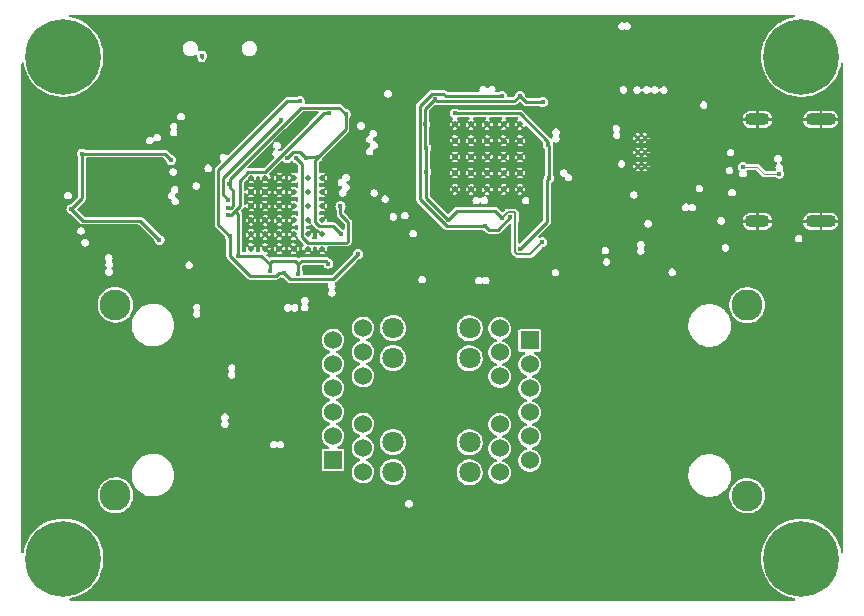
<source format=gbr>
G04 #@! TF.GenerationSoftware,KiCad,Pcbnew,5.99.0-unknown-r23941-4f651901*
G04 #@! TF.CreationDate,2020-11-30T00:39:52+01:00*
G04 #@! TF.ProjectId,whisperbounce,77686973-7065-4726-926f-756e63652e6b,rev?*
G04 #@! TF.SameCoordinates,Original*
G04 #@! TF.FileFunction,Copper,L3,Inr*
G04 #@! TF.FilePolarity,Positive*
%FSLAX46Y46*%
G04 Gerber Fmt 4.6, Leading zero omitted, Abs format (unit mm)*
G04 Created by KiCad (PCBNEW 5.99.0-unknown-r23941-4f651901) date 2020-11-30 00:39:52*
%MOMM*%
%LPD*%
G01*
G04 APERTURE LIST*
G04 #@! TA.AperFunction,ComponentPad*
%ADD10C,0.800000*%
G04 #@! TD*
G04 #@! TA.AperFunction,ComponentPad*
%ADD11C,6.400000*%
G04 #@! TD*
G04 #@! TA.AperFunction,ComponentPad*
%ADD12C,0.400000*%
G04 #@! TD*
G04 #@! TA.AperFunction,ComponentPad*
%ADD13C,0.500000*%
G04 #@! TD*
G04 #@! TA.AperFunction,ComponentPad*
%ADD14O,2.600000X1.100000*%
G04 #@! TD*
G04 #@! TA.AperFunction,ComponentPad*
%ADD15O,2.100000X1.100000*%
G04 #@! TD*
G04 #@! TA.AperFunction,ComponentPad*
%ADD16R,1.524000X1.524000*%
G04 #@! TD*
G04 #@! TA.AperFunction,ComponentPad*
%ADD17C,1.524000*%
G04 #@! TD*
G04 #@! TA.AperFunction,ComponentPad*
%ADD18C,1.800000*%
G04 #@! TD*
G04 #@! TA.AperFunction,ComponentPad*
%ADD19C,2.630000*%
G04 #@! TD*
G04 #@! TA.AperFunction,ComponentPad*
%ADD20C,2.610000*%
G04 #@! TD*
G04 #@! TA.AperFunction,ViaPad*
%ADD21C,0.450000*%
G04 #@! TD*
G04 #@! TA.AperFunction,Conductor*
%ADD22C,0.250000*%
G04 #@! TD*
G04 #@! TA.AperFunction,Conductor*
%ADD23C,0.200000*%
G04 #@! TD*
G04 #@! TA.AperFunction,Conductor*
%ADD24C,0.120000*%
G04 #@! TD*
G04 APERTURE END LIST*
D10*
G04 #@! TO.N,Net-(H4-Pad1)*
G04 #@! TO.C,H4*
X111350000Y-53750000D03*
X113750000Y-51350000D03*
X113750000Y-56150000D03*
X115447056Y-52052944D03*
X112052944Y-52052944D03*
X112052944Y-55447056D03*
X116150000Y-53750000D03*
X115447056Y-55447056D03*
D11*
X113750000Y-53750000D03*
G04 #@! TD*
D12*
G04 #@! TO.N,GND*
G04 #@! TO.C,U2*
X162400000Y-60630000D03*
X163000000Y-63030000D03*
X163000000Y-61830000D03*
X163000000Y-60630000D03*
X162400000Y-61830000D03*
X162400000Y-63030000D03*
G04 #@! TD*
D13*
G04 #@! TO.N,GND*
G04 #@! TO.C,U9*
X133250000Y-68800000D03*
X135650000Y-66400000D03*
X134450000Y-70000000D03*
X134450000Y-65200000D03*
X135650000Y-67600000D03*
X134450000Y-68800000D03*
X133250000Y-70000000D03*
X134450000Y-64000000D03*
X130850000Y-67600000D03*
X132050000Y-66400000D03*
X133250000Y-65200000D03*
X130850000Y-70000000D03*
X134450000Y-66400000D03*
X133250000Y-67600000D03*
X135650000Y-65200000D03*
X133250000Y-66400000D03*
X130850000Y-65200000D03*
X132050000Y-64000000D03*
X129650000Y-70000000D03*
X132050000Y-70000000D03*
X130850000Y-64000000D03*
X132050000Y-65200000D03*
X132050000Y-68800000D03*
X134450000Y-67600000D03*
X135650000Y-64000000D03*
X130850000Y-68800000D03*
X129650000Y-67600000D03*
X130850000Y-66400000D03*
X129650000Y-66400000D03*
X135650000Y-68800000D03*
X132050000Y-67600000D03*
X133250000Y-64000000D03*
X129650000Y-64000000D03*
X135650000Y-70000000D03*
X129650000Y-68800000D03*
X129650000Y-65200000D03*
G04 #@! TD*
G04 #@! TO.N,GND*
G04 #@! TO.C,U6*
X151035000Y-60855000D03*
X146910000Y-62230000D03*
X146910000Y-63605000D03*
X148285000Y-64980000D03*
X152410000Y-59480000D03*
X152410000Y-64980000D03*
X152410000Y-60855000D03*
X146910000Y-59480000D03*
X151035000Y-62230000D03*
X146910000Y-64980000D03*
X149660000Y-64980000D03*
X148285000Y-60855000D03*
X152410000Y-63605000D03*
X148285000Y-59480000D03*
X151035000Y-64980000D03*
X148285000Y-62230000D03*
X149660000Y-63605000D03*
X148285000Y-63605000D03*
X149660000Y-62230000D03*
X149660000Y-59480000D03*
X151035000Y-59480000D03*
X152410000Y-62230000D03*
X151035000Y-63605000D03*
X146910000Y-60855000D03*
X149660000Y-60855000D03*
G04 #@! TD*
D10*
G04 #@! TO.N,Net-(H1-Pad1)*
G04 #@! TO.C,H1*
X173850000Y-53750000D03*
X177947056Y-55447056D03*
X176250000Y-51350000D03*
X174552944Y-55447056D03*
X178650000Y-53750000D03*
X177947056Y-52052944D03*
D11*
X176250000Y-53750000D03*
D10*
X174552944Y-52052944D03*
X176250000Y-56150000D03*
G04 #@! TD*
D14*
G04 #@! TO.N,GND*
G04 #@! TO.C,J1*
X177890000Y-59060000D03*
D15*
X172530000Y-59060000D03*
X172530000Y-67700000D03*
D14*
X177890000Y-67700000D03*
G04 #@! TD*
D10*
G04 #@! TO.N,Net-(H3-Pad1)*
G04 #@! TO.C,H3*
X177947056Y-97947056D03*
X173850000Y-96250000D03*
X174552944Y-94552944D03*
D11*
X176250000Y-96250000D03*
D10*
X176250000Y-93850000D03*
X177947056Y-94552944D03*
X174552944Y-97947056D03*
X176250000Y-98650000D03*
X178650000Y-96250000D03*
G04 #@! TD*
D16*
G04 #@! TO.N,Net-(C79-Pad2)*
G04 #@! TO.C,J3*
X136590000Y-87900000D03*
D17*
G04 #@! TO.N,/ETH Switch/ETH0_C-*
X136590000Y-85868000D03*
G04 #@! TO.N,/ETH Switch/ETH0_C+*
X136590000Y-83836000D03*
G04 #@! TO.N,/ETH Switch/ETH0_B+*
X136590000Y-81804000D03*
G04 #@! TO.N,/ETH Switch/ETH0_B-*
X136590000Y-79772000D03*
G04 #@! TO.N,Net-(C78-Pad2)*
X136590000Y-77740000D03*
G04 #@! TO.N,Net-(C80-Pad2)*
X139130000Y-88916000D03*
G04 #@! TO.N,/ETH Switch/ETH0_D+*
X139130000Y-86884000D03*
G04 #@! TO.N,/ETH Switch/ETH0_D-*
X139130000Y-84852000D03*
G04 #@! TO.N,/ETH Switch/ETH0_A-*
X139130000Y-80788000D03*
G04 #@! TO.N,/ETH Switch/ETH0_A+*
X139130000Y-78756000D03*
G04 #@! TO.N,Net-(C77-Pad2)*
X139130000Y-76724000D03*
D18*
G04 #@! TO.N,/ETH Switch/ETH0_LED1*
X141670000Y-88916000D03*
G04 #@! TO.N,Net-(J3-Pad14)*
X141670000Y-86376000D03*
G04 #@! TO.N,/ETH Switch/ETH0_LED0*
X141670000Y-79264000D03*
G04 #@! TO.N,Net-(J3-Pad16)*
X141670000Y-76724000D03*
D19*
G04 #@! TO.N,Net-(FB9-Pad2)*
X118175000Y-90884500D03*
D20*
X118175000Y-74755500D03*
G04 #@! TD*
D16*
G04 #@! TO.N,Net-(C83-Pad2)*
G04 #@! TO.C,J4*
X153240000Y-77770000D03*
D17*
G04 #@! TO.N,/ETH Switch/ETH1_C-*
X153240000Y-79802000D03*
G04 #@! TO.N,/ETH Switch/ETH1_C+*
X153240000Y-81834000D03*
G04 #@! TO.N,/ETH Switch/ETH1_B+*
X153240000Y-83866000D03*
G04 #@! TO.N,/ETH Switch/ETH1_B-*
X153240000Y-85898000D03*
G04 #@! TO.N,Net-(C82-Pad2)*
X153240000Y-87930000D03*
G04 #@! TO.N,Net-(C84-Pad2)*
X150700000Y-76754000D03*
G04 #@! TO.N,/ETH Switch/ETH1_D+*
X150700000Y-78786000D03*
G04 #@! TO.N,/ETH Switch/ETH1_D-*
X150700000Y-80818000D03*
G04 #@! TO.N,/ETH Switch/ETH1_A-*
X150700000Y-84882000D03*
G04 #@! TO.N,/ETH Switch/ETH1_A+*
X150700000Y-86914000D03*
G04 #@! TO.N,Net-(C81-Pad2)*
X150700000Y-88946000D03*
D18*
G04 #@! TO.N,/ETH Switch/ETH1_LED1*
X148160000Y-76754000D03*
G04 #@! TO.N,Net-(J4-Pad14)*
X148160000Y-79294000D03*
G04 #@! TO.N,/ETH Switch/ETH1_LED0*
X148160000Y-86406000D03*
G04 #@! TO.N,Net-(J4-Pad16)*
X148160000Y-88946000D03*
D20*
G04 #@! TO.N,Net-(FB10-Pad2)*
X171655000Y-90914500D03*
D19*
X171655000Y-74785500D03*
G04 #@! TD*
D10*
G04 #@! TO.N,Net-(H2-Pad1)*
G04 #@! TO.C,H2*
X111350000Y-96250000D03*
X115447056Y-94552944D03*
X112052944Y-97947056D03*
X113750000Y-93850000D03*
X116150000Y-96250000D03*
X113750000Y-98650000D03*
X115447056Y-97947056D03*
D11*
X113750000Y-96250000D03*
D10*
X112052944Y-94552944D03*
G04 #@! TD*
D21*
G04 #@! TO.N,+3V3*
X115350000Y-61950000D03*
X125500000Y-53650000D03*
X121900000Y-69250000D03*
X114450000Y-66650000D03*
X122874802Y-62475198D03*
G04 #@! TO.N,/USB ETH/V_{DDVARIO}*
X145200000Y-57350000D03*
X144400000Y-59450000D03*
X144500000Y-63500000D03*
X146350000Y-67550000D03*
X152400000Y-57050000D03*
X154300000Y-69450000D03*
X144500000Y-61500000D03*
X154350000Y-57600000D03*
X150900000Y-67400000D03*
G04 #@! TO.N,/USB ETH/V_{DD12A}*
X154800000Y-61250000D03*
X152400000Y-70050000D03*
X154900000Y-64050000D03*
X146900000Y-58550000D03*
G04 #@! TO.N,/USB ETH/V_{DD12}*
X151600000Y-67350000D03*
X150900000Y-57050000D03*
X149500000Y-68100000D03*
G04 #@! TO.N,/ETH Switch/AV_{DDH}*
X127880000Y-68950000D03*
X138699950Y-70464196D03*
X133780000Y-57520000D03*
X132450000Y-72080000D03*
G04 #@! TO.N,/ETH Switch/DV_{DDL}*
X127670000Y-66520000D03*
X135280000Y-62250000D03*
X134278352Y-62345397D03*
X137660000Y-58600000D03*
X137300000Y-68800000D03*
X127770000Y-64540000D03*
X132700000Y-62330000D03*
G04 #@! TO.N,/ETH Switch/AV_{DDL}*
X128550000Y-70590000D03*
X131250000Y-71860000D03*
X136200000Y-71270000D03*
X136220000Y-58510000D03*
X127660000Y-67130000D03*
X133660000Y-72140000D03*
G04 #@! TO.N,/ETH Switch/V_{DDIO}*
X132160000Y-59090000D03*
X137225000Y-66400000D03*
X127710000Y-65850000D03*
X133470000Y-62310000D03*
G04 #@! TO.N,/UFP_USB2_D-*
X171307363Y-63105000D03*
X174369721Y-63655000D03*
G04 #@! TD*
D22*
G04 #@! TO.N,+3V3*
X115350000Y-65750000D02*
X115350000Y-61950000D01*
X120400000Y-61950000D02*
X122349604Y-61950000D01*
X122349604Y-61950000D02*
X122874802Y-62475198D01*
X120275000Y-67625000D02*
X115425000Y-67625000D01*
X121900000Y-69250000D02*
X120275000Y-67625000D01*
X115425000Y-67625000D02*
X114450000Y-66650000D01*
X125500000Y-53900000D02*
X125500000Y-53650000D01*
X114450000Y-66650000D02*
X115350000Y-65750000D01*
X115350000Y-61950000D02*
X120400000Y-61950000D01*
G04 #@! TO.N,/USB ETH/V_{DDVARIO}*
X144500000Y-65700000D02*
X146350000Y-67550000D01*
X145350001Y-57500001D02*
X145200000Y-57350000D01*
X144500000Y-63500000D02*
X144500000Y-65700000D01*
X144400000Y-58150000D02*
X145200000Y-57350000D01*
X147100000Y-66800000D02*
X150300000Y-66800000D01*
X144400000Y-61400000D02*
X144500000Y-61500000D01*
X146350000Y-67550000D02*
X147100000Y-66800000D01*
D23*
X151924999Y-66924999D02*
X151375001Y-66924999D01*
D22*
X152950000Y-57600000D02*
X152400000Y-57050000D01*
X150300000Y-66800000D02*
X150900000Y-67400000D01*
D23*
X152025001Y-67025001D02*
X151924999Y-66924999D01*
X152195999Y-70475001D02*
X151974999Y-70254001D01*
X153274999Y-70475001D02*
X152195999Y-70475001D01*
X154300000Y-69450000D02*
X153274999Y-70475001D01*
D22*
X144400000Y-59450000D02*
X144400000Y-58150000D01*
X144400000Y-59450000D02*
X144400000Y-61400000D01*
D23*
X152025001Y-67554001D02*
X152025001Y-67025001D01*
D22*
X154350000Y-57600000D02*
X152950000Y-57600000D01*
D23*
X151375001Y-66924999D02*
X150900000Y-67400000D01*
D22*
X152400000Y-57050000D02*
X151949999Y-57500001D01*
D23*
X151974999Y-70254001D02*
X151974999Y-67604003D01*
D22*
X151949999Y-57500001D02*
X145350001Y-57500001D01*
D23*
X151974999Y-67604003D02*
X152025001Y-67554001D01*
D22*
X144500000Y-61500000D02*
X144500000Y-63500000D01*
G04 #@! TO.N,/USB ETH/V_{DD12A}*
X154900000Y-61350000D02*
X154800000Y-61250000D01*
X154800000Y-60931802D02*
X152418198Y-58550000D01*
X152400000Y-70050000D02*
X154700000Y-67750000D01*
X154700000Y-64250000D02*
X154900000Y-64050000D01*
X152418198Y-58550000D02*
X146900000Y-58550000D01*
X154700000Y-67750000D02*
X154700000Y-64250000D01*
X154800000Y-61250000D02*
X154800000Y-60931802D01*
X154900000Y-64050000D02*
X154900000Y-61350000D01*
G04 #@! TO.N,/USB ETH/V_{DD12}*
X144983999Y-56899999D02*
X145949999Y-56899999D01*
X143949999Y-65816001D02*
X143949999Y-57933999D01*
X149500000Y-68100000D02*
X149800000Y-68400000D01*
X146100000Y-57050000D02*
X150900000Y-57050000D01*
X145949999Y-56899999D02*
X146100000Y-57050000D01*
X150550000Y-68400000D02*
X151600000Y-67350000D01*
X149800000Y-68400000D02*
X150550000Y-68400000D01*
X143949999Y-57933999D02*
X144983999Y-56899999D01*
X149500000Y-68100000D02*
X146233998Y-68100000D01*
X146233998Y-68100000D02*
X143949999Y-65816001D01*
G04 #@! TO.N,/ETH Switch/AV_{DDH}*
X131990000Y-72080000D02*
X131759999Y-72310001D01*
X132450000Y-72080000D02*
X131990000Y-72080000D01*
X132960001Y-72590001D02*
X132450000Y-72080000D01*
X127880000Y-68950000D02*
X126890000Y-67960000D01*
X136574145Y-72590001D02*
X132960001Y-72590001D01*
X132720000Y-57520000D02*
X133780000Y-57520000D01*
X127880000Y-70610000D02*
X127880000Y-68950000D01*
X129580001Y-72310001D02*
X127880000Y-70610000D01*
X131759999Y-72310001D02*
X129580001Y-72310001D01*
X126890000Y-63350000D02*
X132720000Y-57520000D01*
X138699950Y-70464196D02*
X136574145Y-72590001D01*
X126890000Y-67960000D02*
X126890000Y-63350000D01*
G04 #@! TO.N,/ETH Switch/DV_{DDL}*
X135421999Y-68075001D02*
X136575001Y-68075001D01*
X133863999Y-58059999D02*
X127860000Y-64063998D01*
X128160001Y-66348197D02*
X128160001Y-65110001D01*
X135280000Y-62250000D02*
X135055001Y-62474999D01*
X135280000Y-62250000D02*
X134373749Y-62250000D01*
X135055001Y-62474999D02*
X135055001Y-67708003D01*
X134278352Y-62345397D02*
X133792954Y-61859999D01*
X134373749Y-62250000D02*
X134278352Y-62345397D01*
X133170001Y-61859999D02*
X132700000Y-62330000D01*
X133792954Y-61859999D02*
X133170001Y-61859999D01*
X135055001Y-67708003D02*
X135421999Y-68075001D01*
X137660000Y-58600000D02*
X137660000Y-59870000D01*
X137119999Y-58059999D02*
X133863999Y-58059999D01*
X127988198Y-66520000D02*
X128160001Y-66348197D01*
X127670000Y-66520000D02*
X127988198Y-66520000D01*
X137660000Y-59870000D02*
X135280000Y-62250000D01*
X136575001Y-68075001D02*
X137300000Y-68800000D01*
X137660000Y-58600000D02*
X137119999Y-58059999D01*
X127860000Y-64063998D02*
X127860000Y-64810000D01*
X128160001Y-65110001D02*
X127860000Y-64810000D01*
G04 #@! TO.N,/ETH Switch/AV_{DDL}*
X128310001Y-66798197D02*
X128550000Y-67038196D01*
X133660000Y-71330000D02*
X133370000Y-71040000D01*
X133660000Y-72140000D02*
X133660000Y-71330000D01*
X131250000Y-71310000D02*
X131250000Y-71860000D01*
X129421999Y-63524999D02*
X128700000Y-64246998D01*
X128700000Y-66408198D02*
X128310001Y-66798197D01*
X127978198Y-67130000D02*
X127660000Y-67130000D01*
X136220000Y-58510000D02*
X135853998Y-58510000D01*
X128550000Y-67038196D02*
X128550000Y-70590000D01*
X128310001Y-66798197D02*
X127978198Y-67130000D01*
X130530000Y-70590000D02*
X131250000Y-71310000D01*
X133660000Y-72140000D02*
X133660000Y-71340000D01*
X131400000Y-71040000D02*
X131250000Y-71190000D01*
X133370000Y-71040000D02*
X131400000Y-71040000D01*
X133660000Y-71340000D02*
X133970000Y-71030000D01*
X130838999Y-63524999D02*
X129421999Y-63524999D01*
X131250000Y-71190000D02*
X131250000Y-71860000D01*
X133970000Y-71030000D02*
X135960000Y-71030000D01*
X135853998Y-58510000D02*
X130838999Y-63524999D01*
X135960000Y-71030000D02*
X136200000Y-71270000D01*
X128700000Y-64246998D02*
X128700000Y-66408198D01*
X128550000Y-70590000D02*
X130530000Y-70590000D01*
G04 #@! TO.N,/ETH Switch/V_{DDIO}*
X137900000Y-69350000D02*
X137900000Y-67780000D01*
X137900000Y-67780000D02*
X137225000Y-67105000D01*
X127240000Y-65380000D02*
X127240000Y-64010000D01*
X137760000Y-69490000D02*
X137900000Y-69350000D01*
X127710000Y-65850000D02*
X127240000Y-65380000D01*
X127240000Y-64010000D02*
X132160000Y-59090000D01*
X137225000Y-67105000D02*
X137225000Y-66400000D01*
X133470000Y-62310000D02*
X133974999Y-62814999D01*
X133974999Y-69028001D02*
X134436998Y-69490000D01*
X133974999Y-62814999D02*
X133974999Y-69028001D01*
X134436998Y-69490000D02*
X137760000Y-69490000D01*
D24*
G04 #@! TO.N,/UFP_USB2_D-*
X174369721Y-63655000D02*
X173045000Y-63655000D01*
X173045000Y-63655000D02*
X172495000Y-63105000D01*
X172495000Y-63105000D02*
X171307363Y-63105000D01*
G04 #@! TD*
G04 #@! TA.AperFunction,Conductor*
G04 #@! TO.N,GND*
G36*
X175708595Y-50218907D02*
G01*
X175744559Y-50268407D01*
X175744559Y-50329593D01*
X175708595Y-50379093D01*
X175671494Y-50395727D01*
X175345649Y-50466773D01*
X174996352Y-50583646D01*
X174661720Y-50737559D01*
X174659416Y-50738938D01*
X174659414Y-50738939D01*
X174394923Y-50897235D01*
X174345669Y-50926713D01*
X174051894Y-51148893D01*
X174012066Y-51186425D01*
X173812172Y-51374796D01*
X173783833Y-51401501D01*
X173544621Y-51681582D01*
X173337057Y-51985859D01*
X173163569Y-52310774D01*
X173162571Y-52313257D01*
X173162569Y-52313261D01*
X173112994Y-52436582D01*
X173026186Y-52652524D01*
X173025460Y-52655108D01*
X173025459Y-52655110D01*
X173023021Y-52663784D01*
X172926515Y-53007113D01*
X172865723Y-53370393D01*
X172865569Y-53373064D01*
X172865568Y-53373073D01*
X172857747Y-53508721D01*
X172844521Y-53738113D01*
X172844656Y-53740778D01*
X172844656Y-53740783D01*
X172860007Y-54043803D01*
X172863156Y-54105972D01*
X172921410Y-54469667D01*
X173018603Y-54824943D01*
X173153596Y-55167644D01*
X173154838Y-55170010D01*
X173154840Y-55170014D01*
X173171819Y-55202354D01*
X173324812Y-55493762D01*
X173326299Y-55495975D01*
X173326305Y-55495985D01*
X173345331Y-55524298D01*
X173530247Y-55799481D01*
X173767497Y-56081225D01*
X173769436Y-56083077D01*
X173769436Y-56083078D01*
X173973525Y-56278109D01*
X174033788Y-56335698D01*
X174035908Y-56337325D01*
X174035913Y-56337329D01*
X174183156Y-56450312D01*
X174326005Y-56559924D01*
X174640728Y-56751279D01*
X174974277Y-56907525D01*
X174976808Y-56908391D01*
X174976814Y-56908394D01*
X175194110Y-56982790D01*
X175322750Y-57026833D01*
X175600822Y-57089500D01*
X175674455Y-57106094D01*
X175682069Y-57107810D01*
X176048032Y-57149506D01*
X176416358Y-57151434D01*
X176782738Y-57113573D01*
X177142885Y-57036364D01*
X177145420Y-57035526D01*
X177145426Y-57035524D01*
X177490046Y-56921552D01*
X177490051Y-56921550D01*
X177492588Y-56920711D01*
X177827755Y-56767966D01*
X178144465Y-56579918D01*
X178439013Y-56358764D01*
X178442818Y-56355204D01*
X178705992Y-56108930D01*
X178707954Y-56107094D01*
X178948142Y-55827849D01*
X179156767Y-55524298D01*
X179331389Y-55199991D01*
X179343562Y-55170014D01*
X179468956Y-54861204D01*
X179469964Y-54858722D01*
X179570871Y-54504483D01*
X179576823Y-54469667D01*
X179603413Y-54314105D01*
X179631855Y-54259931D01*
X179686707Y-54232822D01*
X179747017Y-54243131D01*
X179789750Y-54286921D01*
X179799998Y-54330785D01*
X179799999Y-64669902D01*
X179800000Y-85491644D01*
X179800000Y-95669088D01*
X179781093Y-95727279D01*
X179731593Y-95763243D01*
X179670407Y-95763243D01*
X179620907Y-95727279D01*
X179603301Y-95685087D01*
X179576489Y-95521356D01*
X179576488Y-95521353D01*
X179576057Y-95518719D01*
X179477625Y-95163784D01*
X179472155Y-95150037D01*
X179342428Y-94824049D01*
X179341436Y-94821556D01*
X179335728Y-94810774D01*
X179170334Y-94498401D01*
X179169083Y-94496038D01*
X179162192Y-94485859D01*
X178964087Y-94193259D01*
X178964084Y-94193256D01*
X178962583Y-94191038D01*
X178724350Y-93910123D01*
X178457172Y-93656581D01*
X178164175Y-93433377D01*
X177848785Y-93243122D01*
X177514693Y-93088042D01*
X177165806Y-92969950D01*
X177163187Y-92969369D01*
X177163182Y-92969368D01*
X176808825Y-92890809D01*
X176808818Y-92890808D01*
X176806207Y-92890229D01*
X176803547Y-92889935D01*
X176803545Y-92889935D01*
X176442755Y-92850103D01*
X176442753Y-92850103D01*
X176440100Y-92849810D01*
X176437438Y-92849805D01*
X176437432Y-92849805D01*
X176250705Y-92849479D01*
X176071770Y-92849167D01*
X176069105Y-92849452D01*
X176069101Y-92849452D01*
X175708191Y-92888022D01*
X175708189Y-92888022D01*
X175705525Y-92888307D01*
X175702910Y-92888877D01*
X175702905Y-92888878D01*
X175487472Y-92935850D01*
X175345649Y-92966773D01*
X174996352Y-93083646D01*
X174661720Y-93237559D01*
X174345669Y-93426713D01*
X174051894Y-93648893D01*
X173783833Y-93901501D01*
X173544621Y-94181582D01*
X173337057Y-94485859D01*
X173163569Y-94810774D01*
X173162571Y-94813257D01*
X173162569Y-94813261D01*
X173158232Y-94824049D01*
X173026186Y-95152524D01*
X173025460Y-95155108D01*
X173025459Y-95155110D01*
X173023021Y-95163784D01*
X172926515Y-95507113D01*
X172865723Y-95870393D01*
X172865569Y-95873064D01*
X172865568Y-95873073D01*
X172859653Y-95975662D01*
X172844521Y-96238113D01*
X172844656Y-96240778D01*
X172844656Y-96240783D01*
X172862679Y-96596551D01*
X172863156Y-96605972D01*
X172921410Y-96969667D01*
X173018603Y-97324943D01*
X173153596Y-97667644D01*
X173154838Y-97670010D01*
X173154840Y-97670014D01*
X173171819Y-97702354D01*
X173324812Y-97993762D01*
X173326299Y-97995975D01*
X173326305Y-97995985D01*
X173450391Y-98180643D01*
X173530247Y-98299481D01*
X173767497Y-98581225D01*
X173769436Y-98583077D01*
X173769436Y-98583078D01*
X174010638Y-98813575D01*
X174033788Y-98835698D01*
X174035908Y-98837325D01*
X174035913Y-98837329D01*
X174257791Y-99007581D01*
X174326005Y-99059924D01*
X174640728Y-99251279D01*
X174974277Y-99407525D01*
X174976808Y-99408391D01*
X174976814Y-99408394D01*
X175047746Y-99432679D01*
X175322750Y-99526833D01*
X175663029Y-99603519D01*
X175667027Y-99604420D01*
X175719637Y-99635658D01*
X175743839Y-99691854D01*
X175730387Y-99751542D01*
X175684421Y-99791924D01*
X175645262Y-99799998D01*
X144663065Y-99799999D01*
X114347216Y-99800000D01*
X114289025Y-99781093D01*
X114253061Y-99731593D01*
X114253061Y-99670407D01*
X114289025Y-99620907D01*
X114326464Y-99604199D01*
X114640273Y-99536924D01*
X114640274Y-99536924D01*
X114642885Y-99536364D01*
X114645420Y-99535526D01*
X114645426Y-99535524D01*
X114990046Y-99421552D01*
X114990051Y-99421550D01*
X114992588Y-99420711D01*
X115327755Y-99267966D01*
X115644465Y-99079918D01*
X115939013Y-98858764D01*
X115974289Y-98825754D01*
X116205992Y-98608930D01*
X116207954Y-98607094D01*
X116448142Y-98327849D01*
X116656767Y-98024298D01*
X116831389Y-97699991D01*
X116843562Y-97670014D01*
X116968956Y-97361204D01*
X116969964Y-97358722D01*
X117070871Y-97004483D01*
X117076823Y-96969667D01*
X117132479Y-96644064D01*
X117132480Y-96644059D01*
X117132931Y-96641418D01*
X117155417Y-96273775D01*
X117155500Y-96250000D01*
X117140905Y-95980505D01*
X117135726Y-95884876D01*
X117135725Y-95884867D01*
X117135581Y-95882208D01*
X117076057Y-95518719D01*
X116977625Y-95163784D01*
X116972155Y-95150037D01*
X116842428Y-94824049D01*
X116841436Y-94821556D01*
X116835728Y-94810774D01*
X116670334Y-94498401D01*
X116669083Y-94496038D01*
X116662192Y-94485859D01*
X116464087Y-94193259D01*
X116464084Y-94193256D01*
X116462583Y-94191038D01*
X116224350Y-93910123D01*
X115957172Y-93656581D01*
X115664175Y-93433377D01*
X115348785Y-93243122D01*
X115014693Y-93088042D01*
X114665806Y-92969950D01*
X114663187Y-92969369D01*
X114663182Y-92969368D01*
X114308825Y-92890809D01*
X114308818Y-92890808D01*
X114306207Y-92890229D01*
X114303547Y-92889935D01*
X114303545Y-92889935D01*
X113942755Y-92850103D01*
X113942753Y-92850103D01*
X113940100Y-92849810D01*
X113937438Y-92849805D01*
X113937432Y-92849805D01*
X113750705Y-92849479D01*
X113571770Y-92849167D01*
X113569105Y-92849452D01*
X113569101Y-92849452D01*
X113208191Y-92888022D01*
X113208189Y-92888022D01*
X113205525Y-92888307D01*
X113202910Y-92888877D01*
X113202905Y-92888878D01*
X112987472Y-92935850D01*
X112845649Y-92966773D01*
X112496352Y-93083646D01*
X112161720Y-93237559D01*
X111845669Y-93426713D01*
X111551894Y-93648893D01*
X111283833Y-93901501D01*
X111044621Y-94181582D01*
X110837057Y-94485859D01*
X110663569Y-94810774D01*
X110662571Y-94813257D01*
X110662569Y-94813261D01*
X110658232Y-94824049D01*
X110526186Y-95152524D01*
X110525460Y-95155108D01*
X110525459Y-95155110D01*
X110523021Y-95163784D01*
X110426515Y-95507113D01*
X110396642Y-95685628D01*
X110368390Y-95739900D01*
X110313633Y-95767201D01*
X110253287Y-95757102D01*
X110210402Y-95713462D01*
X110200000Y-95669288D01*
X110200000Y-90990565D01*
X116658204Y-90990565D01*
X116694673Y-91231707D01*
X116769228Y-91463918D01*
X116771030Y-91467455D01*
X116771031Y-91467457D01*
X116848920Y-91620322D01*
X116879949Y-91681221D01*
X116882295Y-91684426D01*
X116882296Y-91684428D01*
X116934017Y-91755095D01*
X117023989Y-91878026D01*
X117026825Y-91880823D01*
X117026827Y-91880825D01*
X117194807Y-92046477D01*
X117194812Y-92046481D01*
X117197641Y-92049271D01*
X117396439Y-92190549D01*
X117399998Y-92192300D01*
X117400001Y-92192302D01*
X117611700Y-92296470D01*
X117615267Y-92298225D01*
X117848495Y-92369530D01*
X117943150Y-92382496D01*
X118086179Y-92402089D01*
X118086182Y-92402089D01*
X118090123Y-92402629D01*
X118094101Y-92402532D01*
X118094105Y-92402532D01*
X118257537Y-92398538D01*
X118333936Y-92396671D01*
X118472128Y-92370809D01*
X118569750Y-92352540D01*
X118569755Y-92352539D01*
X118573659Y-92351808D01*
X118577401Y-92350461D01*
X118577404Y-92350460D01*
X118669864Y-92317172D01*
X118803125Y-92269195D01*
X118945006Y-92190549D01*
X119012954Y-92152885D01*
X119012955Y-92152884D01*
X119016432Y-92150957D01*
X119208091Y-92000136D01*
X119373170Y-91820613D01*
X119490819Y-91642189D01*
X119505238Y-91620322D01*
X119505240Y-91620317D01*
X119507424Y-91617006D01*
X119509053Y-91613382D01*
X119515067Y-91600000D01*
X142694500Y-91600000D01*
X142696004Y-91608530D01*
X142709387Y-91684428D01*
X142714130Y-91711328D01*
X142718458Y-91718824D01*
X142718459Y-91718827D01*
X142766321Y-91801725D01*
X142766323Y-91801727D01*
X142770653Y-91809227D01*
X142857250Y-91881891D01*
X142902289Y-91898284D01*
X142955342Y-91917594D01*
X142955343Y-91917594D01*
X142963478Y-91920555D01*
X143076522Y-91920555D01*
X143084657Y-91917594D01*
X143084658Y-91917594D01*
X143137711Y-91898284D01*
X143182750Y-91881891D01*
X143269347Y-91809227D01*
X143273677Y-91801727D01*
X143273679Y-91801725D01*
X143321541Y-91718827D01*
X143321542Y-91718824D01*
X143325870Y-91711328D01*
X143330614Y-91684428D01*
X143343996Y-91608530D01*
X143345500Y-91600000D01*
X143325870Y-91488672D01*
X143321542Y-91481176D01*
X143321541Y-91481173D01*
X143273679Y-91398275D01*
X143273677Y-91398273D01*
X143269347Y-91390773D01*
X143182750Y-91318109D01*
X143129636Y-91298777D01*
X143084658Y-91282406D01*
X143084657Y-91282406D01*
X143076522Y-91279445D01*
X142963478Y-91279445D01*
X142955343Y-91282406D01*
X142955342Y-91282406D01*
X142910364Y-91298777D01*
X142857250Y-91318109D01*
X142770653Y-91390773D01*
X142766323Y-91398273D01*
X142766321Y-91398275D01*
X142718459Y-91481173D01*
X142718458Y-91481176D01*
X142714130Y-91488672D01*
X142694500Y-91600000D01*
X119515067Y-91600000D01*
X119605768Y-91398182D01*
X119605770Y-91398177D01*
X119607398Y-91394554D01*
X119626390Y-91323676D01*
X119669492Y-91162817D01*
X119669493Y-91162812D01*
X119670520Y-91158979D01*
X119684651Y-91019867D01*
X170148180Y-91019867D01*
X170184409Y-91259424D01*
X170258473Y-91490107D01*
X170260275Y-91493644D01*
X170260276Y-91493646D01*
X170337652Y-91645504D01*
X170368466Y-91705981D01*
X170370812Y-91709186D01*
X170370813Y-91709188D01*
X170471958Y-91847384D01*
X170511559Y-91901492D01*
X170684069Y-92071610D01*
X170687304Y-92073909D01*
X170687310Y-92073914D01*
X170792262Y-92148499D01*
X170881559Y-92211959D01*
X170885118Y-92213710D01*
X170885121Y-92213712D01*
X171059239Y-92299388D01*
X171098948Y-92318927D01*
X171330642Y-92389763D01*
X171381071Y-92396671D01*
X171566738Y-92422105D01*
X171566741Y-92422105D01*
X171570682Y-92422645D01*
X171574660Y-92422548D01*
X171574664Y-92422548D01*
X171733243Y-92418672D01*
X171812890Y-92416725D01*
X171956960Y-92389763D01*
X172047128Y-92372889D01*
X172047133Y-92372888D01*
X172051037Y-92372157D01*
X172054779Y-92370810D01*
X172054782Y-92370809D01*
X172135522Y-92341741D01*
X172278994Y-92290088D01*
X172352673Y-92249247D01*
X172487422Y-92174555D01*
X172487424Y-92174554D01*
X172490898Y-92172628D01*
X172681296Y-92022799D01*
X172702136Y-92000136D01*
X172842599Y-91847384D01*
X172842602Y-91847380D01*
X172845290Y-91844457D01*
X172978661Y-91642189D01*
X172980285Y-91638574D01*
X172980289Y-91638568D01*
X173076348Y-91424828D01*
X173076350Y-91424823D01*
X173077978Y-91421200D01*
X173115961Y-91279445D01*
X173139657Y-91191012D01*
X173139658Y-91191007D01*
X173140685Y-91187174D01*
X173157280Y-91023800D01*
X173164943Y-90948363D01*
X173164944Y-90948354D01*
X173165169Y-90946134D01*
X173165345Y-90929297D01*
X173165477Y-90916729D01*
X173165477Y-90916722D01*
X173165500Y-90914500D01*
X173164983Y-90908069D01*
X173146388Y-90676959D01*
X173146387Y-90676954D01*
X173146069Y-90672999D01*
X173145121Y-90669139D01*
X173089227Y-90441578D01*
X173089225Y-90441573D01*
X173088277Y-90437712D01*
X173065697Y-90384515D01*
X172995166Y-90218354D01*
X172995165Y-90218352D01*
X172993611Y-90214691D01*
X172864505Y-90009675D01*
X172742648Y-89871456D01*
X172706911Y-89830920D01*
X172706910Y-89830919D01*
X172704281Y-89827937D01*
X172551265Y-89702248D01*
X172520136Y-89676678D01*
X172520134Y-89676677D01*
X172517063Y-89674154D01*
X172307666Y-89552282D01*
X172303947Y-89550854D01*
X172303944Y-89550853D01*
X172085195Y-89466883D01*
X172085193Y-89466882D01*
X172081477Y-89465456D01*
X172077586Y-89464643D01*
X172077582Y-89464642D01*
X171848214Y-89416725D01*
X171848210Y-89416725D01*
X171844316Y-89415911D01*
X171840341Y-89415730D01*
X171840337Y-89415730D01*
X171744482Y-89411377D01*
X171602284Y-89404920D01*
X171598336Y-89405377D01*
X171598331Y-89405377D01*
X171365556Y-89432310D01*
X171365552Y-89432311D01*
X171361609Y-89432767D01*
X171357791Y-89433847D01*
X171357788Y-89433848D01*
X171132305Y-89497654D01*
X171132303Y-89497655D01*
X171128482Y-89498736D01*
X171124883Y-89500414D01*
X171124881Y-89500415D01*
X170977965Y-89568923D01*
X170908901Y-89601128D01*
X170905612Y-89603363D01*
X170905607Y-89603366D01*
X170711805Y-89735074D01*
X170708515Y-89737310D01*
X170532480Y-89903778D01*
X170385324Y-90096250D01*
X170383446Y-90099752D01*
X170383445Y-90099754D01*
X170272710Y-90306273D01*
X170272707Y-90306280D01*
X170270834Y-90309773D01*
X170191955Y-90538854D01*
X170150717Y-90777599D01*
X170150675Y-90781566D01*
X170150675Y-90781571D01*
X170149574Y-90886730D01*
X170148180Y-91019867D01*
X119684651Y-91019867D01*
X119687275Y-90994038D01*
X119694941Y-90918572D01*
X119694942Y-90918563D01*
X119695167Y-90916343D01*
X119695500Y-90884500D01*
X119694983Y-90878069D01*
X119676260Y-90645361D01*
X119676259Y-90645356D01*
X119675941Y-90641401D01*
X119658483Y-90570324D01*
X119618716Y-90408422D01*
X119618714Y-90408417D01*
X119617766Y-90404556D01*
X119595273Y-90351564D01*
X119524028Y-90183721D01*
X119524027Y-90183719D01*
X119522473Y-90180058D01*
X119392512Y-89973685D01*
X119389885Y-89970705D01*
X119389881Y-89970700D01*
X119233858Y-89793727D01*
X119233857Y-89793726D01*
X119231228Y-89790744D01*
X119067134Y-89655956D01*
X119045843Y-89638467D01*
X119045842Y-89638466D01*
X119042770Y-89635943D01*
X119022807Y-89624324D01*
X118835423Y-89515264D01*
X118835419Y-89515262D01*
X118831986Y-89513264D01*
X118798514Y-89500415D01*
X118728914Y-89473698D01*
X118604300Y-89425863D01*
X118574344Y-89419605D01*
X118369467Y-89376804D01*
X118369463Y-89376804D01*
X118365569Y-89375990D01*
X118361594Y-89375809D01*
X118361590Y-89375809D01*
X118265314Y-89371437D01*
X118121935Y-89364926D01*
X118117986Y-89365383D01*
X118117983Y-89365383D01*
X117883614Y-89392501D01*
X117883610Y-89392502D01*
X117879667Y-89392958D01*
X117875851Y-89394038D01*
X117875845Y-89394039D01*
X117648819Y-89458281D01*
X117648817Y-89458282D01*
X117644996Y-89459363D01*
X117641397Y-89461041D01*
X117641395Y-89461042D01*
X117427568Y-89560751D01*
X117423961Y-89562433D01*
X117420672Y-89564668D01*
X117420667Y-89564671D01*
X117252643Y-89678861D01*
X117222249Y-89699517D01*
X117045048Y-89867087D01*
X116896918Y-90060833D01*
X116895040Y-90064335D01*
X116895039Y-90064337D01*
X116836753Y-90173040D01*
X116781670Y-90275769D01*
X116702269Y-90506367D01*
X116660758Y-90746693D01*
X116660716Y-90750660D01*
X116660716Y-90750665D01*
X116660204Y-90799563D01*
X116658204Y-90990565D01*
X110200000Y-90990565D01*
X110200000Y-89122738D01*
X119545119Y-89122738D01*
X119545295Y-89126404D01*
X119545295Y-89126406D01*
X119546736Y-89156406D01*
X119557958Y-89390035D01*
X119590133Y-89551790D01*
X119604226Y-89622639D01*
X119610165Y-89652499D01*
X119611405Y-89655954D01*
X119611406Y-89655956D01*
X119672248Y-89825413D01*
X119700594Y-89904363D01*
X119827257Y-90140094D01*
X119829457Y-90143040D01*
X119953962Y-90309773D01*
X119987372Y-90354515D01*
X119989990Y-90357110D01*
X120140556Y-90506367D01*
X120177422Y-90542913D01*
X120393231Y-90701151D01*
X120396475Y-90702858D01*
X120396477Y-90702859D01*
X120580282Y-90799563D01*
X120630059Y-90825752D01*
X120882702Y-90913979D01*
X120886306Y-90914663D01*
X120886305Y-90914663D01*
X121142003Y-90963209D01*
X121142005Y-90963209D01*
X121145612Y-90963894D01*
X121291334Y-90969619D01*
X121409341Y-90974256D01*
X121409344Y-90974256D01*
X121413011Y-90974400D01*
X121549621Y-90959439D01*
X121675385Y-90945666D01*
X121675388Y-90945665D01*
X121679026Y-90945267D01*
X121909835Y-90884500D01*
X121934262Y-90878069D01*
X121934263Y-90878069D01*
X121937813Y-90877134D01*
X122183687Y-90771498D01*
X122217353Y-90750665D01*
X122408120Y-90632615D01*
X122408125Y-90632611D01*
X122411246Y-90630680D01*
X122615492Y-90457774D01*
X122629696Y-90441578D01*
X122741989Y-90313531D01*
X122791936Y-90256577D01*
X122936704Y-90031510D01*
X122941257Y-90021404D01*
X123045107Y-89790865D01*
X123045108Y-89790863D01*
X123046615Y-89787517D01*
X123047611Y-89783986D01*
X123118257Y-89533495D01*
X123118258Y-89533492D01*
X123119254Y-89529959D01*
X123153026Y-89264493D01*
X123155500Y-89170000D01*
X123139284Y-88951788D01*
X123135940Y-88906784D01*
X123135939Y-88906778D01*
X123135668Y-88903130D01*
X123076608Y-88642123D01*
X123072154Y-88630669D01*
X122980948Y-88396131D01*
X122980946Y-88396126D01*
X122979618Y-88392712D01*
X122846827Y-88160377D01*
X122681154Y-87950222D01*
X122678481Y-87947708D01*
X122678476Y-87947702D01*
X122552152Y-87828869D01*
X122486238Y-87766863D01*
X122266361Y-87614329D01*
X122026352Y-87495970D01*
X121962358Y-87475485D01*
X121774988Y-87415507D01*
X121771486Y-87414386D01*
X121532596Y-87375480D01*
X121510977Y-87371959D01*
X121510976Y-87371959D01*
X121507360Y-87371370D01*
X121503697Y-87371322D01*
X121503696Y-87371322D01*
X121373568Y-87369619D01*
X121239777Y-87367868D01*
X121236149Y-87368362D01*
X121236145Y-87368362D01*
X121124504Y-87383556D01*
X120974615Y-87403955D01*
X120717701Y-87478838D01*
X120474676Y-87590874D01*
X120471609Y-87592885D01*
X120471605Y-87592887D01*
X120261445Y-87730675D01*
X120250881Y-87737601D01*
X120248148Y-87740040D01*
X120248147Y-87740041D01*
X120054142Y-87913197D01*
X120051232Y-87915794D01*
X120048885Y-87918616D01*
X120048884Y-87918617D01*
X120014157Y-87960372D01*
X119880114Y-88121541D01*
X119878209Y-88124681D01*
X119878205Y-88124686D01*
X119802665Y-88249174D01*
X119741288Y-88350320D01*
X119739869Y-88353705D01*
X119739867Y-88353708D01*
X119709498Y-88426131D01*
X119637802Y-88597106D01*
X119636897Y-88600668D01*
X119636897Y-88600669D01*
X119573104Y-88851857D01*
X119571930Y-88856478D01*
X119545119Y-89122738D01*
X110200000Y-89122738D01*
X110200000Y-87138000D01*
X135622500Y-87138000D01*
X135622500Y-88662000D01*
X135638143Y-88740641D01*
X135682690Y-88807310D01*
X135749359Y-88851857D01*
X135758922Y-88853759D01*
X135758924Y-88853760D01*
X135784200Y-88858787D01*
X135828000Y-88867500D01*
X137352000Y-88867500D01*
X137395800Y-88858787D01*
X137421076Y-88853760D01*
X137421078Y-88853759D01*
X137430641Y-88851857D01*
X137497310Y-88807310D01*
X137541857Y-88740641D01*
X137557500Y-88662000D01*
X137557500Y-87138000D01*
X137547938Y-87089931D01*
X137543760Y-87068924D01*
X137543759Y-87068922D01*
X137541857Y-87059359D01*
X137508863Y-87009980D01*
X137502729Y-87000800D01*
X137497310Y-86992690D01*
X137430641Y-86948143D01*
X137421078Y-86946241D01*
X137421076Y-86946240D01*
X137395800Y-86941213D01*
X137352000Y-86932500D01*
X137031811Y-86932500D01*
X136973620Y-86913593D01*
X136937656Y-86864093D01*
X136937656Y-86802907D01*
X136973620Y-86753407D01*
X136988723Y-86744368D01*
X137092447Y-86694226D01*
X137092449Y-86694225D01*
X137096956Y-86692046D01*
X137196366Y-86616041D01*
X137248314Y-86576324D01*
X137248315Y-86576323D01*
X137252299Y-86573277D01*
X137255586Y-86569496D01*
X137255590Y-86569492D01*
X137377296Y-86429485D01*
X137380588Y-86425698D01*
X137476581Y-86255338D01*
X137536358Y-86069155D01*
X137538759Y-86047058D01*
X137543873Y-85999976D01*
X137557476Y-85874754D01*
X137557500Y-85868000D01*
X137557023Y-85863295D01*
X137538246Y-85678444D01*
X137538245Y-85678440D01*
X137537739Y-85673457D01*
X137536242Y-85668681D01*
X137536241Y-85668675D01*
X137480762Y-85491644D01*
X137480762Y-85491643D01*
X137479263Y-85486861D01*
X137384462Y-85315835D01*
X137322643Y-85243710D01*
X137260473Y-85171174D01*
X137260471Y-85171172D01*
X137257207Y-85167364D01*
X137204299Y-85126324D01*
X137106657Y-85050584D01*
X137106652Y-85050581D01*
X137102697Y-85047513D01*
X136927243Y-84961180D01*
X136876568Y-84947980D01*
X136874115Y-84946411D01*
X138167117Y-84946411D01*
X138177255Y-84996688D01*
X138204430Y-85131460D01*
X138205768Y-85138098D01*
X138246715Y-85234562D01*
X138279293Y-85311311D01*
X138282173Y-85318097D01*
X138285019Y-85322223D01*
X138285021Y-85322226D01*
X138390360Y-85474923D01*
X138390364Y-85474928D01*
X138393212Y-85479056D01*
X138396837Y-85482532D01*
X138530319Y-85610536D01*
X138534348Y-85614400D01*
X138699815Y-85718601D01*
X138704512Y-85720366D01*
X138704515Y-85720368D01*
X138851337Y-85775555D01*
X138899155Y-85813728D01*
X138915403Y-85872716D01*
X138893875Y-85929989D01*
X138850690Y-85961136D01*
X138705876Y-86014417D01*
X138701618Y-86017057D01*
X138701616Y-86017058D01*
X138573354Y-86096584D01*
X138539685Y-86117460D01*
X138397607Y-86251816D01*
X138394733Y-86255921D01*
X138394730Y-86255924D01*
X138291340Y-86403581D01*
X138285448Y-86411996D01*
X138283459Y-86416592D01*
X138283458Y-86416594D01*
X138254833Y-86482743D01*
X138207788Y-86591457D01*
X138167800Y-86782869D01*
X138167782Y-86787882D01*
X138167782Y-86787887D01*
X138167489Y-86871891D01*
X138167117Y-86978411D01*
X138181804Y-87051249D01*
X138204430Y-87163460D01*
X138205768Y-87170098D01*
X138282173Y-87350097D01*
X138285019Y-87354223D01*
X138285021Y-87354226D01*
X138390360Y-87506923D01*
X138390364Y-87506928D01*
X138393212Y-87511056D01*
X138396837Y-87514532D01*
X138530491Y-87642701D01*
X138534348Y-87646400D01*
X138699815Y-87750601D01*
X138704512Y-87752366D01*
X138704515Y-87752368D01*
X138851337Y-87807555D01*
X138899155Y-87845728D01*
X138915403Y-87904716D01*
X138893875Y-87961989D01*
X138850690Y-87993136D01*
X138705876Y-88046417D01*
X138701618Y-88049057D01*
X138701616Y-88049058D01*
X138573354Y-88128584D01*
X138539685Y-88149460D01*
X138397607Y-88283816D01*
X138394733Y-88287921D01*
X138394730Y-88287924D01*
X138332236Y-88377176D01*
X138285448Y-88443996D01*
X138283459Y-88448592D01*
X138283458Y-88448594D01*
X138260666Y-88501264D01*
X138207788Y-88623457D01*
X138167800Y-88814869D01*
X138167782Y-88819882D01*
X138167782Y-88819887D01*
X138167623Y-88865402D01*
X138167117Y-89010411D01*
X138168109Y-89015329D01*
X138195653Y-89151931D01*
X138205768Y-89202098D01*
X138282173Y-89382097D01*
X138285019Y-89386223D01*
X138285021Y-89386226D01*
X138390360Y-89538923D01*
X138390364Y-89538928D01*
X138393212Y-89543056D01*
X138411664Y-89560751D01*
X138527834Y-89672153D01*
X138534348Y-89678400D01*
X138699815Y-89782601D01*
X138882856Y-89851402D01*
X138981890Y-89867087D01*
X139071034Y-89881206D01*
X139071038Y-89881206D01*
X139075993Y-89881991D01*
X139155597Y-89878376D01*
X139266323Y-89873349D01*
X139266327Y-89873348D01*
X139271335Y-89873121D01*
X139460904Y-89825153D01*
X139465420Y-89822970D01*
X139632447Y-89742226D01*
X139632449Y-89742225D01*
X139636956Y-89740046D01*
X139746941Y-89655956D01*
X139788314Y-89624324D01*
X139788315Y-89624323D01*
X139792299Y-89621277D01*
X139795586Y-89617496D01*
X139795590Y-89617492D01*
X139917296Y-89477485D01*
X139920588Y-89473698D01*
X140016581Y-89303338D01*
X140076358Y-89117155D01*
X140087116Y-89018116D01*
X140569226Y-89018116D01*
X140570104Y-89022738D01*
X140570104Y-89022743D01*
X140592778Y-89142167D01*
X140608395Y-89224425D01*
X140685870Y-89419605D01*
X140693980Y-89432310D01*
X140796316Y-89592639D01*
X140796320Y-89592644D01*
X140798854Y-89596614D01*
X140943272Y-89749064D01*
X140947102Y-89751811D01*
X140947103Y-89751812D01*
X141107820Y-89867087D01*
X141113911Y-89871456D01*
X141177782Y-89900901D01*
X141295304Y-89955079D01*
X141304616Y-89959372D01*
X141309183Y-89960498D01*
X141309186Y-89960499D01*
X141376325Y-89977052D01*
X141508505Y-90009641D01*
X141592927Y-90013991D01*
X141713516Y-90020206D01*
X141713521Y-90020206D01*
X141718221Y-90020448D01*
X141722882Y-90019797D01*
X141722885Y-90019797D01*
X141921530Y-89992056D01*
X141921533Y-89992055D01*
X141926197Y-89991404D01*
X141968235Y-89977052D01*
X142120469Y-89925079D01*
X142120472Y-89925078D01*
X142124929Y-89923556D01*
X142307246Y-89819354D01*
X142466569Y-89682556D01*
X142471236Y-89676678D01*
X142594219Y-89521790D01*
X142594221Y-89521787D01*
X142597150Y-89518098D01*
X142656098Y-89405101D01*
X142692095Y-89336099D01*
X142692096Y-89336097D01*
X142694277Y-89331916D01*
X142754446Y-89130726D01*
X142755251Y-89122738D01*
X142762764Y-89048116D01*
X147059226Y-89048116D01*
X147060104Y-89052738D01*
X147060104Y-89052743D01*
X147085363Y-89185782D01*
X147098395Y-89254425D01*
X147175870Y-89449605D01*
X147193666Y-89477485D01*
X147286316Y-89622639D01*
X147286320Y-89622644D01*
X147288854Y-89626614D01*
X147433272Y-89779064D01*
X147437102Y-89781811D01*
X147437103Y-89781812D01*
X147555994Y-89867087D01*
X147603911Y-89901456D01*
X147626269Y-89911763D01*
X147767892Y-89977052D01*
X147794616Y-89989372D01*
X147799183Y-89990498D01*
X147799186Y-89990499D01*
X147896560Y-90014506D01*
X147998505Y-90039641D01*
X148082927Y-90043991D01*
X148203516Y-90050206D01*
X148203521Y-90050206D01*
X148208221Y-90050448D01*
X148212882Y-90049797D01*
X148212885Y-90049797D01*
X148411530Y-90022056D01*
X148411533Y-90022055D01*
X148416197Y-90021404D01*
X148502160Y-89992056D01*
X148610469Y-89955079D01*
X148610472Y-89955078D01*
X148614929Y-89953556D01*
X148797246Y-89849354D01*
X148956569Y-89712556D01*
X148959869Y-89708400D01*
X149084219Y-89551790D01*
X149084221Y-89551787D01*
X149087150Y-89548098D01*
X149129518Y-89466883D01*
X149182095Y-89366099D01*
X149182096Y-89366097D01*
X149184277Y-89361916D01*
X149244446Y-89160726D01*
X149245251Y-89152738D01*
X149256066Y-89045329D01*
X149265485Y-88951788D01*
X149265500Y-88946000D01*
X149245555Y-88736955D01*
X149186441Y-88535453D01*
X149159594Y-88483325D01*
X149092447Y-88352952D01*
X149090290Y-88348764D01*
X149070015Y-88322952D01*
X148963485Y-88187334D01*
X148963483Y-88187332D01*
X148960572Y-88183626D01*
X148957016Y-88180540D01*
X148957012Y-88180536D01*
X148805527Y-88049084D01*
X148805526Y-88049083D01*
X148801967Y-88045995D01*
X148620198Y-87940839D01*
X148540598Y-87913197D01*
X148426270Y-87873495D01*
X148426264Y-87873494D01*
X148421825Y-87871952D01*
X148214003Y-87841820D01*
X148105586Y-87846838D01*
X148008942Y-87851311D01*
X148008941Y-87851311D01*
X148004234Y-87851529D01*
X147800084Y-87900729D01*
X147795796Y-87902679D01*
X147795795Y-87902679D01*
X147781244Y-87909295D01*
X147608922Y-87987646D01*
X147605079Y-87990372D01*
X147597173Y-87995980D01*
X147437644Y-88109142D01*
X147292430Y-88260834D01*
X147178520Y-88437249D01*
X147176762Y-88441610D01*
X147176762Y-88441611D01*
X147102006Y-88627106D01*
X147100025Y-88632021D01*
X147099124Y-88636634D01*
X147099123Y-88636638D01*
X147065276Y-88809959D01*
X147059776Y-88838122D01*
X147059615Y-88899555D01*
X147059305Y-89018116D01*
X147059226Y-89048116D01*
X142762764Y-89048116D01*
X142766066Y-89015329D01*
X142775485Y-88921788D01*
X142775500Y-88916000D01*
X142758417Y-88736955D01*
X142756003Y-88711650D01*
X142756003Y-88711649D01*
X142755555Y-88706955D01*
X142696441Y-88505453D01*
X142685045Y-88483325D01*
X142602447Y-88322952D01*
X142600290Y-88318764D01*
X142596404Y-88313816D01*
X142473485Y-88157334D01*
X142473483Y-88157332D01*
X142470572Y-88153626D01*
X142467016Y-88150540D01*
X142467012Y-88150536D01*
X142315527Y-88019084D01*
X142315526Y-88019083D01*
X142311967Y-88015995D01*
X142130198Y-87910839D01*
X142065647Y-87888423D01*
X141936270Y-87843495D01*
X141936264Y-87843494D01*
X141931825Y-87841952D01*
X141724003Y-87811820D01*
X141599289Y-87817592D01*
X141518942Y-87821311D01*
X141518941Y-87821311D01*
X141514234Y-87821529D01*
X141310084Y-87870729D01*
X141305796Y-87872679D01*
X141305795Y-87872679D01*
X141275945Y-87886251D01*
X141118922Y-87957646D01*
X140947644Y-88079142D01*
X140802430Y-88230834D01*
X140688520Y-88407249D01*
X140686762Y-88411610D01*
X140686762Y-88411611D01*
X140612006Y-88597106D01*
X140610025Y-88602021D01*
X140609124Y-88606634D01*
X140609123Y-88606638D01*
X140579868Y-88756444D01*
X140569776Y-88808122D01*
X140569546Y-88895991D01*
X140569409Y-88948422D01*
X140569226Y-89018116D01*
X140087116Y-89018116D01*
X140097476Y-88922754D01*
X140097500Y-88916000D01*
X140095445Y-88895763D01*
X140078246Y-88726444D01*
X140078245Y-88726440D01*
X140077739Y-88721457D01*
X140076242Y-88716681D01*
X140076241Y-88716675D01*
X140020762Y-88539644D01*
X140020762Y-88539643D01*
X140019263Y-88534861D01*
X139924462Y-88363835D01*
X139872665Y-88303402D01*
X139800473Y-88219174D01*
X139800471Y-88219172D01*
X139797207Y-88215364D01*
X139726319Y-88160377D01*
X139646657Y-88098584D01*
X139646652Y-88098581D01*
X139642697Y-88095513D01*
X139467243Y-88009180D01*
X139416568Y-87995980D01*
X139365022Y-87963015D01*
X139342697Y-87906048D01*
X139358120Y-87846838D01*
X139405400Y-87808002D01*
X139417238Y-87804202D01*
X139456039Y-87794384D01*
X139460904Y-87793153D01*
X139492403Y-87777926D01*
X139632447Y-87710226D01*
X139632449Y-87710225D01*
X139636956Y-87708046D01*
X139748339Y-87622887D01*
X139788314Y-87592324D01*
X139788315Y-87592323D01*
X139792299Y-87589277D01*
X139795586Y-87585496D01*
X139795590Y-87585492D01*
X139917296Y-87445485D01*
X139920588Y-87441698D01*
X140016581Y-87271338D01*
X140076358Y-87085155D01*
X140078759Y-87063058D01*
X140083228Y-87021916D01*
X140097476Y-86890754D01*
X140097500Y-86884000D01*
X140096609Y-86875221D01*
X140078246Y-86694444D01*
X140078245Y-86694440D01*
X140077739Y-86689457D01*
X140076242Y-86684681D01*
X140076241Y-86684675D01*
X140020762Y-86507644D01*
X140020762Y-86507643D01*
X140019263Y-86502861D01*
X140005547Y-86478116D01*
X140569226Y-86478116D01*
X140570104Y-86482738D01*
X140570104Y-86482743D01*
X140592087Y-86598530D01*
X140608395Y-86684425D01*
X140685870Y-86879605D01*
X140695865Y-86895264D01*
X140796316Y-87052639D01*
X140796320Y-87052644D01*
X140798854Y-87056614D01*
X140943272Y-87209064D01*
X140947102Y-87211811D01*
X140947103Y-87211812D01*
X141083096Y-87309354D01*
X141113911Y-87331456D01*
X141178986Y-87361456D01*
X141295304Y-87415079D01*
X141304616Y-87419372D01*
X141309183Y-87420498D01*
X141309186Y-87420499D01*
X141395169Y-87441698D01*
X141508505Y-87469641D01*
X141592927Y-87473991D01*
X141713516Y-87480206D01*
X141713521Y-87480206D01*
X141718221Y-87480448D01*
X141722882Y-87479797D01*
X141722885Y-87479797D01*
X141921530Y-87452056D01*
X141921533Y-87452055D01*
X141926197Y-87451404D01*
X141946753Y-87444386D01*
X142120469Y-87385079D01*
X142120472Y-87385078D01*
X142124929Y-87383556D01*
X142307246Y-87279354D01*
X142466569Y-87142556D01*
X142470187Y-87138000D01*
X142594219Y-86981790D01*
X142594221Y-86981787D01*
X142597150Y-86978098D01*
X142670241Y-86837991D01*
X142692095Y-86796099D01*
X142692096Y-86796097D01*
X142694277Y-86791916D01*
X142754446Y-86590726D01*
X142760715Y-86528474D01*
X142762764Y-86508116D01*
X147059226Y-86508116D01*
X147060104Y-86512738D01*
X147060104Y-86512743D01*
X147081783Y-86626927D01*
X147098395Y-86714425D01*
X147175870Y-86909605D01*
X147188215Y-86928945D01*
X147286316Y-87082639D01*
X147286320Y-87082644D01*
X147288854Y-87086614D01*
X147433272Y-87239064D01*
X147437102Y-87241811D01*
X147437103Y-87241812D01*
X147531270Y-87309354D01*
X147603911Y-87361456D01*
X147639440Y-87377835D01*
X147783801Y-87444386D01*
X147794616Y-87449372D01*
X147799183Y-87450498D01*
X147799186Y-87450499D01*
X147872255Y-87468514D01*
X147998505Y-87499641D01*
X148082927Y-87503991D01*
X148203516Y-87510206D01*
X148203521Y-87510206D01*
X148208221Y-87510448D01*
X148212882Y-87509797D01*
X148212885Y-87509797D01*
X148411530Y-87482056D01*
X148411533Y-87482055D01*
X148416197Y-87481404D01*
X148453953Y-87468514D01*
X148610469Y-87415079D01*
X148610472Y-87415078D01*
X148614929Y-87413556D01*
X148797246Y-87309354D01*
X148956569Y-87172556D01*
X148977949Y-87145629D01*
X149084219Y-87011790D01*
X149084221Y-87011787D01*
X149087150Y-87008098D01*
X149156469Y-86875221D01*
X149182095Y-86826099D01*
X149182096Y-86826097D01*
X149184277Y-86821916D01*
X149244446Y-86620726D01*
X149246900Y-86596361D01*
X149255833Y-86507644D01*
X149265485Y-86411788D01*
X149265500Y-86406000D01*
X149245555Y-86196955D01*
X149189881Y-86007180D01*
X149187768Y-85999976D01*
X149187768Y-85999975D01*
X149186441Y-85995453D01*
X149178171Y-85979394D01*
X149092447Y-85812952D01*
X149090290Y-85808764D01*
X149085136Y-85802202D01*
X148963485Y-85647334D01*
X148963483Y-85647332D01*
X148960572Y-85643626D01*
X148957016Y-85640540D01*
X148957012Y-85640536D01*
X148805527Y-85509084D01*
X148805526Y-85509083D01*
X148801967Y-85505995D01*
X148620198Y-85400839D01*
X148540598Y-85373197D01*
X148426270Y-85333495D01*
X148426264Y-85333494D01*
X148421825Y-85331952D01*
X148214003Y-85301820D01*
X148089289Y-85307592D01*
X148008942Y-85311311D01*
X148008941Y-85311311D01*
X148004234Y-85311529D01*
X147800084Y-85360729D01*
X147608922Y-85447646D01*
X147605079Y-85450372D01*
X147559742Y-85482532D01*
X147437644Y-85569142D01*
X147292430Y-85720834D01*
X147178520Y-85897249D01*
X147176762Y-85901610D01*
X147176762Y-85901611D01*
X147110255Y-86066638D01*
X147100025Y-86092021D01*
X147099124Y-86096634D01*
X147099123Y-86096638D01*
X147062158Y-86285924D01*
X147059776Y-86298122D01*
X147059589Y-86369607D01*
X147059240Y-86502861D01*
X147059226Y-86508116D01*
X142762764Y-86508116D01*
X142765785Y-86478116D01*
X142775485Y-86381788D01*
X142775500Y-86376000D01*
X142758417Y-86196955D01*
X142756003Y-86171650D01*
X142756003Y-86171649D01*
X142755555Y-86166955D01*
X142699798Y-85976896D01*
X142697768Y-85969976D01*
X142697768Y-85969975D01*
X142696441Y-85965453D01*
X142694156Y-85961015D01*
X142602447Y-85782952D01*
X142600290Y-85778764D01*
X142595136Y-85772202D01*
X142473485Y-85617334D01*
X142473483Y-85617332D01*
X142470572Y-85613626D01*
X142467016Y-85610540D01*
X142467012Y-85610536D01*
X142315527Y-85479084D01*
X142315526Y-85479083D01*
X142311967Y-85475995D01*
X142130198Y-85370839D01*
X142047226Y-85342026D01*
X141936270Y-85303495D01*
X141936264Y-85303494D01*
X141931825Y-85301952D01*
X141724003Y-85271820D01*
X141599289Y-85277592D01*
X141518942Y-85281311D01*
X141518941Y-85281311D01*
X141514234Y-85281529D01*
X141310084Y-85330729D01*
X141305796Y-85332679D01*
X141305795Y-85332679D01*
X141285238Y-85342026D01*
X141118922Y-85417646D01*
X140947644Y-85539142D01*
X140802430Y-85690834D01*
X140688520Y-85867249D01*
X140686762Y-85871610D01*
X140686762Y-85871611D01*
X140617120Y-86044417D01*
X140610025Y-86062021D01*
X140609124Y-86066634D01*
X140609123Y-86066638D01*
X140572158Y-86255924D01*
X140569776Y-86268122D01*
X140569531Y-86361835D01*
X140569285Y-86455698D01*
X140569226Y-86478116D01*
X140005547Y-86478116D01*
X139924462Y-86331835D01*
X139862643Y-86259710D01*
X139800473Y-86187174D01*
X139800471Y-86187172D01*
X139797207Y-86183364D01*
X139747512Y-86144816D01*
X139646657Y-86066584D01*
X139646652Y-86066581D01*
X139642697Y-86063513D01*
X139467243Y-85977180D01*
X139416568Y-85963980D01*
X139365022Y-85931015D01*
X139342697Y-85874048D01*
X139358120Y-85814838D01*
X139405400Y-85776002D01*
X139417238Y-85772202D01*
X139456039Y-85762384D01*
X139460904Y-85761153D01*
X139492403Y-85745926D01*
X139632447Y-85678226D01*
X139632449Y-85678225D01*
X139636956Y-85676046D01*
X139735294Y-85600861D01*
X139788314Y-85560324D01*
X139788315Y-85560323D01*
X139792299Y-85557277D01*
X139795586Y-85553496D01*
X139795590Y-85553492D01*
X139917296Y-85413485D01*
X139920588Y-85409698D01*
X140016581Y-85239338D01*
X140076358Y-85053155D01*
X140078759Y-85031058D01*
X140083228Y-84989916D01*
X140084695Y-84976411D01*
X149737117Y-84976411D01*
X149775768Y-85168098D01*
X149816715Y-85264562D01*
X149832817Y-85302496D01*
X149852173Y-85348097D01*
X149855019Y-85352223D01*
X149855021Y-85352226D01*
X149960360Y-85504923D01*
X149960364Y-85504928D01*
X149963212Y-85509056D01*
X149966837Y-85512532D01*
X150100319Y-85640536D01*
X150104348Y-85644400D01*
X150269815Y-85748601D01*
X150274512Y-85750366D01*
X150274515Y-85750368D01*
X150421337Y-85805555D01*
X150469155Y-85843728D01*
X150485403Y-85902716D01*
X150463875Y-85959989D01*
X150420690Y-85991136D01*
X150275876Y-86044417D01*
X150271618Y-86047057D01*
X150271616Y-86047058D01*
X150179890Y-86103931D01*
X150109685Y-86147460D01*
X149967607Y-86281816D01*
X149964733Y-86285921D01*
X149964730Y-86285924D01*
X149876600Y-86411788D01*
X149855448Y-86441996D01*
X149853459Y-86446592D01*
X149853458Y-86446594D01*
X149829109Y-86502861D01*
X149777788Y-86621457D01*
X149737800Y-86812869D01*
X149737782Y-86817882D01*
X149737782Y-86817887D01*
X149737542Y-86886599D01*
X149737117Y-87008411D01*
X149747603Y-87060417D01*
X149770215Y-87172556D01*
X149775768Y-87200098D01*
X149816715Y-87296562D01*
X149848719Y-87371959D01*
X149852173Y-87380097D01*
X149855019Y-87384223D01*
X149855021Y-87384226D01*
X149960360Y-87536923D01*
X149960364Y-87536928D01*
X149963212Y-87541056D01*
X149966837Y-87544532D01*
X150075852Y-87649073D01*
X150104348Y-87676400D01*
X150269815Y-87780601D01*
X150274512Y-87782366D01*
X150274515Y-87782368D01*
X150421337Y-87837555D01*
X150469155Y-87875728D01*
X150485403Y-87934716D01*
X150463875Y-87991989D01*
X150420690Y-88023136D01*
X150275876Y-88076417D01*
X150271618Y-88079057D01*
X150271616Y-88079058D01*
X150135321Y-88163565D01*
X150109685Y-88179460D01*
X149967607Y-88313816D01*
X149964733Y-88317921D01*
X149964730Y-88317924D01*
X149899130Y-88411611D01*
X149855448Y-88473996D01*
X149853459Y-88478592D01*
X149853458Y-88478594D01*
X149847880Y-88491485D01*
X149777788Y-88653457D01*
X149737800Y-88844869D01*
X149737782Y-88849882D01*
X149737782Y-88849887D01*
X149737543Y-88918422D01*
X149737117Y-89040411D01*
X149738109Y-89045329D01*
X149774221Y-89224425D01*
X149775768Y-89232098D01*
X149816219Y-89327395D01*
X149849321Y-89405377D01*
X149852173Y-89412097D01*
X149855019Y-89416223D01*
X149855021Y-89416226D01*
X149960360Y-89568923D01*
X149960364Y-89568928D01*
X149963212Y-89573056D01*
X149966837Y-89576532D01*
X150097933Y-89702248D01*
X150104348Y-89708400D01*
X150269815Y-89812601D01*
X150452856Y-89881402D01*
X150554714Y-89897534D01*
X150641034Y-89911206D01*
X150641038Y-89911206D01*
X150645993Y-89911991D01*
X150725597Y-89908376D01*
X150836323Y-89903349D01*
X150836327Y-89903348D01*
X150841335Y-89903121D01*
X150849528Y-89901048D01*
X151026039Y-89856384D01*
X151030904Y-89855153D01*
X151037042Y-89852186D01*
X151202447Y-89772226D01*
X151202449Y-89772225D01*
X151206956Y-89770046D01*
X151321388Y-89682556D01*
X151358314Y-89654324D01*
X151358315Y-89654323D01*
X151362299Y-89651277D01*
X151365586Y-89647496D01*
X151365590Y-89647492D01*
X151487296Y-89507485D01*
X151490588Y-89503698D01*
X151586581Y-89333338D01*
X151644565Y-89152738D01*
X166675119Y-89152738D01*
X166675295Y-89156404D01*
X166675295Y-89156406D01*
X166678340Y-89219794D01*
X166687958Y-89420035D01*
X166718396Y-89573056D01*
X166731407Y-89638467D01*
X166740165Y-89682499D01*
X166741405Y-89685952D01*
X166741405Y-89685953D01*
X166802596Y-89856384D01*
X166830594Y-89934363D01*
X166957257Y-90170094D01*
X166967433Y-90183721D01*
X167096908Y-90357110D01*
X167117372Y-90384515D01*
X167307422Y-90572913D01*
X167523231Y-90731151D01*
X167526475Y-90732858D01*
X167526477Y-90732859D01*
X167560321Y-90750665D01*
X167760059Y-90855752D01*
X167763530Y-90856964D01*
X167763532Y-90856965D01*
X167848766Y-90886730D01*
X168012702Y-90943979D01*
X168016306Y-90944663D01*
X168016305Y-90944663D01*
X168272003Y-90993209D01*
X168272005Y-90993209D01*
X168275612Y-90993894D01*
X168421334Y-90999619D01*
X168539341Y-91004256D01*
X168539344Y-91004256D01*
X168543011Y-91004400D01*
X168679621Y-90989439D01*
X168805385Y-90975666D01*
X168805388Y-90975665D01*
X168809026Y-90975267D01*
X169020419Y-90919612D01*
X169064262Y-90908069D01*
X169064263Y-90908069D01*
X169067813Y-90907134D01*
X169313687Y-90801498D01*
X169345889Y-90781571D01*
X169538120Y-90662615D01*
X169538125Y-90662611D01*
X169541246Y-90660680D01*
X169564020Y-90641401D01*
X169683417Y-90540324D01*
X169745492Y-90487774D01*
X169921936Y-90286577D01*
X169943224Y-90253482D01*
X169996860Y-90170094D01*
X170066704Y-90061510D01*
X170068433Y-90057673D01*
X170175107Y-89820865D01*
X170175108Y-89820863D01*
X170176615Y-89817517D01*
X170177611Y-89813986D01*
X170248257Y-89563495D01*
X170248258Y-89563492D01*
X170249254Y-89559959D01*
X170283026Y-89294493D01*
X170283747Y-89266960D01*
X170285435Y-89202492D01*
X170285435Y-89202487D01*
X170285500Y-89200000D01*
X170273267Y-89035391D01*
X170265940Y-88936784D01*
X170265939Y-88936778D01*
X170265668Y-88933130D01*
X170206608Y-88672123D01*
X170204524Y-88666763D01*
X170110948Y-88426131D01*
X170110946Y-88426126D01*
X170109618Y-88422712D01*
X169976827Y-88190377D01*
X169811154Y-87980222D01*
X169808481Y-87977708D01*
X169808476Y-87977702D01*
X169675524Y-87852634D01*
X169616238Y-87796863D01*
X169396361Y-87644329D01*
X169156352Y-87525970D01*
X168901486Y-87444386D01*
X168659532Y-87404981D01*
X168640977Y-87401959D01*
X168640976Y-87401959D01*
X168637360Y-87401370D01*
X168633697Y-87401322D01*
X168633696Y-87401322D01*
X168503568Y-87399619D01*
X168369777Y-87397868D01*
X168366149Y-87398362D01*
X168366145Y-87398362D01*
X168254504Y-87413556D01*
X168104615Y-87433955D01*
X167847701Y-87508838D01*
X167604676Y-87620874D01*
X167601609Y-87622885D01*
X167601605Y-87622887D01*
X167422302Y-87740444D01*
X167380881Y-87767601D01*
X167378148Y-87770040D01*
X167378147Y-87770041D01*
X167184142Y-87943197D01*
X167181232Y-87945794D01*
X167178885Y-87948616D01*
X167178884Y-87948617D01*
X167144157Y-87990372D01*
X167010114Y-88151541D01*
X167008209Y-88154681D01*
X167008205Y-88154686D01*
X166941391Y-88264793D01*
X166871288Y-88380320D01*
X166869869Y-88383705D01*
X166869867Y-88383708D01*
X166844586Y-88443996D01*
X166767802Y-88627106D01*
X166766897Y-88630668D01*
X166766897Y-88630669D01*
X166706750Y-88867500D01*
X166701930Y-88886478D01*
X166675119Y-89152738D01*
X151644565Y-89152738D01*
X151646358Y-89147155D01*
X151647653Y-89135239D01*
X151659873Y-89022743D01*
X151667476Y-88952754D01*
X151667500Y-88946000D01*
X151665286Y-88924197D01*
X151648246Y-88756444D01*
X151648245Y-88756440D01*
X151647739Y-88751457D01*
X151646242Y-88746681D01*
X151646241Y-88746675D01*
X151590762Y-88569644D01*
X151590762Y-88569643D01*
X151589263Y-88564861D01*
X151504315Y-88411611D01*
X151496896Y-88398226D01*
X151494462Y-88393835D01*
X151430118Y-88318764D01*
X151370473Y-88249174D01*
X151370471Y-88249172D01*
X151367207Y-88245364D01*
X151329478Y-88216098D01*
X151216657Y-88128584D01*
X151216652Y-88128581D01*
X151212697Y-88125513D01*
X151037243Y-88039180D01*
X150986568Y-88025980D01*
X150935022Y-87993015D01*
X150912697Y-87936048D01*
X150928120Y-87876838D01*
X150975400Y-87838002D01*
X150987238Y-87834202D01*
X151026039Y-87824384D01*
X151030904Y-87823153D01*
X151035420Y-87820970D01*
X151202447Y-87740226D01*
X151202449Y-87740225D01*
X151206956Y-87738046D01*
X151326824Y-87646400D01*
X151358314Y-87622324D01*
X151358315Y-87622323D01*
X151362299Y-87619277D01*
X151365586Y-87615496D01*
X151365590Y-87615492D01*
X151487296Y-87475485D01*
X151490588Y-87471698D01*
X151586581Y-87301338D01*
X151646358Y-87115155D01*
X151649459Y-87086614D01*
X151656349Y-87023180D01*
X151667476Y-86920754D01*
X151667500Y-86914000D01*
X151667151Y-86910555D01*
X151648246Y-86724444D01*
X151648245Y-86724440D01*
X151647739Y-86719457D01*
X151646242Y-86714681D01*
X151646241Y-86714675D01*
X151590762Y-86537644D01*
X151590762Y-86537643D01*
X151589263Y-86532861D01*
X151494462Y-86361835D01*
X151432643Y-86289710D01*
X151370473Y-86217174D01*
X151370471Y-86217172D01*
X151367207Y-86213364D01*
X151329478Y-86184098D01*
X151216657Y-86096584D01*
X151216652Y-86096581D01*
X151212697Y-86093513D01*
X151037243Y-86007180D01*
X150986568Y-85993980D01*
X150935022Y-85961015D01*
X150912697Y-85904048D01*
X150928120Y-85844838D01*
X150975400Y-85806002D01*
X150987238Y-85802202D01*
X151026039Y-85792384D01*
X151030904Y-85791153D01*
X151035420Y-85788970D01*
X151202447Y-85708226D01*
X151202449Y-85708225D01*
X151206956Y-85706046D01*
X151331878Y-85610536D01*
X151358314Y-85590324D01*
X151358315Y-85590323D01*
X151362299Y-85587277D01*
X151365586Y-85583496D01*
X151365590Y-85583492D01*
X151487296Y-85443485D01*
X151490588Y-85439698D01*
X151586581Y-85269338D01*
X151646358Y-85083155D01*
X151667476Y-84888754D01*
X151667500Y-84882000D01*
X151665068Y-84858048D01*
X151648246Y-84692444D01*
X151648245Y-84692440D01*
X151647739Y-84687457D01*
X151646242Y-84682681D01*
X151646241Y-84682675D01*
X151590762Y-84505644D01*
X151590762Y-84505643D01*
X151589263Y-84500861D01*
X151494462Y-84329835D01*
X151432643Y-84257710D01*
X151370473Y-84185174D01*
X151370471Y-84185172D01*
X151367207Y-84181364D01*
X151329478Y-84152098D01*
X151216657Y-84064584D01*
X151216652Y-84064581D01*
X151212697Y-84061513D01*
X151037243Y-83975180D01*
X150930572Y-83947394D01*
X150852872Y-83927154D01*
X150852868Y-83927153D01*
X150848014Y-83925889D01*
X150843002Y-83925626D01*
X150843000Y-83925626D01*
X150774207Y-83922021D01*
X150652738Y-83915655D01*
X150459393Y-83944896D01*
X150454682Y-83946629D01*
X150454683Y-83946629D01*
X150280579Y-84010686D01*
X150280574Y-84010689D01*
X150275876Y-84012417D01*
X150271618Y-84015057D01*
X150271616Y-84015058D01*
X150185786Y-84068275D01*
X150109685Y-84115460D01*
X149967607Y-84249816D01*
X149964733Y-84253921D01*
X149964730Y-84253924D01*
X149873235Y-84384594D01*
X149855448Y-84409996D01*
X149853459Y-84414592D01*
X149853458Y-84414594D01*
X149829109Y-84470861D01*
X149777788Y-84589457D01*
X149737800Y-84780869D01*
X149737782Y-84785882D01*
X149737782Y-84785887D01*
X149737542Y-84854599D01*
X149737117Y-84976411D01*
X140084695Y-84976411D01*
X140097476Y-84858754D01*
X140097500Y-84852000D01*
X140096431Y-84841470D01*
X140078246Y-84662444D01*
X140078245Y-84662440D01*
X140077739Y-84657457D01*
X140076242Y-84652681D01*
X140076241Y-84652675D01*
X140020762Y-84475644D01*
X140020762Y-84475643D01*
X140019263Y-84470861D01*
X139924462Y-84299835D01*
X139862643Y-84227710D01*
X139800473Y-84155174D01*
X139800471Y-84155172D01*
X139797207Y-84151364D01*
X139747512Y-84112816D01*
X139646657Y-84034584D01*
X139646652Y-84034581D01*
X139642697Y-84031513D01*
X139467243Y-83945180D01*
X139377254Y-83921739D01*
X139282872Y-83897154D01*
X139282868Y-83897153D01*
X139278014Y-83895889D01*
X139273002Y-83895626D01*
X139273000Y-83895626D01*
X139204207Y-83892021D01*
X139082738Y-83885655D01*
X138889393Y-83914896D01*
X138884682Y-83916629D01*
X138884683Y-83916629D01*
X138710579Y-83980686D01*
X138710574Y-83980689D01*
X138705876Y-83982417D01*
X138701618Y-83985057D01*
X138701616Y-83985058D01*
X138561505Y-84071931D01*
X138539685Y-84085460D01*
X138397607Y-84219816D01*
X138394733Y-84223921D01*
X138394730Y-84223924D01*
X138337102Y-84306226D01*
X138285448Y-84379996D01*
X138283459Y-84384592D01*
X138283458Y-84384594D01*
X138251293Y-84458923D01*
X138207788Y-84559457D01*
X138167800Y-84750869D01*
X138167782Y-84755882D01*
X138167782Y-84755887D01*
X138167528Y-84828838D01*
X138167117Y-84946411D01*
X136874115Y-84946411D01*
X136825022Y-84915015D01*
X136802697Y-84858048D01*
X136818120Y-84798838D01*
X136865400Y-84760002D01*
X136877238Y-84756202D01*
X136916039Y-84746384D01*
X136920904Y-84745153D01*
X137008927Y-84702601D01*
X137092447Y-84662226D01*
X137092449Y-84662225D01*
X137096956Y-84660046D01*
X137196488Y-84583948D01*
X137248314Y-84544324D01*
X137248315Y-84544323D01*
X137252299Y-84541277D01*
X137255586Y-84537496D01*
X137255590Y-84537492D01*
X137377296Y-84397485D01*
X137380588Y-84393698D01*
X137476581Y-84223338D01*
X137536358Y-84037155D01*
X137538759Y-84015058D01*
X137543228Y-83973916D01*
X137557476Y-83842754D01*
X137557500Y-83836000D01*
X137550785Y-83769887D01*
X137538246Y-83646444D01*
X137538245Y-83646440D01*
X137537739Y-83641457D01*
X137536242Y-83636681D01*
X137536241Y-83636675D01*
X137480762Y-83459644D01*
X137480762Y-83459643D01*
X137479263Y-83454861D01*
X137384462Y-83283835D01*
X137332665Y-83223402D01*
X137260473Y-83139174D01*
X137260471Y-83139172D01*
X137257207Y-83135364D01*
X137207512Y-83096816D01*
X137106657Y-83018584D01*
X137106652Y-83018581D01*
X137102697Y-83015513D01*
X136927243Y-82929180D01*
X136876568Y-82915980D01*
X136825022Y-82883015D01*
X136802697Y-82826048D01*
X136818120Y-82766838D01*
X136865400Y-82728002D01*
X136877238Y-82724202D01*
X136916039Y-82714384D01*
X136920904Y-82713153D01*
X137008927Y-82670601D01*
X137092447Y-82630226D01*
X137092449Y-82630225D01*
X137096956Y-82628046D01*
X137182922Y-82562320D01*
X137248314Y-82512324D01*
X137248315Y-82512323D01*
X137252299Y-82509277D01*
X137255586Y-82505496D01*
X137255590Y-82505492D01*
X137377296Y-82365485D01*
X137380588Y-82361698D01*
X137476581Y-82191338D01*
X137536358Y-82005155D01*
X137557476Y-81810754D01*
X137557500Y-81804000D01*
X137555445Y-81783763D01*
X137538246Y-81614444D01*
X137538245Y-81614440D01*
X137537739Y-81609457D01*
X137536242Y-81604681D01*
X137536241Y-81604675D01*
X137480762Y-81427644D01*
X137480762Y-81427643D01*
X137479263Y-81422861D01*
X137384462Y-81251835D01*
X137322643Y-81179710D01*
X137260473Y-81107174D01*
X137260471Y-81107172D01*
X137257207Y-81103364D01*
X137207512Y-81064816D01*
X137106657Y-80986584D01*
X137106652Y-80986581D01*
X137102697Y-80983513D01*
X136927243Y-80897180D01*
X136876568Y-80883980D01*
X136825022Y-80851015D01*
X136802697Y-80794048D01*
X136818120Y-80734838D01*
X136865400Y-80696002D01*
X136877238Y-80692202D01*
X136916039Y-80682384D01*
X136920904Y-80681153D01*
X137008927Y-80638601D01*
X137092447Y-80598226D01*
X137092449Y-80598225D01*
X137096956Y-80596046D01*
X137195294Y-80520861D01*
X137248314Y-80480324D01*
X137248315Y-80480323D01*
X137252299Y-80477277D01*
X137255586Y-80473496D01*
X137255590Y-80473492D01*
X137377296Y-80333485D01*
X137380588Y-80329698D01*
X137476581Y-80159338D01*
X137536358Y-79973155D01*
X137538759Y-79951058D01*
X137543228Y-79909916D01*
X137557476Y-79778754D01*
X137557500Y-79772000D01*
X137556609Y-79763221D01*
X137538246Y-79582444D01*
X137538245Y-79582440D01*
X137537739Y-79577457D01*
X137536242Y-79572681D01*
X137536241Y-79572675D01*
X137480762Y-79395644D01*
X137480762Y-79395643D01*
X137479263Y-79390861D01*
X137384462Y-79219835D01*
X137322643Y-79147710D01*
X137260473Y-79075174D01*
X137260471Y-79075172D01*
X137257207Y-79071364D01*
X137207512Y-79032816D01*
X137106657Y-78954584D01*
X137106652Y-78954581D01*
X137102697Y-78951513D01*
X136927243Y-78865180D01*
X136876568Y-78851980D01*
X136825022Y-78819015D01*
X136802697Y-78762048D01*
X136818120Y-78702838D01*
X136865400Y-78664002D01*
X136877238Y-78660202D01*
X136916039Y-78650384D01*
X136920904Y-78649153D01*
X136925420Y-78646970D01*
X137092447Y-78566226D01*
X137092449Y-78566225D01*
X137096956Y-78564046D01*
X137195294Y-78488861D01*
X137248314Y-78448324D01*
X137248315Y-78448323D01*
X137252299Y-78445277D01*
X137255586Y-78441496D01*
X137255590Y-78441492D01*
X137377296Y-78301485D01*
X137380588Y-78297698D01*
X137476581Y-78127338D01*
X137536358Y-77941155D01*
X137538759Y-77919058D01*
X137544833Y-77863136D01*
X137557476Y-77746754D01*
X137557500Y-77740000D01*
X137556643Y-77731556D01*
X137538246Y-77550444D01*
X137538245Y-77550440D01*
X137537739Y-77545457D01*
X137536242Y-77540681D01*
X137536241Y-77540675D01*
X137480762Y-77363644D01*
X137480762Y-77363643D01*
X137479263Y-77358861D01*
X137384462Y-77187835D01*
X137321166Y-77113986D01*
X137260473Y-77043174D01*
X137260471Y-77043172D01*
X137257207Y-77039364D01*
X137210633Y-77003237D01*
X137106657Y-76922584D01*
X137106652Y-76922581D01*
X137102697Y-76919513D01*
X136927243Y-76833180D01*
X136870546Y-76818411D01*
X138167117Y-76818411D01*
X138172154Y-76843391D01*
X138204385Y-77003237D01*
X138205768Y-77010098D01*
X138282173Y-77190097D01*
X138285019Y-77194223D01*
X138285021Y-77194226D01*
X138390360Y-77346923D01*
X138390364Y-77346928D01*
X138393212Y-77351056D01*
X138406339Y-77363644D01*
X138513969Y-77466857D01*
X138534348Y-77486400D01*
X138699815Y-77590601D01*
X138704512Y-77592366D01*
X138704515Y-77592368D01*
X138851337Y-77647555D01*
X138899155Y-77685728D01*
X138915403Y-77744716D01*
X138893875Y-77801989D01*
X138850690Y-77833136D01*
X138705876Y-77886417D01*
X138701618Y-77889057D01*
X138701616Y-77889058D01*
X138609890Y-77945931D01*
X138539685Y-77989460D01*
X138397607Y-78123816D01*
X138394733Y-78127921D01*
X138394730Y-78127924D01*
X138299423Y-78264038D01*
X138285448Y-78283996D01*
X138283459Y-78288592D01*
X138283458Y-78288594D01*
X138272466Y-78313996D01*
X138207788Y-78463457D01*
X138167800Y-78654869D01*
X138167782Y-78659882D01*
X138167782Y-78659887D01*
X138167652Y-78697121D01*
X138167117Y-78850411D01*
X138176144Y-78895180D01*
X138204430Y-79035460D01*
X138205768Y-79042098D01*
X138246715Y-79138562D01*
X138266903Y-79186122D01*
X138282173Y-79222097D01*
X138285019Y-79226223D01*
X138285021Y-79226226D01*
X138390360Y-79378923D01*
X138390364Y-79378928D01*
X138393212Y-79383056D01*
X138406339Y-79395644D01*
X138520230Y-79504861D01*
X138534348Y-79518400D01*
X138699815Y-79622601D01*
X138704512Y-79624366D01*
X138704515Y-79624368D01*
X138851337Y-79679555D01*
X138899155Y-79717728D01*
X138915403Y-79776716D01*
X138893875Y-79833989D01*
X138850690Y-79865136D01*
X138705876Y-79918417D01*
X138701618Y-79921057D01*
X138701616Y-79921058D01*
X138573354Y-80000584D01*
X138539685Y-80021460D01*
X138397607Y-80155816D01*
X138394733Y-80159921D01*
X138394730Y-80159924D01*
X138292867Y-80305400D01*
X138285448Y-80315996D01*
X138283459Y-80320592D01*
X138283458Y-80320594D01*
X138253423Y-80390000D01*
X138207788Y-80495457D01*
X138167800Y-80686869D01*
X138167782Y-80691882D01*
X138167782Y-80691887D01*
X138167528Y-80764838D01*
X138167117Y-80882411D01*
X138177255Y-80932688D01*
X138204430Y-81067460D01*
X138205768Y-81074098D01*
X138282173Y-81254097D01*
X138285019Y-81258223D01*
X138285021Y-81258226D01*
X138390360Y-81410923D01*
X138390364Y-81410928D01*
X138393212Y-81415056D01*
X138396837Y-81418532D01*
X138520230Y-81536861D01*
X138534348Y-81550400D01*
X138699815Y-81654601D01*
X138882856Y-81723402D01*
X138984714Y-81739534D01*
X139071034Y-81753206D01*
X139071038Y-81753206D01*
X139075993Y-81753991D01*
X139155597Y-81750376D01*
X139266323Y-81745349D01*
X139266327Y-81745348D01*
X139271335Y-81745121D01*
X139460904Y-81697153D01*
X139548927Y-81654601D01*
X139632447Y-81614226D01*
X139632449Y-81614225D01*
X139636956Y-81612046D01*
X139735294Y-81536861D01*
X139788314Y-81496324D01*
X139788315Y-81496323D01*
X139792299Y-81493277D01*
X139795586Y-81489496D01*
X139795590Y-81489492D01*
X139917296Y-81349485D01*
X139920588Y-81345698D01*
X140016581Y-81175338D01*
X140076358Y-80989155D01*
X140078759Y-80967058D01*
X140083228Y-80925916D01*
X140097476Y-80794754D01*
X140097500Y-80788000D01*
X140095148Y-80764838D01*
X140078246Y-80598444D01*
X140078245Y-80598440D01*
X140077739Y-80593457D01*
X140076242Y-80588681D01*
X140076241Y-80588675D01*
X140020762Y-80411644D01*
X140020762Y-80411643D01*
X140019263Y-80406861D01*
X139924462Y-80235835D01*
X139862643Y-80163710D01*
X139800473Y-80091174D01*
X139800471Y-80091172D01*
X139797207Y-80087364D01*
X139723971Y-80030556D01*
X139646657Y-79970584D01*
X139646652Y-79970581D01*
X139642697Y-79967513D01*
X139467243Y-79881180D01*
X139416568Y-79867980D01*
X139365022Y-79835015D01*
X139342697Y-79778048D01*
X139358120Y-79718838D01*
X139405400Y-79680002D01*
X139417238Y-79676202D01*
X139420428Y-79675395D01*
X139460904Y-79665153D01*
X139548927Y-79622601D01*
X139632447Y-79582226D01*
X139632449Y-79582225D01*
X139636956Y-79580046D01*
X139736366Y-79504041D01*
X139788314Y-79464324D01*
X139788315Y-79464323D01*
X139792299Y-79461277D01*
X139795586Y-79457496D01*
X139795590Y-79457492D01*
X139875021Y-79366116D01*
X140569226Y-79366116D01*
X140570104Y-79370738D01*
X140570104Y-79370743D01*
X140592270Y-79487492D01*
X140608395Y-79572425D01*
X140685870Y-79767605D01*
X140702221Y-79793221D01*
X140796316Y-79940639D01*
X140796320Y-79940644D01*
X140798854Y-79944614D01*
X140943272Y-80097064D01*
X140947102Y-80099811D01*
X140947103Y-80099812D01*
X141102579Y-80211328D01*
X141113911Y-80219456D01*
X141178986Y-80249456D01*
X141295304Y-80303079D01*
X141304616Y-80307372D01*
X141309183Y-80308498D01*
X141309186Y-80308499D01*
X141395169Y-80329698D01*
X141508505Y-80357641D01*
X141592927Y-80361991D01*
X141713516Y-80368206D01*
X141713521Y-80368206D01*
X141718221Y-80368448D01*
X141722882Y-80367797D01*
X141722885Y-80367797D01*
X141921530Y-80340056D01*
X141921533Y-80340055D01*
X141926197Y-80339404D01*
X141954627Y-80329698D01*
X142120469Y-80273079D01*
X142120472Y-80273078D01*
X142124929Y-80271556D01*
X142307246Y-80167354D01*
X142466569Y-80030556D01*
X142475891Y-80018816D01*
X142594219Y-79869790D01*
X142594221Y-79869787D01*
X142597150Y-79866098D01*
X142661304Y-79743121D01*
X142692095Y-79684099D01*
X142692096Y-79684097D01*
X142694277Y-79679916D01*
X142754446Y-79478726D01*
X142760715Y-79416474D01*
X142762764Y-79396116D01*
X147059226Y-79396116D01*
X147060104Y-79400738D01*
X147060104Y-79400743D01*
X147081783Y-79514927D01*
X147098395Y-79602425D01*
X147175870Y-79797605D01*
X147187068Y-79815148D01*
X147286316Y-79970639D01*
X147286320Y-79970644D01*
X147288854Y-79974614D01*
X147433272Y-80127064D01*
X147437102Y-80129811D01*
X147437103Y-80129812D01*
X147593831Y-80242226D01*
X147603911Y-80249456D01*
X147639440Y-80265835D01*
X147777970Y-80329698D01*
X147794616Y-80337372D01*
X147799183Y-80338498D01*
X147799186Y-80338499D01*
X147872255Y-80356514D01*
X147998505Y-80387641D01*
X148082927Y-80391991D01*
X148203516Y-80398206D01*
X148203521Y-80398206D01*
X148208221Y-80398448D01*
X148212882Y-80397797D01*
X148212885Y-80397797D01*
X148411530Y-80370056D01*
X148411533Y-80370055D01*
X148416197Y-80369404D01*
X148453953Y-80356514D01*
X148610469Y-80303079D01*
X148610472Y-80303078D01*
X148614929Y-80301556D01*
X148797246Y-80197354D01*
X148956569Y-80060556D01*
X148983323Y-80026861D01*
X149084219Y-79899790D01*
X149084221Y-79899787D01*
X149087150Y-79896098D01*
X149156469Y-79763221D01*
X149182095Y-79714099D01*
X149182096Y-79714097D01*
X149184277Y-79709916D01*
X149244446Y-79508726D01*
X149246900Y-79484361D01*
X149255833Y-79395644D01*
X149265485Y-79299788D01*
X149265500Y-79294000D01*
X149245555Y-79084955D01*
X149186441Y-78883453D01*
X149178171Y-78867394D01*
X149092447Y-78700952D01*
X149090290Y-78696764D01*
X149080947Y-78684869D01*
X148963485Y-78535334D01*
X148963483Y-78535332D01*
X148960572Y-78531626D01*
X148957016Y-78528540D01*
X148957012Y-78528536D01*
X148805527Y-78397084D01*
X148805526Y-78397083D01*
X148801967Y-78393995D01*
X148620198Y-78288839D01*
X148540598Y-78261197D01*
X148426270Y-78221495D01*
X148426264Y-78221494D01*
X148421825Y-78219952D01*
X148214003Y-78189820D01*
X148089289Y-78195592D01*
X148008942Y-78199311D01*
X148008941Y-78199311D01*
X148004234Y-78199529D01*
X147800084Y-78248729D01*
X147608922Y-78335646D01*
X147605079Y-78338372D01*
X147559742Y-78370532D01*
X147437644Y-78457142D01*
X147292430Y-78608834D01*
X147178520Y-78785249D01*
X147176762Y-78789610D01*
X147176762Y-78789611D01*
X147110255Y-78954638D01*
X147100025Y-78980021D01*
X147099124Y-78984634D01*
X147099123Y-78984638D01*
X147062158Y-79173924D01*
X147059776Y-79186122D01*
X147059578Y-79261581D01*
X147059240Y-79390861D01*
X147059226Y-79396116D01*
X142762764Y-79396116D01*
X142765785Y-79366116D01*
X142775485Y-79269788D01*
X142775500Y-79264000D01*
X142758417Y-79084955D01*
X142756003Y-79059650D01*
X142756003Y-79059649D01*
X142755555Y-79054955D01*
X142699798Y-78864896D01*
X142697768Y-78857976D01*
X142697768Y-78857975D01*
X142696441Y-78853453D01*
X142692546Y-78845889D01*
X142602447Y-78670952D01*
X142600290Y-78666764D01*
X142595136Y-78660202D01*
X142473485Y-78505334D01*
X142473483Y-78505332D01*
X142470572Y-78501626D01*
X142467016Y-78498540D01*
X142467012Y-78498536D01*
X142315527Y-78367084D01*
X142315526Y-78367083D01*
X142311967Y-78363995D01*
X142130198Y-78258839D01*
X142047226Y-78230026D01*
X141936270Y-78191495D01*
X141936264Y-78191494D01*
X141931825Y-78189952D01*
X141724003Y-78159820D01*
X141599289Y-78165592D01*
X141518942Y-78169311D01*
X141518941Y-78169311D01*
X141514234Y-78169529D01*
X141310084Y-78218729D01*
X141305796Y-78220679D01*
X141305795Y-78220679D01*
X141285238Y-78230026D01*
X141118922Y-78305646D01*
X140947644Y-78427142D01*
X140802430Y-78578834D01*
X140747726Y-78663555D01*
X140700593Y-78736552D01*
X140688520Y-78755249D01*
X140686762Y-78759610D01*
X140686762Y-78759611D01*
X140617120Y-78932417D01*
X140610025Y-78950021D01*
X140609124Y-78954634D01*
X140609123Y-78954638D01*
X140572158Y-79143924D01*
X140569776Y-79156122D01*
X140569541Y-79246026D01*
X140569285Y-79343698D01*
X140569226Y-79366116D01*
X139875021Y-79366116D01*
X139917296Y-79317485D01*
X139920588Y-79313698D01*
X140016581Y-79143338D01*
X140076358Y-78957155D01*
X140078759Y-78935058D01*
X140083873Y-78887976D01*
X140097476Y-78762754D01*
X140097500Y-78756000D01*
X140097023Y-78751295D01*
X140078246Y-78566444D01*
X140078245Y-78566440D01*
X140077739Y-78561457D01*
X140076242Y-78556681D01*
X140076241Y-78556675D01*
X140020762Y-78379644D01*
X140020762Y-78379643D01*
X140019263Y-78374861D01*
X139924462Y-78203835D01*
X139862643Y-78131710D01*
X139800473Y-78059174D01*
X139800471Y-78059172D01*
X139797207Y-78055364D01*
X139765426Y-78030712D01*
X139646657Y-77938584D01*
X139646652Y-77938581D01*
X139642697Y-77935513D01*
X139467243Y-77849180D01*
X139416568Y-77835980D01*
X139365022Y-77803015D01*
X139342697Y-77746048D01*
X139358120Y-77686838D01*
X139405400Y-77648002D01*
X139417238Y-77644202D01*
X139456039Y-77634384D01*
X139460904Y-77633153D01*
X139465420Y-77630970D01*
X139632447Y-77550226D01*
X139632449Y-77550225D01*
X139636956Y-77548046D01*
X139743147Y-77466857D01*
X139788314Y-77432324D01*
X139788315Y-77432323D01*
X139792299Y-77429277D01*
X139795586Y-77425496D01*
X139795590Y-77425492D01*
X139917296Y-77285485D01*
X139920588Y-77281698D01*
X140016581Y-77111338D01*
X140076358Y-76925155D01*
X140087116Y-76826116D01*
X140569226Y-76826116D01*
X140570104Y-76830738D01*
X140570104Y-76830743D01*
X140592537Y-76948900D01*
X140608395Y-77032425D01*
X140685870Y-77227605D01*
X140702221Y-77253221D01*
X140796316Y-77400639D01*
X140796320Y-77400644D01*
X140798854Y-77404614D01*
X140943272Y-77557064D01*
X140947102Y-77559811D01*
X140947103Y-77559812D01*
X141106586Y-77674202D01*
X141113911Y-77679456D01*
X141178986Y-77709456D01*
X141295304Y-77763079D01*
X141304616Y-77767372D01*
X141309183Y-77768498D01*
X141309186Y-77768499D01*
X141394995Y-77789655D01*
X141508505Y-77817641D01*
X141592927Y-77821991D01*
X141713516Y-77828206D01*
X141713521Y-77828206D01*
X141718221Y-77828448D01*
X141722882Y-77827797D01*
X141722885Y-77827797D01*
X141921530Y-77800056D01*
X141921533Y-77800055D01*
X141926197Y-77799404D01*
X141998510Y-77774716D01*
X142120469Y-77733079D01*
X142120472Y-77733078D01*
X142124929Y-77731556D01*
X142307246Y-77627354D01*
X142466569Y-77490556D01*
X142469869Y-77486400D01*
X142594219Y-77329790D01*
X142594221Y-77329787D01*
X142597150Y-77326098D01*
X142658967Y-77207601D01*
X142692095Y-77144099D01*
X142692096Y-77144097D01*
X142694277Y-77139916D01*
X142754446Y-76938726D01*
X142756072Y-76922584D01*
X142762764Y-76856116D01*
X147059226Y-76856116D01*
X147060104Y-76860738D01*
X147060104Y-76860743D01*
X147081504Y-76973460D01*
X147098395Y-77062425D01*
X147175870Y-77257605D01*
X147193666Y-77285485D01*
X147286316Y-77430639D01*
X147286320Y-77430644D01*
X147288854Y-77434614D01*
X147433272Y-77587064D01*
X147437102Y-77589811D01*
X147437103Y-77589812D01*
X147560058Y-77678002D01*
X147603911Y-77709456D01*
X147608192Y-77711429D01*
X147608191Y-77711429D01*
X147767814Y-77785016D01*
X147794616Y-77797372D01*
X147799183Y-77798498D01*
X147799186Y-77798499D01*
X147872255Y-77816514D01*
X147998505Y-77847641D01*
X148082927Y-77851991D01*
X148203516Y-77858206D01*
X148203521Y-77858206D01*
X148208221Y-77858448D01*
X148212882Y-77857797D01*
X148212885Y-77857797D01*
X148411530Y-77830056D01*
X148411533Y-77830055D01*
X148416197Y-77829404D01*
X148453953Y-77816514D01*
X148610469Y-77763079D01*
X148610472Y-77763078D01*
X148614929Y-77761556D01*
X148797246Y-77657354D01*
X148956569Y-77520556D01*
X148959869Y-77516400D01*
X149084219Y-77359790D01*
X149084221Y-77359787D01*
X149087150Y-77356098D01*
X149148967Y-77237601D01*
X149182095Y-77174099D01*
X149182096Y-77174097D01*
X149184277Y-77169916D01*
X149244446Y-76968726D01*
X149246443Y-76948900D01*
X149254345Y-76870417D01*
X149256560Y-76848411D01*
X149737117Y-76848411D01*
X149742087Y-76873058D01*
X149774221Y-77032425D01*
X149775768Y-77040098D01*
X149852173Y-77220097D01*
X149855019Y-77224223D01*
X149855021Y-77224226D01*
X149960360Y-77376923D01*
X149960364Y-77376928D01*
X149963212Y-77381056D01*
X149966837Y-77384532D01*
X150080603Y-77493629D01*
X150104348Y-77516400D01*
X150269815Y-77620601D01*
X150274512Y-77622366D01*
X150274515Y-77622368D01*
X150421337Y-77677555D01*
X150469155Y-77715728D01*
X150485403Y-77774716D01*
X150463875Y-77831989D01*
X150420690Y-77863136D01*
X150275876Y-77916417D01*
X150271618Y-77919057D01*
X150271616Y-77919058D01*
X150113949Y-78016816D01*
X150109685Y-78019460D01*
X149967607Y-78153816D01*
X149964733Y-78157921D01*
X149964730Y-78157924D01*
X149869423Y-78294038D01*
X149855448Y-78313996D01*
X149853459Y-78318592D01*
X149853458Y-78318594D01*
X149829109Y-78374861D01*
X149777788Y-78493457D01*
X149737800Y-78684869D01*
X149737782Y-78689882D01*
X149737782Y-78689887D01*
X149737550Y-78756407D01*
X149737117Y-78880411D01*
X149740095Y-78895180D01*
X149771399Y-79050429D01*
X149775768Y-79072098D01*
X149852173Y-79252097D01*
X149855019Y-79256223D01*
X149855021Y-79256226D01*
X149960360Y-79408923D01*
X149960364Y-79408928D01*
X149963212Y-79413056D01*
X149966837Y-79416532D01*
X150075852Y-79521073D01*
X150104348Y-79548400D01*
X150269815Y-79652601D01*
X150274512Y-79654366D01*
X150274515Y-79654368D01*
X150421337Y-79709555D01*
X150469155Y-79747728D01*
X150485403Y-79806716D01*
X150463875Y-79863989D01*
X150420690Y-79895136D01*
X150275876Y-79948417D01*
X150271618Y-79951057D01*
X150271616Y-79951058D01*
X150138443Y-80033629D01*
X150109685Y-80051460D01*
X149967607Y-80185816D01*
X149964733Y-80189921D01*
X149964730Y-80189924D01*
X149881194Y-80309227D01*
X149855448Y-80345996D01*
X149853459Y-80350592D01*
X149853458Y-80350594D01*
X149829109Y-80406861D01*
X149777788Y-80525457D01*
X149737800Y-80716869D01*
X149737782Y-80721882D01*
X149737782Y-80721887D01*
X149737542Y-80790599D01*
X149737117Y-80912411D01*
X149775768Y-81104098D01*
X149852173Y-81284097D01*
X149855019Y-81288223D01*
X149855021Y-81288226D01*
X149960360Y-81440923D01*
X149960364Y-81440928D01*
X149963212Y-81445056D01*
X149966837Y-81448532D01*
X150075852Y-81553073D01*
X150104348Y-81580400D01*
X150269815Y-81684601D01*
X150452856Y-81753402D01*
X150554714Y-81769534D01*
X150641034Y-81783206D01*
X150641038Y-81783206D01*
X150645993Y-81783991D01*
X150725597Y-81780376D01*
X150836323Y-81775349D01*
X150836327Y-81775348D01*
X150841335Y-81775121D01*
X151030904Y-81727153D01*
X151037042Y-81724186D01*
X151202447Y-81644226D01*
X151202449Y-81644225D01*
X151206956Y-81642046D01*
X151331366Y-81546927D01*
X151358314Y-81526324D01*
X151358315Y-81526323D01*
X151362299Y-81523277D01*
X151365586Y-81519496D01*
X151365590Y-81519492D01*
X151487296Y-81379485D01*
X151490588Y-81375698D01*
X151586581Y-81205338D01*
X151646358Y-81019155D01*
X151667476Y-80824754D01*
X151667500Y-80818000D01*
X151665553Y-80798827D01*
X151648246Y-80628444D01*
X151648245Y-80628440D01*
X151647739Y-80623457D01*
X151646242Y-80618681D01*
X151646241Y-80618675D01*
X151590762Y-80441644D01*
X151590762Y-80441643D01*
X151589263Y-80436861D01*
X151494462Y-80265835D01*
X151432643Y-80193710D01*
X151370473Y-80121174D01*
X151370471Y-80121172D01*
X151367207Y-80117364D01*
X151329478Y-80088098D01*
X151216657Y-80000584D01*
X151216652Y-80000581D01*
X151212697Y-79997513D01*
X151037243Y-79911180D01*
X150986568Y-79897980D01*
X150935022Y-79865015D01*
X150912697Y-79808048D01*
X150928120Y-79748838D01*
X150975400Y-79710002D01*
X150987238Y-79706202D01*
X150990428Y-79705395D01*
X151030904Y-79695153D01*
X151035420Y-79692970D01*
X151202447Y-79612226D01*
X151202449Y-79612225D01*
X151206956Y-79610046D01*
X151331366Y-79514927D01*
X151358314Y-79494324D01*
X151358315Y-79494323D01*
X151362299Y-79491277D01*
X151365586Y-79487496D01*
X151365590Y-79487492D01*
X151487296Y-79347485D01*
X151490588Y-79343698D01*
X151586581Y-79173338D01*
X151646358Y-78987155D01*
X151667476Y-78792754D01*
X151667500Y-78786000D01*
X151667023Y-78781295D01*
X151648246Y-78596444D01*
X151648245Y-78596440D01*
X151647739Y-78591457D01*
X151646242Y-78586681D01*
X151646241Y-78586675D01*
X151590762Y-78409644D01*
X151590762Y-78409643D01*
X151589263Y-78404861D01*
X151494462Y-78233835D01*
X151431210Y-78160038D01*
X151370473Y-78089174D01*
X151370471Y-78089172D01*
X151367207Y-78085364D01*
X151333443Y-78059174D01*
X151216657Y-77968584D01*
X151216652Y-77968581D01*
X151212697Y-77965513D01*
X151037243Y-77879180D01*
X150986568Y-77865980D01*
X150935022Y-77833015D01*
X150912697Y-77776048D01*
X150928120Y-77716838D01*
X150975400Y-77678002D01*
X150987238Y-77674202D01*
X151026039Y-77664384D01*
X151030904Y-77663153D01*
X151035420Y-77660970D01*
X151202447Y-77580226D01*
X151202449Y-77580225D01*
X151206956Y-77578046D01*
X151362299Y-77459277D01*
X151365586Y-77455496D01*
X151365590Y-77455492D01*
X151487296Y-77315485D01*
X151490588Y-77311698D01*
X151586581Y-77141338D01*
X151629391Y-77008000D01*
X152272500Y-77008000D01*
X152272500Y-78532000D01*
X152281139Y-78575431D01*
X152282604Y-78582793D01*
X152288143Y-78610641D01*
X152332690Y-78677310D01*
X152399359Y-78721857D01*
X152408922Y-78723759D01*
X152408924Y-78723760D01*
X152434200Y-78728787D01*
X152478000Y-78737500D01*
X152789862Y-78737500D01*
X152848053Y-78756407D01*
X152884017Y-78805907D01*
X152884017Y-78867093D01*
X152848053Y-78916593D01*
X152824049Y-78929410D01*
X152815876Y-78932417D01*
X152811618Y-78935057D01*
X152811616Y-78935058D01*
X152719890Y-78991931D01*
X152649685Y-79035460D01*
X152507607Y-79169816D01*
X152504733Y-79173921D01*
X152504730Y-79173924D01*
X152416600Y-79299788D01*
X152395448Y-79329996D01*
X152393459Y-79334592D01*
X152393458Y-79334594D01*
X152369109Y-79390861D01*
X152317788Y-79509457D01*
X152277800Y-79700869D01*
X152277782Y-79705882D01*
X152277782Y-79705887D01*
X152277519Y-79781336D01*
X152277117Y-79896411D01*
X152287603Y-79948417D01*
X152310215Y-80060556D01*
X152315768Y-80088098D01*
X152392173Y-80268097D01*
X152395019Y-80272223D01*
X152395021Y-80272226D01*
X152500360Y-80424923D01*
X152500364Y-80424928D01*
X152503212Y-80429056D01*
X152506837Y-80432532D01*
X152615852Y-80537073D01*
X152644348Y-80564400D01*
X152809815Y-80668601D01*
X152814512Y-80670366D01*
X152814515Y-80670368D01*
X152961337Y-80725555D01*
X153009155Y-80763728D01*
X153025403Y-80822716D01*
X153003875Y-80879989D01*
X152960690Y-80911136D01*
X152815876Y-80964417D01*
X152811618Y-80967057D01*
X152811616Y-80967058D01*
X152719890Y-81023931D01*
X152649685Y-81067460D01*
X152507607Y-81201816D01*
X152504733Y-81205921D01*
X152504730Y-81205924D01*
X152447102Y-81288226D01*
X152395448Y-81361996D01*
X152393459Y-81366592D01*
X152393458Y-81366594D01*
X152369109Y-81422861D01*
X152317788Y-81541457D01*
X152277800Y-81732869D01*
X152277782Y-81737882D01*
X152277782Y-81737887D01*
X152277542Y-81806599D01*
X152277117Y-81928411D01*
X152315768Y-82120098D01*
X152392173Y-82300097D01*
X152395019Y-82304223D01*
X152395021Y-82304226D01*
X152500360Y-82456923D01*
X152500364Y-82456928D01*
X152503212Y-82461056D01*
X152506837Y-82464532D01*
X152615852Y-82569073D01*
X152644348Y-82596400D01*
X152809815Y-82700601D01*
X152814512Y-82702366D01*
X152814515Y-82702368D01*
X152961337Y-82757555D01*
X153009155Y-82795728D01*
X153025403Y-82854716D01*
X153003875Y-82911989D01*
X152960690Y-82943136D01*
X152815876Y-82996417D01*
X152811618Y-82999057D01*
X152811616Y-82999058D01*
X152788643Y-83013302D01*
X152649685Y-83099460D01*
X152507607Y-83233816D01*
X152504733Y-83237921D01*
X152504730Y-83237924D01*
X152419329Y-83359890D01*
X152395448Y-83393996D01*
X152317788Y-83573457D01*
X152277800Y-83764869D01*
X152277782Y-83769882D01*
X152277782Y-83769887D01*
X152277542Y-83838599D01*
X152277117Y-83960411D01*
X152315768Y-84152098D01*
X152392173Y-84332097D01*
X152395019Y-84336223D01*
X152395021Y-84336226D01*
X152500360Y-84488923D01*
X152500364Y-84488928D01*
X152503212Y-84493056D01*
X152506837Y-84496532D01*
X152615852Y-84601073D01*
X152644348Y-84628400D01*
X152809815Y-84732601D01*
X152814512Y-84734366D01*
X152814515Y-84734368D01*
X152961337Y-84789555D01*
X153009155Y-84827728D01*
X153025403Y-84886716D01*
X153003875Y-84943989D01*
X152960690Y-84975136D01*
X152815876Y-85028417D01*
X152811618Y-85031057D01*
X152811616Y-85031058D01*
X152653949Y-85128816D01*
X152649685Y-85131460D01*
X152507607Y-85265816D01*
X152504733Y-85269921D01*
X152504730Y-85269924D01*
X152447102Y-85352226D01*
X152395448Y-85425996D01*
X152393459Y-85430592D01*
X152393458Y-85430594D01*
X152369109Y-85486861D01*
X152317788Y-85605457D01*
X152277800Y-85796869D01*
X152277782Y-85801882D01*
X152277782Y-85801887D01*
X152277542Y-85870599D01*
X152277117Y-85992411D01*
X152281206Y-86012688D01*
X152311399Y-86162429D01*
X152315768Y-86184098D01*
X152392173Y-86364097D01*
X152395019Y-86368223D01*
X152395021Y-86368226D01*
X152500360Y-86520923D01*
X152500364Y-86520928D01*
X152503212Y-86525056D01*
X152506837Y-86528532D01*
X152615852Y-86633073D01*
X152644348Y-86660400D01*
X152809815Y-86764601D01*
X152814512Y-86766366D01*
X152814515Y-86766368D01*
X152961337Y-86821555D01*
X153009155Y-86859728D01*
X153025403Y-86918716D01*
X153003875Y-86975989D01*
X152960690Y-87007136D01*
X152815876Y-87060417D01*
X152811618Y-87063057D01*
X152811616Y-87063058D01*
X152678443Y-87145629D01*
X152649685Y-87163460D01*
X152507607Y-87297816D01*
X152504733Y-87301921D01*
X152504730Y-87301924D01*
X152412282Y-87433955D01*
X152395448Y-87457996D01*
X152393459Y-87462592D01*
X152393458Y-87462594D01*
X152361293Y-87536923D01*
X152317788Y-87637457D01*
X152277800Y-87828869D01*
X152277782Y-87833882D01*
X152277782Y-87833887D01*
X152277456Y-87927329D01*
X152277117Y-88024411D01*
X152280993Y-88043634D01*
X152311225Y-88193565D01*
X152315768Y-88216098D01*
X152358742Y-88317338D01*
X152384142Y-88377176D01*
X152392173Y-88396097D01*
X152395019Y-88400223D01*
X152395021Y-88400226D01*
X152500360Y-88552923D01*
X152500364Y-88552928D01*
X152503212Y-88557056D01*
X152506837Y-88560532D01*
X152595653Y-88645703D01*
X152644348Y-88692400D01*
X152809815Y-88796601D01*
X152992856Y-88865402D01*
X153094714Y-88881534D01*
X153181034Y-88895206D01*
X153181038Y-88895206D01*
X153185993Y-88895991D01*
X153265597Y-88892376D01*
X153376323Y-88887349D01*
X153376327Y-88887348D01*
X153381335Y-88887121D01*
X153570904Y-88839153D01*
X153621138Y-88814869D01*
X153742447Y-88756226D01*
X153742449Y-88756225D01*
X153746956Y-88754046D01*
X153867347Y-88662000D01*
X153898314Y-88638324D01*
X153898315Y-88638323D01*
X153902299Y-88635277D01*
X153905586Y-88631496D01*
X153905590Y-88631492D01*
X154027296Y-88491485D01*
X154030588Y-88487698D01*
X154126581Y-88317338D01*
X154186358Y-88131155D01*
X154187403Y-88121541D01*
X154195751Y-88044688D01*
X154207476Y-87936754D01*
X154207500Y-87930000D01*
X154205794Y-87913197D01*
X154188246Y-87740444D01*
X154188245Y-87740440D01*
X154187739Y-87735457D01*
X154186242Y-87730681D01*
X154186241Y-87730675D01*
X154130762Y-87553644D01*
X154130762Y-87553643D01*
X154129263Y-87548861D01*
X154034462Y-87377835D01*
X153972643Y-87305710D01*
X153910473Y-87233174D01*
X153910471Y-87233172D01*
X153907207Y-87229364D01*
X153833971Y-87172556D01*
X153756657Y-87112584D01*
X153756652Y-87112581D01*
X153752697Y-87109513D01*
X153577243Y-87023180D01*
X153526568Y-87009980D01*
X153475022Y-86977015D01*
X153452697Y-86920048D01*
X153468120Y-86860838D01*
X153515400Y-86822002D01*
X153527238Y-86818202D01*
X153530428Y-86817395D01*
X153570904Y-86807153D01*
X153575780Y-86804796D01*
X153742447Y-86724226D01*
X153742449Y-86724225D01*
X153746956Y-86722046D01*
X153871366Y-86626927D01*
X153898314Y-86606324D01*
X153898315Y-86606323D01*
X153902299Y-86603277D01*
X153905586Y-86599496D01*
X153905590Y-86599492D01*
X154027296Y-86459485D01*
X154030588Y-86455698D01*
X154126581Y-86285338D01*
X154186358Y-86099155D01*
X154207476Y-85904754D01*
X154207500Y-85898000D01*
X154207023Y-85893295D01*
X154188246Y-85708444D01*
X154188245Y-85708440D01*
X154187739Y-85703457D01*
X154186242Y-85698681D01*
X154186241Y-85698675D01*
X154130762Y-85521644D01*
X154130762Y-85521643D01*
X154129263Y-85516861D01*
X154034462Y-85345835D01*
X153971210Y-85272038D01*
X153910473Y-85201174D01*
X153910471Y-85201172D01*
X153907207Y-85197364D01*
X153868828Y-85167594D01*
X153756657Y-85080584D01*
X153756652Y-85080581D01*
X153752697Y-85077513D01*
X153577243Y-84991180D01*
X153526568Y-84977980D01*
X153475022Y-84945015D01*
X153452697Y-84888048D01*
X153468120Y-84828838D01*
X153515400Y-84790002D01*
X153527238Y-84786202D01*
X153566039Y-84776384D01*
X153570904Y-84775153D01*
X153575420Y-84772970D01*
X153742447Y-84692226D01*
X153742449Y-84692225D01*
X153746956Y-84690046D01*
X153871366Y-84594927D01*
X153898314Y-84574324D01*
X153898315Y-84574323D01*
X153902299Y-84571277D01*
X153905586Y-84567496D01*
X153905590Y-84567492D01*
X154027296Y-84427485D01*
X154030588Y-84423698D01*
X154126581Y-84253338D01*
X154186358Y-84067155D01*
X154207476Y-83872754D01*
X154207500Y-83866000D01*
X154204191Y-83833416D01*
X154188246Y-83676444D01*
X154188245Y-83676440D01*
X154187739Y-83671457D01*
X154186242Y-83666681D01*
X154186241Y-83666675D01*
X154130762Y-83489644D01*
X154130762Y-83489643D01*
X154129263Y-83484861D01*
X154034462Y-83313835D01*
X153982665Y-83253402D01*
X153910473Y-83169174D01*
X153910471Y-83169172D01*
X153907207Y-83165364D01*
X153873443Y-83139174D01*
X153756657Y-83048584D01*
X153756652Y-83048581D01*
X153752697Y-83045513D01*
X153577243Y-82959180D01*
X153526568Y-82945980D01*
X153475022Y-82913015D01*
X153452697Y-82856048D01*
X153468120Y-82796838D01*
X153515400Y-82758002D01*
X153527238Y-82754202D01*
X153566039Y-82744384D01*
X153570904Y-82743153D01*
X153575420Y-82740970D01*
X153742447Y-82660226D01*
X153742449Y-82660225D01*
X153746956Y-82658046D01*
X153902299Y-82539277D01*
X153905586Y-82535496D01*
X153905590Y-82535492D01*
X154027296Y-82395485D01*
X154030588Y-82391698D01*
X154126581Y-82221338D01*
X154186358Y-82035155D01*
X154207476Y-81840754D01*
X154207500Y-81834000D01*
X154204191Y-81801416D01*
X154188246Y-81644444D01*
X154188245Y-81644440D01*
X154187739Y-81639457D01*
X154186242Y-81634681D01*
X154186241Y-81634675D01*
X154130762Y-81457644D01*
X154130762Y-81457643D01*
X154129263Y-81452861D01*
X154034462Y-81281835D01*
X153972643Y-81209710D01*
X153910473Y-81137174D01*
X153910471Y-81137172D01*
X153907207Y-81133364D01*
X153869478Y-81104098D01*
X153756657Y-81016584D01*
X153756652Y-81016581D01*
X153752697Y-81013513D01*
X153577243Y-80927180D01*
X153526568Y-80913980D01*
X153475022Y-80881015D01*
X153452697Y-80824048D01*
X153468120Y-80764838D01*
X153515400Y-80726002D01*
X153527238Y-80722202D01*
X153566039Y-80712384D01*
X153570904Y-80711153D01*
X153575420Y-80708970D01*
X153742447Y-80628226D01*
X153742449Y-80628225D01*
X153746956Y-80626046D01*
X153871366Y-80530927D01*
X153898314Y-80510324D01*
X153898315Y-80510323D01*
X153902299Y-80507277D01*
X153905586Y-80503496D01*
X153905590Y-80503492D01*
X154027296Y-80363485D01*
X154030588Y-80359698D01*
X154126581Y-80189338D01*
X154186358Y-80003155D01*
X154189459Y-79974614D01*
X154196349Y-79911180D01*
X154207476Y-79808754D01*
X154207500Y-79802000D01*
X154206609Y-79793221D01*
X154188246Y-79612444D01*
X154188245Y-79612440D01*
X154187739Y-79607457D01*
X154186242Y-79602681D01*
X154186241Y-79602675D01*
X154130762Y-79425644D01*
X154130762Y-79425643D01*
X154129263Y-79420861D01*
X154034462Y-79249835D01*
X153972643Y-79177710D01*
X153910473Y-79105174D01*
X153910471Y-79105172D01*
X153907207Y-79101364D01*
X153869478Y-79072098D01*
X153756657Y-78984584D01*
X153756652Y-78984581D01*
X153752697Y-78981513D01*
X153649406Y-78930688D01*
X153638515Y-78925329D01*
X153594651Y-78882673D01*
X153584236Y-78822380D01*
X153611250Y-78767481D01*
X153665373Y-78738945D01*
X153682224Y-78737500D01*
X154002000Y-78737500D01*
X154045800Y-78728787D01*
X154071076Y-78723760D01*
X154071078Y-78723759D01*
X154080641Y-78721857D01*
X154147310Y-78677310D01*
X154191857Y-78610641D01*
X154197397Y-78582793D01*
X154198861Y-78575431D01*
X154207500Y-78532000D01*
X154207500Y-77008000D01*
X154191857Y-76929359D01*
X154147310Y-76862690D01*
X154080641Y-76818143D01*
X154071078Y-76816241D01*
X154071076Y-76816240D01*
X154045800Y-76811213D01*
X154002000Y-76802500D01*
X152478000Y-76802500D01*
X152434200Y-76811213D01*
X152408924Y-76816240D01*
X152408922Y-76816241D01*
X152399359Y-76818143D01*
X152332690Y-76862690D01*
X152288143Y-76929359D01*
X152272500Y-77008000D01*
X151629391Y-77008000D01*
X151646358Y-76955155D01*
X151647038Y-76948900D01*
X151655276Y-76873058D01*
X151667476Y-76760754D01*
X151667500Y-76754000D01*
X151665286Y-76732197D01*
X151648246Y-76564444D01*
X151648245Y-76564440D01*
X151647739Y-76559457D01*
X151646242Y-76554681D01*
X151646241Y-76554675D01*
X151614296Y-76452738D01*
X166675119Y-76452738D01*
X166675295Y-76456404D01*
X166675295Y-76456406D01*
X166680487Y-76564493D01*
X166687958Y-76720035D01*
X166740165Y-76982499D01*
X166741405Y-76985952D01*
X166741405Y-76985953D01*
X166779073Y-77090865D01*
X166830594Y-77234363D01*
X166957257Y-77470094D01*
X166971429Y-77489073D01*
X167115068Y-77681429D01*
X167117372Y-77684515D01*
X167166362Y-77733079D01*
X167282173Y-77847883D01*
X167307422Y-77872913D01*
X167310383Y-77875084D01*
X167310384Y-77875085D01*
X167323481Y-77884688D01*
X167523231Y-78031151D01*
X167526475Y-78032858D01*
X167526477Y-78032859D01*
X167714363Y-78131710D01*
X167760059Y-78155752D01*
X167763530Y-78156964D01*
X167763532Y-78156965D01*
X167823965Y-78178069D01*
X168012702Y-78243979D01*
X168016306Y-78244663D01*
X168016305Y-78244663D01*
X168272003Y-78293209D01*
X168272005Y-78293209D01*
X168275612Y-78293894D01*
X168421334Y-78299619D01*
X168539341Y-78304256D01*
X168539344Y-78304256D01*
X168543011Y-78304400D01*
X168685099Y-78288839D01*
X168805385Y-78275666D01*
X168805388Y-78275665D01*
X168809026Y-78275267D01*
X169056069Y-78210226D01*
X169064262Y-78208069D01*
X169064263Y-78208069D01*
X169067813Y-78207134D01*
X169313687Y-78101498D01*
X169359820Y-78072950D01*
X169538120Y-77962615D01*
X169538125Y-77962611D01*
X169541246Y-77960680D01*
X169558669Y-77945931D01*
X169662777Y-77857797D01*
X169745492Y-77787774D01*
X169755776Y-77776048D01*
X169838635Y-77681564D01*
X169921936Y-77586577D01*
X169927424Y-77578046D01*
X169984653Y-77489073D01*
X170066704Y-77361510D01*
X170069848Y-77354532D01*
X170175107Y-77120865D01*
X170175108Y-77120863D01*
X170176615Y-77117517D01*
X170177611Y-77113986D01*
X170248257Y-76863495D01*
X170248258Y-76863492D01*
X170249254Y-76859959D01*
X170283026Y-76594493D01*
X170283747Y-76566960D01*
X170285435Y-76502492D01*
X170285435Y-76502487D01*
X170285500Y-76500000D01*
X170274178Y-76347644D01*
X170265940Y-76236784D01*
X170265939Y-76236778D01*
X170265668Y-76233130D01*
X170206608Y-75972123D01*
X170202246Y-75960906D01*
X170110948Y-75726131D01*
X170110946Y-75726126D01*
X170109618Y-75722712D01*
X169976827Y-75490377D01*
X169811154Y-75280222D01*
X169808481Y-75277708D01*
X169808476Y-75277702D01*
X169674558Y-75151725D01*
X169616238Y-75096863D01*
X169396361Y-74944329D01*
X169289366Y-74891565D01*
X170138204Y-74891565D01*
X170174673Y-75132707D01*
X170249228Y-75364918D01*
X170251030Y-75368455D01*
X170251031Y-75368457D01*
X170340190Y-75543441D01*
X170359949Y-75582221D01*
X170503989Y-75779026D01*
X170506825Y-75781823D01*
X170506827Y-75781825D01*
X170674807Y-75947477D01*
X170674812Y-75947481D01*
X170677641Y-75950271D01*
X170876439Y-76091549D01*
X170879998Y-76093300D01*
X170880001Y-76093302D01*
X171076789Y-76190133D01*
X171095267Y-76199225D01*
X171328495Y-76270530D01*
X171412199Y-76281996D01*
X171566179Y-76303089D01*
X171566182Y-76303089D01*
X171570123Y-76303629D01*
X171574101Y-76303532D01*
X171574105Y-76303532D01*
X171737537Y-76299538D01*
X171813936Y-76297671D01*
X171947736Y-76272631D01*
X172049750Y-76253540D01*
X172049755Y-76253539D01*
X172053659Y-76252808D01*
X172057401Y-76251461D01*
X172057404Y-76251460D01*
X172161760Y-76213889D01*
X172283125Y-76170195D01*
X172421844Y-76093302D01*
X172492954Y-76053885D01*
X172492955Y-76053884D01*
X172496432Y-76051957D01*
X172688091Y-75901136D01*
X172853170Y-75721613D01*
X172973891Y-75538530D01*
X172985238Y-75521322D01*
X172985240Y-75521317D01*
X172987424Y-75518006D01*
X172989053Y-75514382D01*
X173085768Y-75299182D01*
X173085770Y-75299177D01*
X173087398Y-75295554D01*
X173091506Y-75280222D01*
X173149492Y-75063817D01*
X173149493Y-75063812D01*
X173150520Y-75059979D01*
X173152793Y-75037601D01*
X173174941Y-74819572D01*
X173174942Y-74819563D01*
X173175167Y-74817343D01*
X173175342Y-74800581D01*
X173175477Y-74787730D01*
X173175477Y-74787723D01*
X173175500Y-74785500D01*
X173175321Y-74783271D01*
X173156260Y-74546361D01*
X173156259Y-74546356D01*
X173155941Y-74542401D01*
X173150765Y-74521328D01*
X173098716Y-74309422D01*
X173098714Y-74309417D01*
X173097766Y-74305556D01*
X173088013Y-74282578D01*
X173004028Y-74084721D01*
X173004027Y-74084719D01*
X173002473Y-74081058D01*
X172872512Y-73874685D01*
X172869885Y-73871705D01*
X172869881Y-73871700D01*
X172713858Y-73694727D01*
X172713857Y-73694726D01*
X172711228Y-73691744D01*
X172522770Y-73536943D01*
X172506703Y-73527592D01*
X172315423Y-73416264D01*
X172315419Y-73416262D01*
X172311986Y-73414264D01*
X172084300Y-73326863D01*
X171993447Y-73307883D01*
X171849467Y-73277804D01*
X171849463Y-73277804D01*
X171845569Y-73276990D01*
X171841594Y-73276809D01*
X171841590Y-73276809D01*
X171745314Y-73272437D01*
X171601935Y-73265926D01*
X171597986Y-73266383D01*
X171597983Y-73266383D01*
X171363614Y-73293501D01*
X171363610Y-73293502D01*
X171359667Y-73293958D01*
X171355851Y-73295038D01*
X171355845Y-73295039D01*
X171128819Y-73359281D01*
X171128817Y-73359282D01*
X171124996Y-73360363D01*
X171121397Y-73362041D01*
X171121395Y-73362042D01*
X170990859Y-73422912D01*
X170903961Y-73463433D01*
X170900672Y-73465668D01*
X170900667Y-73465671D01*
X170734925Y-73578310D01*
X170702249Y-73600517D01*
X170525048Y-73768087D01*
X170376918Y-73961833D01*
X170375040Y-73965335D01*
X170375039Y-73965337D01*
X170314795Y-74077692D01*
X170261670Y-74176769D01*
X170182269Y-74407367D01*
X170140758Y-74647693D01*
X170140716Y-74651660D01*
X170140716Y-74651665D01*
X170139745Y-74744386D01*
X170138204Y-74891565D01*
X169289366Y-74891565D01*
X169156352Y-74825970D01*
X169035030Y-74787134D01*
X168904988Y-74745507D01*
X168901486Y-74744386D01*
X168659532Y-74704981D01*
X168640977Y-74701959D01*
X168640976Y-74701959D01*
X168637360Y-74701370D01*
X168633697Y-74701322D01*
X168633696Y-74701322D01*
X168503568Y-74699619D01*
X168369777Y-74697868D01*
X168366149Y-74698362D01*
X168366145Y-74698362D01*
X168252740Y-74713796D01*
X168104615Y-74733955D01*
X167847701Y-74808838D01*
X167604676Y-74920874D01*
X167601609Y-74922885D01*
X167601605Y-74922887D01*
X167385196Y-75064772D01*
X167380881Y-75067601D01*
X167378148Y-75070040D01*
X167378147Y-75070041D01*
X167183969Y-75243351D01*
X167181232Y-75245794D01*
X167178885Y-75248616D01*
X167178884Y-75248617D01*
X167140431Y-75294852D01*
X167010114Y-75451541D01*
X167008209Y-75454681D01*
X167008205Y-75454686D01*
X166932964Y-75578681D01*
X166871288Y-75680320D01*
X166869869Y-75683705D01*
X166869867Y-75683708D01*
X166835508Y-75765646D01*
X166767802Y-75927106D01*
X166766897Y-75930668D01*
X166766897Y-75930669D01*
X166704534Y-76176226D01*
X166701930Y-76186478D01*
X166675119Y-76452738D01*
X151614296Y-76452738D01*
X151590762Y-76377644D01*
X151590762Y-76377643D01*
X151589263Y-76372861D01*
X151504315Y-76219611D01*
X151496896Y-76206226D01*
X151494462Y-76201835D01*
X151430118Y-76126764D01*
X151370473Y-76057174D01*
X151370471Y-76057172D01*
X151367207Y-76053364D01*
X151333443Y-76027174D01*
X151216657Y-75936584D01*
X151216652Y-75936581D01*
X151212697Y-75933513D01*
X151037243Y-75847180D01*
X150947254Y-75823739D01*
X150852872Y-75799154D01*
X150852868Y-75799153D01*
X150848014Y-75797889D01*
X150843002Y-75797626D01*
X150843000Y-75797626D01*
X150768007Y-75793696D01*
X150652738Y-75787655D01*
X150459393Y-75816896D01*
X150440098Y-75823995D01*
X150280579Y-75882686D01*
X150280574Y-75882689D01*
X150275876Y-75884417D01*
X150271618Y-75887057D01*
X150271616Y-75887058D01*
X150139938Y-75968702D01*
X150109685Y-75987460D01*
X149967607Y-76121816D01*
X149964733Y-76125921D01*
X149964730Y-76125924D01*
X149863099Y-76271069D01*
X149855448Y-76281996D01*
X149853459Y-76286592D01*
X149853458Y-76286594D01*
X149843648Y-76309264D01*
X149777788Y-76461457D01*
X149737800Y-76652869D01*
X149737782Y-76657882D01*
X149737782Y-76657887D01*
X149737543Y-76726422D01*
X149737117Y-76848411D01*
X149256560Y-76848411D01*
X149265485Y-76759788D01*
X149265500Y-76754000D01*
X149249791Y-76589348D01*
X149246003Y-76549650D01*
X149246003Y-76549649D01*
X149245555Y-76544955D01*
X149186441Y-76343453D01*
X149165931Y-76303629D01*
X149092447Y-76160952D01*
X149090290Y-76156764D01*
X149071179Y-76132434D01*
X148963485Y-75995334D01*
X148963483Y-75995332D01*
X148960572Y-75991626D01*
X148957016Y-75988540D01*
X148957012Y-75988536D01*
X148805527Y-75857084D01*
X148805526Y-75857083D01*
X148801967Y-75853995D01*
X148620198Y-75748839D01*
X148554806Y-75726131D01*
X148426270Y-75681495D01*
X148426264Y-75681494D01*
X148421825Y-75679952D01*
X148214003Y-75649820D01*
X148089289Y-75655592D01*
X148008942Y-75659311D01*
X148008941Y-75659311D01*
X148004234Y-75659529D01*
X147800084Y-75708729D01*
X147608922Y-75795646D01*
X147437644Y-75917142D01*
X147292430Y-76068834D01*
X147235839Y-76156478D01*
X147187874Y-76230763D01*
X147178520Y-76245249D01*
X147176762Y-76249610D01*
X147176762Y-76249611D01*
X147105329Y-76426861D01*
X147100025Y-76440021D01*
X147099124Y-76444634D01*
X147099123Y-76444638D01*
X147065276Y-76617959D01*
X147059776Y-76646122D01*
X147059579Y-76721416D01*
X147059295Y-76829959D01*
X147059226Y-76856116D01*
X142762764Y-76856116D01*
X142766066Y-76823329D01*
X142775485Y-76729788D01*
X142775500Y-76724000D01*
X142758417Y-76544955D01*
X142756003Y-76519650D01*
X142756003Y-76519649D01*
X142755555Y-76514955D01*
X142696441Y-76313453D01*
X142691382Y-76303629D01*
X142602447Y-76130952D01*
X142600290Y-76126764D01*
X142596404Y-76121816D01*
X142473485Y-75965334D01*
X142473483Y-75965332D01*
X142470572Y-75961626D01*
X142467016Y-75958540D01*
X142467012Y-75958536D01*
X142315527Y-75827084D01*
X142315526Y-75827083D01*
X142311967Y-75823995D01*
X142130198Y-75718839D01*
X142064806Y-75696131D01*
X141936270Y-75651495D01*
X141936264Y-75651494D01*
X141931825Y-75649952D01*
X141724003Y-75619820D01*
X141599289Y-75625592D01*
X141518942Y-75629311D01*
X141518941Y-75629311D01*
X141514234Y-75629529D01*
X141310084Y-75678729D01*
X141305796Y-75680679D01*
X141305795Y-75680679D01*
X141302591Y-75682136D01*
X141118922Y-75765646D01*
X140947644Y-75887142D01*
X140802430Y-76038834D01*
X140746197Y-76125924D01*
X140698654Y-76199555D01*
X140688520Y-76215249D01*
X140686762Y-76219610D01*
X140686762Y-76219611D01*
X140635030Y-76347976D01*
X140610025Y-76410021D01*
X140609124Y-76414634D01*
X140609123Y-76414638D01*
X140574485Y-76592010D01*
X140569776Y-76616122D01*
X140569573Y-76693633D01*
X140569337Y-76783889D01*
X140569226Y-76826116D01*
X140087116Y-76826116D01*
X140097476Y-76730754D01*
X140097500Y-76724000D01*
X140097098Y-76720035D01*
X140078246Y-76534444D01*
X140078245Y-76534440D01*
X140077739Y-76529457D01*
X140076242Y-76524681D01*
X140076241Y-76524675D01*
X140020762Y-76347644D01*
X140020762Y-76347643D01*
X140019263Y-76342861D01*
X139924462Y-76171835D01*
X139872665Y-76111402D01*
X139800473Y-76027174D01*
X139800471Y-76027172D01*
X139797207Y-76023364D01*
X139722396Y-75965334D01*
X139646657Y-75906584D01*
X139646652Y-75906581D01*
X139642697Y-75903513D01*
X139467243Y-75817180D01*
X139377088Y-75793696D01*
X139282872Y-75769154D01*
X139282868Y-75769153D01*
X139278014Y-75767889D01*
X139273002Y-75767626D01*
X139273000Y-75767626D01*
X139198007Y-75763696D01*
X139082738Y-75757655D01*
X138889393Y-75786896D01*
X138884682Y-75788629D01*
X138884683Y-75788629D01*
X138710579Y-75852686D01*
X138710574Y-75852689D01*
X138705876Y-75854417D01*
X138701618Y-75857057D01*
X138701616Y-75857058D01*
X138547567Y-75952573D01*
X138539685Y-75957460D01*
X138397607Y-76091816D01*
X138394733Y-76095921D01*
X138394730Y-76095924D01*
X138292941Y-76241295D01*
X138285448Y-76251996D01*
X138283459Y-76256592D01*
X138283458Y-76256594D01*
X138263338Y-76303089D01*
X138207788Y-76431457D01*
X138167800Y-76622869D01*
X138167782Y-76627882D01*
X138167782Y-76627887D01*
X138167578Y-76686370D01*
X138167117Y-76818411D01*
X136870546Y-76818411D01*
X136837254Y-76809739D01*
X136742872Y-76785154D01*
X136742868Y-76785153D01*
X136738014Y-76783889D01*
X136733002Y-76783626D01*
X136733000Y-76783626D01*
X136664207Y-76780021D01*
X136542738Y-76773655D01*
X136349393Y-76802896D01*
X136344682Y-76804629D01*
X136344683Y-76804629D01*
X136170579Y-76868686D01*
X136170574Y-76868689D01*
X136165876Y-76870417D01*
X136161618Y-76873057D01*
X136161616Y-76873058D01*
X136029208Y-76955155D01*
X135999685Y-76973460D01*
X135857607Y-77107816D01*
X135854733Y-77111921D01*
X135854730Y-77111924D01*
X135752724Y-77257605D01*
X135745448Y-77267996D01*
X135743459Y-77272592D01*
X135743458Y-77272594D01*
X135722113Y-77321919D01*
X135667788Y-77447457D01*
X135627800Y-77638869D01*
X135627782Y-77643882D01*
X135627782Y-77643887D01*
X135627528Y-77716838D01*
X135627117Y-77834411D01*
X135637255Y-77884688D01*
X135664430Y-78019460D01*
X135665768Y-78026098D01*
X135708742Y-78127338D01*
X135739293Y-78199311D01*
X135742173Y-78206097D01*
X135745019Y-78210223D01*
X135745021Y-78210226D01*
X135850360Y-78362923D01*
X135850364Y-78362928D01*
X135853212Y-78367056D01*
X135856837Y-78370532D01*
X135990319Y-78498536D01*
X135994348Y-78502400D01*
X136159815Y-78606601D01*
X136164512Y-78608366D01*
X136164515Y-78608368D01*
X136311337Y-78663555D01*
X136359155Y-78701728D01*
X136375403Y-78760716D01*
X136353875Y-78817989D01*
X136310690Y-78849136D01*
X136165876Y-78902417D01*
X136161618Y-78905057D01*
X136161616Y-78905058D01*
X136033354Y-78984584D01*
X135999685Y-79005460D01*
X135857607Y-79139816D01*
X135854733Y-79143921D01*
X135854730Y-79143924D01*
X135766600Y-79269788D01*
X135745448Y-79299996D01*
X135743459Y-79304592D01*
X135743458Y-79304594D01*
X135718873Y-79361406D01*
X135667788Y-79479457D01*
X135627800Y-79670869D01*
X135627782Y-79675882D01*
X135627782Y-79675887D01*
X135627528Y-79748838D01*
X135627117Y-79866411D01*
X135637255Y-79916688D01*
X135664430Y-80051460D01*
X135665768Y-80058098D01*
X135742173Y-80238097D01*
X135745019Y-80242223D01*
X135745021Y-80242226D01*
X135850360Y-80394923D01*
X135850364Y-80394928D01*
X135853212Y-80399056D01*
X135856837Y-80402532D01*
X135980230Y-80520861D01*
X135994348Y-80534400D01*
X136159815Y-80638601D01*
X136164512Y-80640366D01*
X136164515Y-80640368D01*
X136311337Y-80695555D01*
X136359155Y-80733728D01*
X136375403Y-80792716D01*
X136353875Y-80849989D01*
X136310690Y-80881136D01*
X136165876Y-80934417D01*
X136161618Y-80937057D01*
X136161616Y-80937058D01*
X136033354Y-81016584D01*
X135999685Y-81037460D01*
X135857607Y-81171816D01*
X135854733Y-81175921D01*
X135854730Y-81175924D01*
X135797102Y-81258226D01*
X135745448Y-81331996D01*
X135743459Y-81336592D01*
X135743458Y-81336594D01*
X135711293Y-81410923D01*
X135667788Y-81511457D01*
X135627800Y-81702869D01*
X135627782Y-81707882D01*
X135627782Y-81707887D01*
X135627624Y-81753206D01*
X135627117Y-81898411D01*
X135628109Y-81903329D01*
X135655653Y-82039931D01*
X135665768Y-82090098D01*
X135742173Y-82270097D01*
X135745019Y-82274223D01*
X135745021Y-82274226D01*
X135850360Y-82426923D01*
X135850364Y-82426928D01*
X135853212Y-82431056D01*
X135856837Y-82434532D01*
X135969242Y-82542324D01*
X135994348Y-82566400D01*
X136159815Y-82670601D01*
X136164512Y-82672366D01*
X136164515Y-82672368D01*
X136311337Y-82727555D01*
X136359155Y-82765728D01*
X136375403Y-82824716D01*
X136353875Y-82881989D01*
X136310690Y-82913136D01*
X136165876Y-82966417D01*
X136161618Y-82969057D01*
X136161616Y-82969058D01*
X136090258Y-83013302D01*
X135999685Y-83069460D01*
X135857607Y-83203816D01*
X135854733Y-83207921D01*
X135854730Y-83207924D01*
X135783238Y-83310026D01*
X135745448Y-83363996D01*
X135743459Y-83368592D01*
X135743458Y-83368594D01*
X135732466Y-83393996D01*
X135667788Y-83543457D01*
X135627800Y-83734869D01*
X135627782Y-83739882D01*
X135627782Y-83739887D01*
X135627456Y-83833329D01*
X135627117Y-83930411D01*
X135637254Y-83980686D01*
X135664430Y-84115460D01*
X135665768Y-84122098D01*
X135742173Y-84302097D01*
X135745019Y-84306223D01*
X135745021Y-84306226D01*
X135850360Y-84458923D01*
X135850364Y-84458928D01*
X135853212Y-84463056D01*
X135883820Y-84492408D01*
X135980230Y-84584861D01*
X135994348Y-84598400D01*
X136159815Y-84702601D01*
X136164512Y-84704366D01*
X136164515Y-84704368D01*
X136311337Y-84759555D01*
X136359155Y-84797728D01*
X136375403Y-84856716D01*
X136353875Y-84913989D01*
X136310690Y-84945136D01*
X136165876Y-84998417D01*
X136161618Y-85001057D01*
X136161616Y-85001058D01*
X136033354Y-85080584D01*
X135999685Y-85101460D01*
X135857607Y-85235816D01*
X135854733Y-85239921D01*
X135854730Y-85239924D01*
X135783238Y-85342026D01*
X135745448Y-85395996D01*
X135743459Y-85400592D01*
X135743458Y-85400594D01*
X135723941Y-85445696D01*
X135667788Y-85575457D01*
X135627800Y-85766869D01*
X135627782Y-85771882D01*
X135627782Y-85771887D01*
X135627528Y-85844838D01*
X135627117Y-85962411D01*
X135637255Y-86012688D01*
X135664430Y-86147460D01*
X135665768Y-86154098D01*
X135706715Y-86250562D01*
X135726903Y-86298122D01*
X135742173Y-86334097D01*
X135745019Y-86338223D01*
X135745021Y-86338226D01*
X135850360Y-86490923D01*
X135850364Y-86490928D01*
X135853212Y-86495056D01*
X135866339Y-86507644D01*
X135980230Y-86616861D01*
X135994348Y-86630400D01*
X136159815Y-86734601D01*
X136164512Y-86736366D01*
X136164515Y-86736368D01*
X136176386Y-86740830D01*
X136224204Y-86779002D01*
X136240452Y-86837991D01*
X136218925Y-86895264D01*
X136167844Y-86928945D01*
X136141554Y-86932500D01*
X135828000Y-86932500D01*
X135784200Y-86941213D01*
X135758924Y-86946240D01*
X135758922Y-86946241D01*
X135749359Y-86948143D01*
X135682690Y-86992690D01*
X135677271Y-87000800D01*
X135671137Y-87009980D01*
X135638143Y-87059359D01*
X135636241Y-87068922D01*
X135636240Y-87068924D01*
X135632062Y-87089931D01*
X135622500Y-87138000D01*
X110200000Y-87138000D01*
X110200000Y-86590000D01*
X131234500Y-86590000D01*
X131236004Y-86598530D01*
X131252037Y-86689457D01*
X131254130Y-86701328D01*
X131258458Y-86708824D01*
X131258459Y-86708827D01*
X131306321Y-86791725D01*
X131306323Y-86791727D01*
X131310653Y-86799227D01*
X131397250Y-86871891D01*
X131418444Y-86879605D01*
X131495342Y-86907594D01*
X131495343Y-86907594D01*
X131503478Y-86910555D01*
X131616522Y-86910555D01*
X131624657Y-86907594D01*
X131624658Y-86907594D01*
X131701556Y-86879605D01*
X131722750Y-86871891D01*
X131786364Y-86818512D01*
X131843094Y-86795591D01*
X131902462Y-86810393D01*
X131913635Y-86818511D01*
X131977250Y-86871891D01*
X131998444Y-86879605D01*
X132075342Y-86907594D01*
X132075343Y-86907594D01*
X132083478Y-86910555D01*
X132196522Y-86910555D01*
X132204657Y-86907594D01*
X132204658Y-86907594D01*
X132281556Y-86879605D01*
X132302750Y-86871891D01*
X132389347Y-86799227D01*
X132393677Y-86791727D01*
X132393679Y-86791725D01*
X132441541Y-86708827D01*
X132441542Y-86708824D01*
X132445870Y-86701328D01*
X132447964Y-86689457D01*
X132463996Y-86598530D01*
X132465500Y-86590000D01*
X132461884Y-86569492D01*
X132447374Y-86487199D01*
X132447373Y-86487196D01*
X132445870Y-86478672D01*
X132441542Y-86471176D01*
X132441541Y-86471173D01*
X132393679Y-86388275D01*
X132393677Y-86388273D01*
X132389347Y-86380773D01*
X132302750Y-86308109D01*
X132249636Y-86288777D01*
X132204658Y-86272406D01*
X132204657Y-86272406D01*
X132196522Y-86269445D01*
X132083478Y-86269445D01*
X132075343Y-86272406D01*
X132075342Y-86272406D01*
X132030364Y-86288777D01*
X131977250Y-86308109D01*
X131917762Y-86358026D01*
X131913636Y-86361488D01*
X131856906Y-86384409D01*
X131797538Y-86369607D01*
X131786364Y-86361488D01*
X131782238Y-86358026D01*
X131722750Y-86308109D01*
X131669636Y-86288777D01*
X131624658Y-86272406D01*
X131624657Y-86272406D01*
X131616522Y-86269445D01*
X131503478Y-86269445D01*
X131495343Y-86272406D01*
X131495342Y-86272406D01*
X131450364Y-86288777D01*
X131397250Y-86308109D01*
X131310653Y-86380773D01*
X131306323Y-86388273D01*
X131306321Y-86388275D01*
X131258459Y-86471173D01*
X131258458Y-86471176D01*
X131254130Y-86478672D01*
X131252627Y-86487196D01*
X131252626Y-86487199D01*
X131238116Y-86569492D01*
X131234500Y-86590000D01*
X110200000Y-86590000D01*
X110200000Y-84270000D01*
X127114500Y-84270000D01*
X127116004Y-84278530D01*
X127125825Y-84334226D01*
X127134130Y-84381328D01*
X127138458Y-84388824D01*
X127138459Y-84388827D01*
X127186321Y-84471725D01*
X127186323Y-84471727D01*
X127190653Y-84479227D01*
X127197289Y-84484796D01*
X127202855Y-84491428D01*
X127201688Y-84492408D01*
X127228958Y-84536052D01*
X127224688Y-84597088D01*
X127202208Y-84628029D01*
X127202855Y-84628572D01*
X127197289Y-84635204D01*
X127190653Y-84640773D01*
X127186323Y-84648273D01*
X127186321Y-84648275D01*
X127138459Y-84731173D01*
X127138458Y-84731176D01*
X127134130Y-84738672D01*
X127132627Y-84747196D01*
X127132626Y-84747199D01*
X127125749Y-84786202D01*
X127114500Y-84850000D01*
X127116004Y-84858530D01*
X127132367Y-84951329D01*
X127134130Y-84961328D01*
X127138458Y-84968824D01*
X127138459Y-84968827D01*
X127186321Y-85051725D01*
X127186323Y-85051727D01*
X127190653Y-85059227D01*
X127277250Y-85131891D01*
X127330364Y-85151223D01*
X127375342Y-85167594D01*
X127375343Y-85167594D01*
X127383478Y-85170555D01*
X127496522Y-85170555D01*
X127504657Y-85167594D01*
X127504658Y-85167594D01*
X127549636Y-85151223D01*
X127602750Y-85131891D01*
X127689347Y-85059227D01*
X127693677Y-85051727D01*
X127693679Y-85051725D01*
X127741541Y-84968827D01*
X127741542Y-84968824D01*
X127745870Y-84961328D01*
X127747634Y-84951329D01*
X127763996Y-84858530D01*
X127765500Y-84850000D01*
X127754251Y-84786202D01*
X127747374Y-84747199D01*
X127747373Y-84747196D01*
X127745870Y-84738672D01*
X127741542Y-84731176D01*
X127741541Y-84731173D01*
X127693679Y-84648275D01*
X127693677Y-84648273D01*
X127689347Y-84640773D01*
X127682711Y-84635204D01*
X127677145Y-84628572D01*
X127678312Y-84627592D01*
X127651042Y-84583948D01*
X127655312Y-84522912D01*
X127677792Y-84491971D01*
X127677145Y-84491428D01*
X127682711Y-84484796D01*
X127689347Y-84479227D01*
X127693677Y-84471727D01*
X127693679Y-84471725D01*
X127741541Y-84388827D01*
X127741542Y-84388824D01*
X127745870Y-84381328D01*
X127754176Y-84334226D01*
X127763996Y-84278530D01*
X127765500Y-84270000D01*
X127757376Y-84223924D01*
X127747374Y-84167199D01*
X127747373Y-84167196D01*
X127745870Y-84158672D01*
X127741542Y-84151176D01*
X127741541Y-84151173D01*
X127693679Y-84068275D01*
X127693677Y-84068273D01*
X127689347Y-84060773D01*
X127602750Y-83988109D01*
X127526651Y-83960411D01*
X127504658Y-83952406D01*
X127504657Y-83952406D01*
X127496522Y-83949445D01*
X127383478Y-83949445D01*
X127375343Y-83952406D01*
X127375342Y-83952406D01*
X127353349Y-83960411D01*
X127277250Y-83988109D01*
X127190653Y-84060773D01*
X127186323Y-84068273D01*
X127186321Y-84068275D01*
X127138459Y-84151173D01*
X127138458Y-84151176D01*
X127134130Y-84158672D01*
X127132627Y-84167196D01*
X127132626Y-84167199D01*
X127122624Y-84223924D01*
X127114500Y-84270000D01*
X110200000Y-84270000D01*
X110200000Y-80100000D01*
X127684500Y-80100000D01*
X127686004Y-80108530D01*
X127701125Y-80194285D01*
X127704130Y-80211328D01*
X127708458Y-80218824D01*
X127708459Y-80218827D01*
X127756321Y-80301725D01*
X127756323Y-80301727D01*
X127760653Y-80309227D01*
X127767289Y-80314796D01*
X127772855Y-80321428D01*
X127771688Y-80322408D01*
X127798958Y-80366052D01*
X127794688Y-80427088D01*
X127772208Y-80458029D01*
X127772855Y-80458572D01*
X127767289Y-80465204D01*
X127760653Y-80470773D01*
X127756323Y-80478273D01*
X127756321Y-80478275D01*
X127708459Y-80561173D01*
X127708458Y-80561176D01*
X127704130Y-80568672D01*
X127702627Y-80577196D01*
X127702626Y-80577199D01*
X127692271Y-80635926D01*
X127684500Y-80680000D01*
X127686004Y-80688530D01*
X127693974Y-80733728D01*
X127704130Y-80791328D01*
X127708458Y-80798824D01*
X127708459Y-80798827D01*
X127756321Y-80881725D01*
X127756323Y-80881727D01*
X127760653Y-80889227D01*
X127847250Y-80961891D01*
X127900364Y-80981223D01*
X127945342Y-80997594D01*
X127945343Y-80997594D01*
X127953478Y-81000555D01*
X128066522Y-81000555D01*
X128074657Y-80997594D01*
X128074658Y-80997594D01*
X128119636Y-80981223D01*
X128172750Y-80961891D01*
X128259347Y-80889227D01*
X128263677Y-80881727D01*
X128263679Y-80881725D01*
X128311541Y-80798827D01*
X128311542Y-80798824D01*
X128315870Y-80791328D01*
X128326027Y-80733728D01*
X128333996Y-80688530D01*
X128335500Y-80680000D01*
X128327729Y-80635926D01*
X128317374Y-80577199D01*
X128317373Y-80577196D01*
X128315870Y-80568672D01*
X128311542Y-80561176D01*
X128311541Y-80561173D01*
X128263679Y-80478275D01*
X128263677Y-80478273D01*
X128259347Y-80470773D01*
X128252711Y-80465204D01*
X128247145Y-80458572D01*
X128248312Y-80457592D01*
X128221042Y-80413948D01*
X128225312Y-80352912D01*
X128247792Y-80321971D01*
X128247145Y-80321428D01*
X128252711Y-80314796D01*
X128259347Y-80309227D01*
X128263677Y-80301727D01*
X128263679Y-80301725D01*
X128311541Y-80218827D01*
X128311542Y-80218824D01*
X128315870Y-80211328D01*
X128318876Y-80194285D01*
X128333996Y-80108530D01*
X128335500Y-80100000D01*
X128328112Y-80058098D01*
X128317374Y-79997199D01*
X128317373Y-79997196D01*
X128315870Y-79988672D01*
X128311542Y-79981176D01*
X128311541Y-79981173D01*
X128263679Y-79898275D01*
X128263677Y-79898273D01*
X128259347Y-79890773D01*
X128172750Y-79818109D01*
X128104371Y-79793221D01*
X128074658Y-79782406D01*
X128074657Y-79782406D01*
X128066522Y-79779445D01*
X127953478Y-79779445D01*
X127945343Y-79782406D01*
X127945342Y-79782406D01*
X127915629Y-79793221D01*
X127847250Y-79818109D01*
X127760653Y-79890773D01*
X127756323Y-79898273D01*
X127756321Y-79898275D01*
X127708459Y-79981173D01*
X127708458Y-79981176D01*
X127704130Y-79988672D01*
X127702627Y-79997196D01*
X127702626Y-79997199D01*
X127691888Y-80058098D01*
X127684500Y-80100000D01*
X110200000Y-80100000D01*
X110200000Y-76422738D01*
X119545119Y-76422738D01*
X119545295Y-76426404D01*
X119545295Y-76426406D01*
X119551928Y-76564493D01*
X119557958Y-76690035D01*
X119610165Y-76952499D01*
X119611405Y-76955954D01*
X119611406Y-76955956D01*
X119639852Y-77035185D01*
X119700594Y-77204363D01*
X119827257Y-77440094D01*
X119829457Y-77443040D01*
X119982509Y-77648002D01*
X119987372Y-77654515D01*
X120053422Y-77719991D01*
X120173807Y-77839329D01*
X120177422Y-77842913D01*
X120180383Y-77845084D01*
X120180384Y-77845085D01*
X120208881Y-77865980D01*
X120393231Y-78001151D01*
X120396475Y-78002858D01*
X120396477Y-78002859D01*
X120580282Y-78099563D01*
X120630059Y-78125752D01*
X120633530Y-78126964D01*
X120633532Y-78126965D01*
X120647120Y-78131710D01*
X120882702Y-78213979D01*
X120914163Y-78219952D01*
X121142003Y-78263209D01*
X121142005Y-78263209D01*
X121145612Y-78263894D01*
X121291334Y-78269619D01*
X121409341Y-78274256D01*
X121409344Y-78274256D01*
X121413011Y-78274400D01*
X121569198Y-78257295D01*
X121675385Y-78245666D01*
X121675388Y-78245665D01*
X121679026Y-78245267D01*
X121937813Y-78177134D01*
X122183687Y-78071498D01*
X122248887Y-78031151D01*
X122408120Y-77932615D01*
X122408125Y-77932611D01*
X122411246Y-77930680D01*
X122428095Y-77916417D01*
X122527825Y-77831989D01*
X122615492Y-77757774D01*
X122625157Y-77746754D01*
X122727816Y-77629692D01*
X122791936Y-77556577D01*
X122797424Y-77548046D01*
X122864965Y-77443040D01*
X122936704Y-77331510D01*
X122941025Y-77321919D01*
X123045107Y-77090865D01*
X123045108Y-77090863D01*
X123046615Y-77087517D01*
X123060917Y-77036807D01*
X123118257Y-76833495D01*
X123118258Y-76833492D01*
X123119254Y-76829959D01*
X123153026Y-76564493D01*
X123154323Y-76514955D01*
X123155435Y-76472492D01*
X123155435Y-76472487D01*
X123155500Y-76470000D01*
X123144203Y-76317976D01*
X123135940Y-76206784D01*
X123135939Y-76206778D01*
X123135668Y-76203130D01*
X123076608Y-75942123D01*
X123072154Y-75930669D01*
X122980948Y-75696131D01*
X122980946Y-75696126D01*
X122979618Y-75692712D01*
X122846827Y-75460377D01*
X122681154Y-75250222D01*
X122678481Y-75247708D01*
X122678476Y-75247702D01*
X122488910Y-75069377D01*
X122486238Y-75066863D01*
X122317781Y-74950000D01*
X124714500Y-74950000D01*
X124716004Y-74958530D01*
X124730377Y-75040041D01*
X124734130Y-75061328D01*
X124738458Y-75068824D01*
X124738459Y-75068827D01*
X124786321Y-75151725D01*
X124786323Y-75151727D01*
X124790653Y-75159227D01*
X124797289Y-75164796D01*
X124802855Y-75171428D01*
X124801688Y-75172408D01*
X124828958Y-75216052D01*
X124824688Y-75277088D01*
X124802208Y-75308029D01*
X124802855Y-75308572D01*
X124797289Y-75315204D01*
X124790653Y-75320773D01*
X124786323Y-75328273D01*
X124786321Y-75328275D01*
X124738459Y-75411173D01*
X124738458Y-75411176D01*
X124734130Y-75418672D01*
X124732627Y-75427196D01*
X124732626Y-75427199D01*
X124720924Y-75493565D01*
X124714500Y-75530000D01*
X124716004Y-75538530D01*
X124732050Y-75629529D01*
X124734130Y-75641328D01*
X124738458Y-75648824D01*
X124738459Y-75648827D01*
X124786321Y-75731725D01*
X124786323Y-75731727D01*
X124790653Y-75739227D01*
X124877250Y-75811891D01*
X124918992Y-75827084D01*
X124975342Y-75847594D01*
X124975343Y-75847594D01*
X124983478Y-75850555D01*
X125096522Y-75850555D01*
X125104657Y-75847594D01*
X125104658Y-75847594D01*
X125161008Y-75827084D01*
X125202750Y-75811891D01*
X125289347Y-75739227D01*
X125293677Y-75731727D01*
X125293679Y-75731725D01*
X125341541Y-75648827D01*
X125341542Y-75648824D01*
X125345870Y-75641328D01*
X125347951Y-75629529D01*
X125363996Y-75538530D01*
X125365500Y-75530000D01*
X125359076Y-75493565D01*
X125347374Y-75427199D01*
X125347373Y-75427196D01*
X125345870Y-75418672D01*
X125341542Y-75411176D01*
X125341541Y-75411173D01*
X125293679Y-75328275D01*
X125293677Y-75328273D01*
X125289347Y-75320773D01*
X125282711Y-75315204D01*
X125277145Y-75308572D01*
X125278312Y-75307592D01*
X125251042Y-75263948D01*
X125255312Y-75202912D01*
X125277792Y-75171971D01*
X125277145Y-75171428D01*
X125282711Y-75164796D01*
X125289347Y-75159227D01*
X125293677Y-75151727D01*
X125293679Y-75151725D01*
X125341541Y-75068827D01*
X125341542Y-75068824D01*
X125345870Y-75061328D01*
X125349624Y-75040041D01*
X125354920Y-75010000D01*
X132434500Y-75010000D01*
X132436004Y-75018530D01*
X132451926Y-75108827D01*
X132454130Y-75121328D01*
X132458458Y-75128824D01*
X132458459Y-75128827D01*
X132506321Y-75211725D01*
X132506323Y-75211727D01*
X132510653Y-75219227D01*
X132597250Y-75291891D01*
X132648529Y-75310555D01*
X132695342Y-75327594D01*
X132695343Y-75327594D01*
X132703478Y-75330555D01*
X132816522Y-75330555D01*
X132824657Y-75327594D01*
X132824658Y-75327594D01*
X132871471Y-75310555D01*
X132922750Y-75291891D01*
X132986364Y-75238512D01*
X133043094Y-75215591D01*
X133102462Y-75230393D01*
X133113635Y-75238511D01*
X133177250Y-75291891D01*
X133228529Y-75310555D01*
X133275342Y-75327594D01*
X133275343Y-75327594D01*
X133283478Y-75330555D01*
X133396522Y-75330555D01*
X133404657Y-75327594D01*
X133404658Y-75327594D01*
X133451471Y-75310555D01*
X133502750Y-75291891D01*
X133589347Y-75219227D01*
X133593677Y-75211727D01*
X133593679Y-75211725D01*
X133641541Y-75128827D01*
X133641542Y-75128824D01*
X133645870Y-75121328D01*
X133648075Y-75108827D01*
X133663996Y-75018530D01*
X133665500Y-75010000D01*
X133663478Y-74998530D01*
X133647374Y-74907199D01*
X133647373Y-74907196D01*
X133645870Y-74898672D01*
X133641542Y-74891176D01*
X133641541Y-74891173D01*
X133593679Y-74808275D01*
X133593677Y-74808273D01*
X133589347Y-74800773D01*
X133502750Y-74728109D01*
X133436388Y-74703955D01*
X133404658Y-74692406D01*
X133404657Y-74692406D01*
X133396522Y-74689445D01*
X133283478Y-74689445D01*
X133275343Y-74692406D01*
X133275342Y-74692406D01*
X133243612Y-74703955D01*
X133177250Y-74728109D01*
X133118019Y-74777810D01*
X133113636Y-74781488D01*
X133056906Y-74804409D01*
X132997538Y-74789607D01*
X132986364Y-74781488D01*
X132981981Y-74777810D01*
X132922750Y-74728109D01*
X132856388Y-74703955D01*
X132824658Y-74692406D01*
X132824657Y-74692406D01*
X132816522Y-74689445D01*
X132703478Y-74689445D01*
X132695343Y-74692406D01*
X132695342Y-74692406D01*
X132663612Y-74703955D01*
X132597250Y-74728109D01*
X132510653Y-74800773D01*
X132506323Y-74808273D01*
X132506321Y-74808275D01*
X132458459Y-74891173D01*
X132458458Y-74891176D01*
X132454130Y-74898672D01*
X132452627Y-74907196D01*
X132452626Y-74907199D01*
X132436522Y-74998530D01*
X132434500Y-75010000D01*
X125354920Y-75010000D01*
X125363996Y-74958530D01*
X125365500Y-74950000D01*
X125355430Y-74892887D01*
X125347374Y-74847199D01*
X125347373Y-74847196D01*
X125345870Y-74838672D01*
X125341542Y-74831176D01*
X125341541Y-74831173D01*
X125293679Y-74748275D01*
X125293677Y-74748273D01*
X125289347Y-74740773D01*
X125202750Y-74668109D01*
X125146658Y-74647693D01*
X125104658Y-74632406D01*
X125104657Y-74632406D01*
X125096522Y-74629445D01*
X124983478Y-74629445D01*
X124975343Y-74632406D01*
X124975342Y-74632406D01*
X124933342Y-74647693D01*
X124877250Y-74668109D01*
X124790653Y-74740773D01*
X124786323Y-74748273D01*
X124786321Y-74748275D01*
X124738459Y-74831173D01*
X124738458Y-74831176D01*
X124734130Y-74838672D01*
X124732627Y-74847196D01*
X124732626Y-74847199D01*
X124724570Y-74892887D01*
X124714500Y-74950000D01*
X122317781Y-74950000D01*
X122266361Y-74914329D01*
X122026352Y-74795970D01*
X122000611Y-74787730D01*
X121774988Y-74715507D01*
X121771486Y-74714386D01*
X121536108Y-74676052D01*
X121510977Y-74671959D01*
X121510976Y-74671959D01*
X121507360Y-74671370D01*
X121503697Y-74671322D01*
X121503696Y-74671322D01*
X121373569Y-74669619D01*
X121239777Y-74667868D01*
X121236149Y-74668362D01*
X121236145Y-74668362D01*
X121107196Y-74685912D01*
X120974615Y-74703955D01*
X120717701Y-74778838D01*
X120474676Y-74890874D01*
X120471609Y-74892885D01*
X120471605Y-74892887D01*
X120253948Y-75035590D01*
X120250881Y-75037601D01*
X120248148Y-75040040D01*
X120248147Y-75040041D01*
X120144323Y-75132707D01*
X120051232Y-75215794D01*
X120048885Y-75218616D01*
X120048884Y-75218617D01*
X120011183Y-75263948D01*
X119880114Y-75421541D01*
X119878209Y-75424681D01*
X119878205Y-75424686D01*
X119803995Y-75546981D01*
X119741288Y-75650320D01*
X119739869Y-75653705D01*
X119739867Y-75653708D01*
X119710165Y-75724540D01*
X119637802Y-75897106D01*
X119636897Y-75900668D01*
X119636897Y-75900669D01*
X119578413Y-76130952D01*
X119571930Y-76156478D01*
X119545119Y-76422738D01*
X110200000Y-76422738D01*
X110200000Y-74860867D01*
X116668180Y-74860867D01*
X116704409Y-75100424D01*
X116778473Y-75331107D01*
X116780275Y-75334644D01*
X116780276Y-75334646D01*
X116879814Y-75530000D01*
X116888466Y-75546981D01*
X116890812Y-75550186D01*
X116890813Y-75550188D01*
X117023679Y-75731725D01*
X117031559Y-75742492D01*
X117034388Y-75745281D01*
X117034389Y-75745283D01*
X117101934Y-75811891D01*
X117204069Y-75912610D01*
X117207304Y-75914909D01*
X117207310Y-75914914D01*
X117309393Y-75987460D01*
X117401559Y-76052959D01*
X117405118Y-76054710D01*
X117405121Y-76054712D01*
X117612520Y-76156764D01*
X117618948Y-76159927D01*
X117850642Y-76230763D01*
X117894596Y-76236784D01*
X118086738Y-76263105D01*
X118086741Y-76263105D01*
X118090682Y-76263645D01*
X118094660Y-76263548D01*
X118094664Y-76263548D01*
X118253243Y-76259672D01*
X118332890Y-76257725D01*
X118476960Y-76230763D01*
X118567128Y-76213889D01*
X118567133Y-76213888D01*
X118571037Y-76213157D01*
X118574779Y-76211810D01*
X118574782Y-76211809D01*
X118655522Y-76182741D01*
X118798994Y-76131088D01*
X118904161Y-76072793D01*
X119007422Y-76015555D01*
X119007424Y-76015554D01*
X119010898Y-76013628D01*
X119201296Y-75863799D01*
X119212482Y-75851634D01*
X119362599Y-75688384D01*
X119362602Y-75688380D01*
X119365290Y-75685457D01*
X119498661Y-75483189D01*
X119500285Y-75479574D01*
X119500289Y-75479568D01*
X119596348Y-75265828D01*
X119596350Y-75265823D01*
X119597978Y-75262200D01*
X119633727Y-75128783D01*
X119659657Y-75032012D01*
X119659658Y-75032007D01*
X119660685Y-75028174D01*
X119662531Y-75010000D01*
X119684943Y-74789363D01*
X119684944Y-74789354D01*
X119685169Y-74787134D01*
X119685369Y-74768029D01*
X119685477Y-74757729D01*
X119685477Y-74757722D01*
X119685500Y-74755500D01*
X119684606Y-74744386D01*
X119666388Y-74517959D01*
X119666387Y-74517954D01*
X119666069Y-74513999D01*
X119640842Y-74411294D01*
X119640525Y-74410000D01*
X133874500Y-74410000D01*
X133894130Y-74521328D01*
X133898458Y-74528824D01*
X133898459Y-74528827D01*
X133946321Y-74611725D01*
X133946323Y-74611727D01*
X133950653Y-74619227D01*
X133957289Y-74624796D01*
X133962855Y-74631428D01*
X133961688Y-74632408D01*
X133988958Y-74676052D01*
X133984688Y-74737088D01*
X133962208Y-74768029D01*
X133962855Y-74768572D01*
X133957289Y-74775204D01*
X133950653Y-74780773D01*
X133946323Y-74788273D01*
X133946321Y-74788275D01*
X133898459Y-74871173D01*
X133898458Y-74871176D01*
X133894130Y-74878672D01*
X133892627Y-74887196D01*
X133892626Y-74887199D01*
X133883057Y-74941470D01*
X133874500Y-74990000D01*
X133876004Y-74998530D01*
X133887516Y-75063817D01*
X133894130Y-75101328D01*
X133898458Y-75108824D01*
X133898459Y-75108827D01*
X133946321Y-75191725D01*
X133946323Y-75191727D01*
X133950653Y-75199227D01*
X134037250Y-75271891D01*
X134068082Y-75283113D01*
X134135342Y-75307594D01*
X134135343Y-75307594D01*
X134143478Y-75310555D01*
X134256522Y-75310555D01*
X134264657Y-75307594D01*
X134264658Y-75307594D01*
X134331918Y-75283113D01*
X134362750Y-75271891D01*
X134449347Y-75199227D01*
X134453677Y-75191727D01*
X134453679Y-75191725D01*
X134501541Y-75108827D01*
X134501542Y-75108824D01*
X134505870Y-75101328D01*
X134512485Y-75063817D01*
X134523996Y-74998530D01*
X134525500Y-74990000D01*
X134516943Y-74941470D01*
X134507374Y-74887199D01*
X134507373Y-74887196D01*
X134505870Y-74878672D01*
X134501542Y-74871176D01*
X134501541Y-74871173D01*
X134453679Y-74788275D01*
X134453677Y-74788273D01*
X134449347Y-74780773D01*
X134442711Y-74775204D01*
X134437145Y-74768572D01*
X134438312Y-74767592D01*
X134411042Y-74723948D01*
X134415312Y-74662912D01*
X134437792Y-74631971D01*
X134437145Y-74631428D01*
X134442711Y-74624796D01*
X134449347Y-74619227D01*
X134453677Y-74611727D01*
X134453679Y-74611725D01*
X134501541Y-74528827D01*
X134501542Y-74528824D01*
X134505870Y-74521328D01*
X134525500Y-74410000D01*
X134520877Y-74383781D01*
X134507374Y-74307199D01*
X134507373Y-74307196D01*
X134505870Y-74298672D01*
X134501542Y-74291176D01*
X134501541Y-74291173D01*
X134453679Y-74208275D01*
X134453677Y-74208273D01*
X134449347Y-74200773D01*
X134362750Y-74128109D01*
X134309636Y-74108777D01*
X134264658Y-74092406D01*
X134264657Y-74092406D01*
X134256522Y-74089445D01*
X134143478Y-74089445D01*
X134135343Y-74092406D01*
X134135342Y-74092406D01*
X134090364Y-74108777D01*
X134037250Y-74128109D01*
X133950653Y-74200773D01*
X133946323Y-74208273D01*
X133946321Y-74208275D01*
X133898459Y-74291173D01*
X133898458Y-74291176D01*
X133894130Y-74298672D01*
X133892627Y-74307196D01*
X133892626Y-74307199D01*
X133879123Y-74383781D01*
X133874500Y-74410000D01*
X119640525Y-74410000D01*
X119609227Y-74282578D01*
X119609225Y-74282573D01*
X119608277Y-74278712D01*
X119566601Y-74180527D01*
X119515166Y-74059354D01*
X119515165Y-74059352D01*
X119513611Y-74055691D01*
X119384505Y-73850675D01*
X119224281Y-73668937D01*
X119061153Y-73534942D01*
X119040136Y-73517678D01*
X119040134Y-73517677D01*
X119037063Y-73515154D01*
X118827666Y-73393282D01*
X118823947Y-73391854D01*
X118823944Y-73391853D01*
X118605195Y-73307883D01*
X118605193Y-73307882D01*
X118601477Y-73306456D01*
X118597586Y-73305643D01*
X118597582Y-73305642D01*
X118368214Y-73257725D01*
X118368210Y-73257725D01*
X118364316Y-73256911D01*
X118360341Y-73256730D01*
X118360337Y-73256730D01*
X118264482Y-73252377D01*
X118122284Y-73245920D01*
X118118336Y-73246377D01*
X118118331Y-73246377D01*
X117885556Y-73273310D01*
X117885552Y-73273311D01*
X117881609Y-73273767D01*
X117877791Y-73274847D01*
X117877788Y-73274848D01*
X117652305Y-73338654D01*
X117652303Y-73338655D01*
X117648482Y-73339736D01*
X117644883Y-73341414D01*
X117644881Y-73341415D01*
X117488656Y-73414264D01*
X117428901Y-73442128D01*
X117425612Y-73444363D01*
X117425607Y-73444366D01*
X117283749Y-73540773D01*
X117228515Y-73578310D01*
X117052480Y-73744778D01*
X116905324Y-73937250D01*
X116903446Y-73940752D01*
X116903445Y-73940754D01*
X116792710Y-74147273D01*
X116792707Y-74147280D01*
X116790834Y-74150773D01*
X116711955Y-74379854D01*
X116670717Y-74618599D01*
X116670675Y-74622566D01*
X116670675Y-74622571D01*
X116669851Y-74701322D01*
X116668180Y-74860867D01*
X110200000Y-74860867D01*
X110200000Y-70779548D01*
X117274952Y-70779548D01*
X117276456Y-70788078D01*
X117290917Y-70870090D01*
X117294582Y-70890876D01*
X117298910Y-70898372D01*
X117298911Y-70898375D01*
X117346773Y-70981273D01*
X117346775Y-70981275D01*
X117351105Y-70988775D01*
X117369549Y-71004251D01*
X117401971Y-71056139D01*
X117397702Y-71117175D01*
X117389818Y-71130291D01*
X117390653Y-71130773D01*
X117338459Y-71221173D01*
X117338458Y-71221176D01*
X117334130Y-71228672D01*
X117332627Y-71237196D01*
X117332626Y-71237199D01*
X117323810Y-71287199D01*
X117314500Y-71340000D01*
X117316004Y-71348530D01*
X117326817Y-71409852D01*
X117334130Y-71451328D01*
X117338458Y-71458824D01*
X117338459Y-71458827D01*
X117386321Y-71541725D01*
X117386323Y-71541727D01*
X117390653Y-71549227D01*
X117415371Y-71569968D01*
X117447792Y-71621853D01*
X117443524Y-71682890D01*
X117415370Y-71721641D01*
X117380653Y-71750773D01*
X117376323Y-71758273D01*
X117376321Y-71758275D01*
X117328459Y-71841173D01*
X117328458Y-71841176D01*
X117324130Y-71848672D01*
X117322627Y-71857196D01*
X117322626Y-71857199D01*
X117307640Y-71942192D01*
X117304500Y-71960000D01*
X117306004Y-71968530D01*
X117312782Y-72006968D01*
X117324130Y-72071328D01*
X117328458Y-72078824D01*
X117328459Y-72078827D01*
X117376321Y-72161725D01*
X117376323Y-72161727D01*
X117380653Y-72169227D01*
X117467250Y-72241891D01*
X117491469Y-72250706D01*
X117565342Y-72277594D01*
X117565343Y-72277594D01*
X117573478Y-72280555D01*
X117686522Y-72280555D01*
X117694657Y-72277594D01*
X117694658Y-72277594D01*
X117768531Y-72250706D01*
X117792750Y-72241891D01*
X117879347Y-72169227D01*
X117883677Y-72161727D01*
X117883679Y-72161725D01*
X117931541Y-72078827D01*
X117931542Y-72078824D01*
X117935870Y-72071328D01*
X117947219Y-72006968D01*
X117953996Y-71968530D01*
X117955500Y-71960000D01*
X117952360Y-71942192D01*
X117937374Y-71857199D01*
X117937373Y-71857196D01*
X117935870Y-71848672D01*
X117931542Y-71841176D01*
X117931541Y-71841173D01*
X117883679Y-71758275D01*
X117883677Y-71758273D01*
X117879347Y-71750773D01*
X117854629Y-71730032D01*
X117822208Y-71678147D01*
X117826476Y-71617110D01*
X117854630Y-71578358D01*
X117889347Y-71549227D01*
X117893677Y-71541727D01*
X117893679Y-71541725D01*
X117941541Y-71458827D01*
X117941542Y-71458824D01*
X117945870Y-71451328D01*
X117953184Y-71409852D01*
X117956684Y-71390000D01*
X124094489Y-71390000D01*
X124095993Y-71398530D01*
X124112183Y-71490348D01*
X124114119Y-71501328D01*
X124118447Y-71508824D01*
X124118448Y-71508827D01*
X124166310Y-71591725D01*
X124166312Y-71591727D01*
X124170642Y-71599227D01*
X124257239Y-71671891D01*
X124310353Y-71691223D01*
X124355331Y-71707594D01*
X124355332Y-71707594D01*
X124363467Y-71710555D01*
X124476511Y-71710555D01*
X124484646Y-71707594D01*
X124484647Y-71707594D01*
X124529625Y-71691223D01*
X124582739Y-71671891D01*
X124669336Y-71599227D01*
X124673666Y-71591727D01*
X124673668Y-71591725D01*
X124721530Y-71508827D01*
X124721531Y-71508824D01*
X124725859Y-71501328D01*
X124727796Y-71490348D01*
X124743985Y-71398530D01*
X124745489Y-71390000D01*
X124725859Y-71278672D01*
X124721531Y-71271176D01*
X124721530Y-71271173D01*
X124673668Y-71188275D01*
X124673666Y-71188273D01*
X124669336Y-71180773D01*
X124582739Y-71108109D01*
X124517885Y-71084504D01*
X124484647Y-71072406D01*
X124484646Y-71072406D01*
X124476511Y-71069445D01*
X124363467Y-71069445D01*
X124355332Y-71072406D01*
X124355331Y-71072406D01*
X124322093Y-71084504D01*
X124257239Y-71108109D01*
X124170642Y-71180773D01*
X124166312Y-71188273D01*
X124166310Y-71188275D01*
X124118448Y-71271173D01*
X124118447Y-71271176D01*
X124114119Y-71278672D01*
X124094489Y-71390000D01*
X117956684Y-71390000D01*
X117963996Y-71348530D01*
X117965500Y-71340000D01*
X117956190Y-71287199D01*
X117947374Y-71237199D01*
X117947373Y-71237196D01*
X117945870Y-71228672D01*
X117941542Y-71221176D01*
X117941541Y-71221173D01*
X117893679Y-71138275D01*
X117893677Y-71138273D01*
X117889347Y-71130773D01*
X117870903Y-71115297D01*
X117838481Y-71063409D01*
X117842750Y-71002373D01*
X117850634Y-70989257D01*
X117849799Y-70988775D01*
X117901993Y-70898375D01*
X117901994Y-70898372D01*
X117906322Y-70890876D01*
X117909988Y-70870090D01*
X117924448Y-70788078D01*
X117925952Y-70779548D01*
X117923427Y-70765227D01*
X117907826Y-70676747D01*
X117907825Y-70676744D01*
X117906322Y-70668220D01*
X117901994Y-70660724D01*
X117901993Y-70660721D01*
X117854131Y-70577823D01*
X117854129Y-70577821D01*
X117849799Y-70570321D01*
X117763202Y-70497657D01*
X117703590Y-70475960D01*
X117665110Y-70461954D01*
X117665109Y-70461954D01*
X117656974Y-70458993D01*
X117543930Y-70458993D01*
X117535795Y-70461954D01*
X117535794Y-70461954D01*
X117497314Y-70475960D01*
X117437702Y-70497657D01*
X117351105Y-70570321D01*
X117346775Y-70577821D01*
X117346773Y-70577823D01*
X117298911Y-70660721D01*
X117298910Y-70660724D01*
X117294582Y-70668220D01*
X117293079Y-70676744D01*
X117293078Y-70676747D01*
X117277477Y-70765227D01*
X117274952Y-70779548D01*
X110200000Y-70779548D01*
X110200000Y-69500000D01*
X115274500Y-69500000D01*
X115276004Y-69508530D01*
X115291830Y-69598282D01*
X115294130Y-69611328D01*
X115298458Y-69618824D01*
X115298459Y-69618827D01*
X115346321Y-69701725D01*
X115346323Y-69701727D01*
X115350653Y-69709227D01*
X115437250Y-69781891D01*
X115471206Y-69794250D01*
X115535342Y-69817594D01*
X115535343Y-69817594D01*
X115543478Y-69820555D01*
X115656522Y-69820555D01*
X115664657Y-69817594D01*
X115664658Y-69817594D01*
X115728794Y-69794250D01*
X115762750Y-69781891D01*
X115849347Y-69709227D01*
X115853677Y-69701727D01*
X115853679Y-69701725D01*
X115901541Y-69618827D01*
X115901542Y-69618824D01*
X115905870Y-69611328D01*
X115908171Y-69598282D01*
X115923996Y-69508530D01*
X115925500Y-69500000D01*
X115923996Y-69491470D01*
X115907374Y-69397199D01*
X115907373Y-69397196D01*
X115905870Y-69388672D01*
X115901542Y-69381176D01*
X115901541Y-69381173D01*
X115853679Y-69298275D01*
X115853677Y-69298273D01*
X115849347Y-69290773D01*
X115762750Y-69218109D01*
X115689511Y-69191452D01*
X115664658Y-69182406D01*
X115664657Y-69182406D01*
X115656522Y-69179445D01*
X115543478Y-69179445D01*
X115535343Y-69182406D01*
X115535342Y-69182406D01*
X115510489Y-69191452D01*
X115437250Y-69218109D01*
X115350653Y-69290773D01*
X115346323Y-69298273D01*
X115346321Y-69298275D01*
X115298459Y-69381173D01*
X115298458Y-69381176D01*
X115294130Y-69388672D01*
X115292627Y-69397196D01*
X115292626Y-69397199D01*
X115276004Y-69491470D01*
X115274500Y-69500000D01*
X110200000Y-69500000D01*
X110200000Y-68500000D01*
X114924500Y-68500000D01*
X114926004Y-68508530D01*
X114942436Y-68601718D01*
X114944130Y-68611328D01*
X114948458Y-68618824D01*
X114948459Y-68618827D01*
X114996321Y-68701725D01*
X114996323Y-68701727D01*
X115000653Y-68709227D01*
X115087250Y-68781891D01*
X115134811Y-68799202D01*
X115185342Y-68817594D01*
X115185343Y-68817594D01*
X115193478Y-68820555D01*
X115306522Y-68820555D01*
X115314657Y-68817594D01*
X115314658Y-68817594D01*
X115365189Y-68799202D01*
X115412750Y-68781891D01*
X115499347Y-68709227D01*
X115503677Y-68701727D01*
X115503679Y-68701725D01*
X115551541Y-68618827D01*
X115551542Y-68618824D01*
X115555870Y-68611328D01*
X115557565Y-68601718D01*
X115573996Y-68508530D01*
X115575500Y-68500000D01*
X115573166Y-68486765D01*
X115557374Y-68397199D01*
X115557373Y-68397196D01*
X115555870Y-68388672D01*
X115551542Y-68381176D01*
X115551541Y-68381173D01*
X115503679Y-68298275D01*
X115503677Y-68298273D01*
X115499347Y-68290773D01*
X115412750Y-68218109D01*
X115355465Y-68197259D01*
X115314658Y-68182406D01*
X115314657Y-68182406D01*
X115306522Y-68179445D01*
X115193478Y-68179445D01*
X115185343Y-68182406D01*
X115185342Y-68182406D01*
X115144535Y-68197259D01*
X115087250Y-68218109D01*
X115000653Y-68290773D01*
X114996323Y-68298273D01*
X114996321Y-68298275D01*
X114948459Y-68381173D01*
X114948458Y-68381176D01*
X114944130Y-68388672D01*
X114942627Y-68397196D01*
X114942626Y-68397199D01*
X114926834Y-68486765D01*
X114924500Y-68500000D01*
X110200000Y-68500000D01*
X110200000Y-66650000D01*
X114019500Y-66650000D01*
X114020719Y-66657697D01*
X114039219Y-66774499D01*
X114040570Y-66783032D01*
X114044106Y-66789971D01*
X114044106Y-66789972D01*
X114093722Y-66887348D01*
X114101718Y-66903042D01*
X114196958Y-66998282D01*
X114203895Y-67001817D01*
X114203897Y-67001818D01*
X114293450Y-67047447D01*
X114316968Y-67059430D01*
X114324661Y-67060648D01*
X114324663Y-67060649D01*
X114382790Y-67069855D01*
X114437307Y-67097632D01*
X114812450Y-67472776D01*
X115181901Y-67842227D01*
X115187736Y-67848595D01*
X115212559Y-67878178D01*
X115220058Y-67882508D01*
X115220061Y-67882510D01*
X115246223Y-67897615D01*
X115253507Y-67902255D01*
X115271462Y-67914827D01*
X115285325Y-67924534D01*
X115293694Y-67926777D01*
X115298994Y-67929248D01*
X115304463Y-67931239D01*
X115311962Y-67935568D01*
X115320489Y-67937072D01*
X115320490Y-67937072D01*
X115331821Y-67939070D01*
X115350233Y-67942317D01*
X115358658Y-67944184D01*
X115396194Y-67954242D01*
X115434656Y-67950877D01*
X115443284Y-67950500D01*
X120099167Y-67950500D01*
X120157358Y-67969407D01*
X120169171Y-67979496D01*
X120813263Y-68623589D01*
X121452368Y-69262694D01*
X121480145Y-69317211D01*
X121487415Y-69363109D01*
X121490570Y-69383032D01*
X121494106Y-69389971D01*
X121494106Y-69389972D01*
X121545822Y-69491470D01*
X121551718Y-69503042D01*
X121646958Y-69598282D01*
X121653895Y-69601817D01*
X121653897Y-69601818D01*
X121755675Y-69653676D01*
X121766968Y-69659430D01*
X121774662Y-69660649D01*
X121774663Y-69660649D01*
X121892303Y-69679281D01*
X121900000Y-69680500D01*
X121907697Y-69679281D01*
X122025337Y-69660649D01*
X122025338Y-69660649D01*
X122033032Y-69659430D01*
X122044325Y-69653676D01*
X122146103Y-69601818D01*
X122146105Y-69601817D01*
X122153042Y-69598282D01*
X122248282Y-69503042D01*
X122254179Y-69491470D01*
X122305894Y-69389972D01*
X122305894Y-69389971D01*
X122309430Y-69383032D01*
X122312586Y-69363109D01*
X122329281Y-69257697D01*
X122330500Y-69250000D01*
X122327543Y-69231328D01*
X122310649Y-69124663D01*
X122310649Y-69124662D01*
X122309430Y-69116968D01*
X122288218Y-69075337D01*
X122251818Y-69003897D01*
X122251817Y-69003895D01*
X122248282Y-68996958D01*
X122153042Y-68901718D01*
X122146105Y-68898183D01*
X122146103Y-68898182D01*
X122039972Y-68844106D01*
X122039971Y-68844106D01*
X122033032Y-68840570D01*
X122025338Y-68839351D01*
X122025337Y-68839351D01*
X121967211Y-68830145D01*
X121912694Y-68802368D01*
X120518104Y-67407779D01*
X120512269Y-67401411D01*
X120506025Y-67393970D01*
X120487441Y-67371822D01*
X120453759Y-67352376D01*
X120446496Y-67347748D01*
X120414674Y-67325466D01*
X120406307Y-67323224D01*
X120401001Y-67320750D01*
X120395535Y-67318760D01*
X120388038Y-67314432D01*
X120379513Y-67312929D01*
X120379511Y-67312928D01*
X120349762Y-67307683D01*
X120341329Y-67305813D01*
X120338303Y-67305002D01*
X120303805Y-67295758D01*
X120295176Y-67296513D01*
X120265344Y-67299123D01*
X120256715Y-67299500D01*
X115600834Y-67299500D01*
X115542643Y-67280593D01*
X115530830Y-67270504D01*
X115257294Y-66996968D01*
X114980329Y-66720004D01*
X114952552Y-66665487D01*
X114962123Y-66605055D01*
X114980329Y-66579996D01*
X115253102Y-66307224D01*
X115567228Y-65993098D01*
X115573596Y-65987263D01*
X115596546Y-65968006D01*
X115596546Y-65968005D01*
X115603178Y-65962441D01*
X115607508Y-65954942D01*
X115607510Y-65954939D01*
X115622615Y-65928777D01*
X115627255Y-65921493D01*
X115644564Y-65896773D01*
X115649534Y-65889675D01*
X115651777Y-65881306D01*
X115654248Y-65876006D01*
X115656239Y-65870537D01*
X115660568Y-65863038D01*
X115667317Y-65824767D01*
X115669185Y-65816339D01*
X115669323Y-65815825D01*
X115679242Y-65778806D01*
X115675877Y-65740344D01*
X115675500Y-65731716D01*
X115675500Y-65500000D01*
X122594500Y-65500000D01*
X122596004Y-65508529D01*
X122596004Y-65508530D01*
X122612210Y-65600437D01*
X122614130Y-65611328D01*
X122618458Y-65618824D01*
X122618459Y-65618827D01*
X122666321Y-65701725D01*
X122666323Y-65701727D01*
X122670653Y-65709227D01*
X122757250Y-65781891D01*
X122859782Y-65819210D01*
X122907996Y-65856879D01*
X122924861Y-65915694D01*
X122923417Y-65929427D01*
X122914500Y-65980000D01*
X122916004Y-65988530D01*
X122929329Y-66064099D01*
X122934130Y-66091328D01*
X122938458Y-66098824D01*
X122938459Y-66098827D01*
X122986321Y-66181725D01*
X122986323Y-66181727D01*
X122990653Y-66189227D01*
X123077250Y-66261891D01*
X123106313Y-66272469D01*
X123175342Y-66297594D01*
X123175343Y-66297594D01*
X123183478Y-66300555D01*
X123296522Y-66300555D01*
X123304657Y-66297594D01*
X123304658Y-66297594D01*
X123373687Y-66272469D01*
X123402750Y-66261891D01*
X123489347Y-66189227D01*
X123493677Y-66181727D01*
X123493679Y-66181725D01*
X123541541Y-66098827D01*
X123541542Y-66098824D01*
X123545870Y-66091328D01*
X123550672Y-66064099D01*
X123563996Y-65988530D01*
X123565500Y-65980000D01*
X123563385Y-65968006D01*
X123547374Y-65877199D01*
X123547373Y-65877196D01*
X123545870Y-65868672D01*
X123541542Y-65861176D01*
X123541541Y-65861173D01*
X123493679Y-65778275D01*
X123493677Y-65778273D01*
X123489347Y-65770773D01*
X123402750Y-65698109D01*
X123300218Y-65660790D01*
X123252004Y-65623121D01*
X123235139Y-65564306D01*
X123236583Y-65550570D01*
X123243996Y-65508529D01*
X123245500Y-65500000D01*
X123237579Y-65455075D01*
X123231308Y-65419512D01*
X123239823Y-65358922D01*
X123282327Y-65314909D01*
X123294944Y-65309291D01*
X123325210Y-65298275D01*
X123342750Y-65291891D01*
X123429347Y-65219227D01*
X123433677Y-65211727D01*
X123433679Y-65211725D01*
X123481541Y-65128827D01*
X123481542Y-65128824D01*
X123485870Y-65121328D01*
X123488279Y-65107671D01*
X123503996Y-65018530D01*
X123505500Y-65010000D01*
X123498883Y-64972474D01*
X123487374Y-64907199D01*
X123487373Y-64907196D01*
X123485870Y-64898672D01*
X123481542Y-64891176D01*
X123481541Y-64891173D01*
X123433679Y-64808275D01*
X123433677Y-64808273D01*
X123429347Y-64800773D01*
X123342750Y-64728109D01*
X123277119Y-64704221D01*
X123244658Y-64692406D01*
X123244657Y-64692406D01*
X123236522Y-64689445D01*
X123123478Y-64689445D01*
X123115343Y-64692406D01*
X123115342Y-64692406D01*
X123082881Y-64704221D01*
X123017250Y-64728109D01*
X122930653Y-64800773D01*
X122926323Y-64808273D01*
X122926321Y-64808275D01*
X122878459Y-64891173D01*
X122878458Y-64891176D01*
X122874130Y-64898672D01*
X122872627Y-64907196D01*
X122872626Y-64907199D01*
X122861117Y-64972474D01*
X122854500Y-65010000D01*
X122856004Y-65018530D01*
X122868692Y-65090488D01*
X122860177Y-65151078D01*
X122817673Y-65195091D01*
X122805056Y-65200709D01*
X122757250Y-65218109D01*
X122670653Y-65290773D01*
X122666323Y-65298273D01*
X122666321Y-65298275D01*
X122618459Y-65381173D01*
X122618458Y-65381176D01*
X122614130Y-65388672D01*
X122612627Y-65397196D01*
X122612626Y-65397199D01*
X122598163Y-65479227D01*
X122594500Y-65500000D01*
X115675500Y-65500000D01*
X115675500Y-64685638D01*
X124690117Y-64685638D01*
X124691621Y-64694168D01*
X124708072Y-64787464D01*
X124709747Y-64796966D01*
X124714075Y-64804462D01*
X124714076Y-64804465D01*
X124761938Y-64887363D01*
X124761940Y-64887365D01*
X124766270Y-64894865D01*
X124852867Y-64967529D01*
X124889323Y-64980798D01*
X124950959Y-65003232D01*
X124950960Y-65003232D01*
X124959095Y-65006193D01*
X125072139Y-65006193D01*
X125080274Y-65003232D01*
X125080275Y-65003232D01*
X125141911Y-64980798D01*
X125178367Y-64967529D01*
X125264964Y-64894865D01*
X125269294Y-64887365D01*
X125269296Y-64887363D01*
X125317158Y-64804465D01*
X125317159Y-64804462D01*
X125321487Y-64796966D01*
X125323163Y-64787464D01*
X125339613Y-64694168D01*
X125341117Y-64685638D01*
X125331240Y-64629622D01*
X125322991Y-64582837D01*
X125322990Y-64582834D01*
X125321487Y-64574310D01*
X125317159Y-64566814D01*
X125317158Y-64566811D01*
X125269296Y-64483913D01*
X125269294Y-64483911D01*
X125264964Y-64476411D01*
X125178367Y-64403747D01*
X125091704Y-64372204D01*
X125080275Y-64368044D01*
X125080274Y-64368044D01*
X125072139Y-64365083D01*
X124959095Y-64365083D01*
X124950960Y-64368044D01*
X124950959Y-64368044D01*
X124939530Y-64372204D01*
X124852867Y-64403747D01*
X124766270Y-64476411D01*
X124761940Y-64483911D01*
X124761938Y-64483913D01*
X124714076Y-64566811D01*
X124714075Y-64566814D01*
X124709747Y-64574310D01*
X124708244Y-64582834D01*
X124708243Y-64582837D01*
X124699994Y-64629622D01*
X124690117Y-64685638D01*
X115675500Y-64685638D01*
X115675500Y-63500000D01*
X122724500Y-63500000D01*
X122726004Y-63508530D01*
X122742336Y-63601153D01*
X122744130Y-63611328D01*
X122748458Y-63618824D01*
X122748459Y-63618827D01*
X122796321Y-63701725D01*
X122796323Y-63701727D01*
X122800653Y-63709227D01*
X122887250Y-63781891D01*
X122922640Y-63794772D01*
X122985342Y-63817594D01*
X122985343Y-63817594D01*
X122993478Y-63820555D01*
X123106522Y-63820555D01*
X123114657Y-63817594D01*
X123114658Y-63817594D01*
X123177360Y-63794772D01*
X123212750Y-63781891D01*
X123299347Y-63709227D01*
X123303677Y-63701727D01*
X123303679Y-63701725D01*
X123351541Y-63618827D01*
X123351542Y-63618824D01*
X123355870Y-63611328D01*
X123357665Y-63601153D01*
X123373996Y-63508530D01*
X123375500Y-63500000D01*
X123368191Y-63458547D01*
X123357374Y-63397199D01*
X123357373Y-63397196D01*
X123355870Y-63388672D01*
X123351542Y-63381176D01*
X123351541Y-63381173D01*
X123303679Y-63298275D01*
X123303677Y-63298273D01*
X123299347Y-63290773D01*
X123212750Y-63218109D01*
X123151339Y-63195757D01*
X123138440Y-63191062D01*
X125694175Y-63191062D01*
X125695679Y-63199592D01*
X125711757Y-63290773D01*
X125713805Y-63302390D01*
X125718133Y-63309886D01*
X125718134Y-63309889D01*
X125765996Y-63392787D01*
X125765998Y-63392789D01*
X125770328Y-63400289D01*
X125856925Y-63472953D01*
X125889543Y-63484825D01*
X125955017Y-63508656D01*
X125955018Y-63508656D01*
X125963153Y-63511617D01*
X126076197Y-63511617D01*
X126084332Y-63508656D01*
X126084333Y-63508656D01*
X126149807Y-63484825D01*
X126182425Y-63472953D01*
X126269022Y-63400289D01*
X126273352Y-63392789D01*
X126273354Y-63392787D01*
X126314688Y-63321195D01*
X126560758Y-63321195D01*
X126561513Y-63329824D01*
X126564124Y-63359668D01*
X126564501Y-63368297D01*
X126564500Y-67941715D01*
X126564123Y-67950343D01*
X126560758Y-67988805D01*
X126566550Y-68010420D01*
X126570815Y-68026338D01*
X126572684Y-68034769D01*
X126577288Y-68060876D01*
X126579432Y-68073037D01*
X126583761Y-68080536D01*
X126585752Y-68086005D01*
X126588223Y-68091305D01*
X126590466Y-68099674D01*
X126595436Y-68106772D01*
X126612745Y-68131492D01*
X126617385Y-68138776D01*
X126632490Y-68164938D01*
X126632492Y-68164941D01*
X126636822Y-68172440D01*
X126666400Y-68197259D01*
X126672768Y-68203093D01*
X127432368Y-68962694D01*
X127460145Y-69017211D01*
X127469318Y-69075124D01*
X127470570Y-69083032D01*
X127474106Y-69089971D01*
X127474106Y-69089972D01*
X127525813Y-69191452D01*
X127531718Y-69203042D01*
X127535890Y-69207214D01*
X127554501Y-69264494D01*
X127554500Y-69928582D01*
X127554500Y-70591715D01*
X127554123Y-70600343D01*
X127550758Y-70638805D01*
X127560175Y-70673949D01*
X127560815Y-70676338D01*
X127562684Y-70684769D01*
X127567927Y-70714500D01*
X127569432Y-70723037D01*
X127573761Y-70730536D01*
X127575752Y-70736005D01*
X127578223Y-70741305D01*
X127580466Y-70749674D01*
X127585436Y-70756772D01*
X127602745Y-70781492D01*
X127607385Y-70788776D01*
X127622490Y-70814938D01*
X127622492Y-70814941D01*
X127626822Y-70822440D01*
X127651454Y-70843109D01*
X127656401Y-70847260D01*
X127662769Y-70853094D01*
X129336902Y-72527228D01*
X129342737Y-72533596D01*
X129367560Y-72563179D01*
X129401219Y-72582612D01*
X129408495Y-72587247D01*
X129440325Y-72609535D01*
X129448694Y-72611777D01*
X129453986Y-72614245D01*
X129459462Y-72616238D01*
X129466963Y-72620569D01*
X129475493Y-72622073D01*
X129505234Y-72627317D01*
X129513659Y-72629185D01*
X129551195Y-72639243D01*
X129559824Y-72638488D01*
X129589653Y-72635878D01*
X129598282Y-72635501D01*
X131741714Y-72635501D01*
X131750343Y-72635878D01*
X131788804Y-72639243D01*
X131826330Y-72629188D01*
X131834761Y-72627318D01*
X131864510Y-72622073D01*
X131864512Y-72622072D01*
X131873037Y-72620569D01*
X131880534Y-72616241D01*
X131886000Y-72614251D01*
X131891306Y-72611777D01*
X131899673Y-72609535D01*
X131931504Y-72587247D01*
X131938758Y-72582625D01*
X131972440Y-72563179D01*
X131997267Y-72533591D01*
X132003102Y-72527223D01*
X132083221Y-72447105D01*
X132137738Y-72419328D01*
X132198169Y-72428899D01*
X132287488Y-72474409D01*
X132316968Y-72489430D01*
X132324661Y-72490648D01*
X132324663Y-72490649D01*
X132368041Y-72497519D01*
X132382791Y-72499855D01*
X132437308Y-72527633D01*
X132716903Y-72807229D01*
X132722725Y-72813582D01*
X132747560Y-72843179D01*
X132781219Y-72862612D01*
X132788495Y-72867247D01*
X132820325Y-72889535D01*
X132828694Y-72891777D01*
X132833986Y-72894245D01*
X132839462Y-72896238D01*
X132846963Y-72900569D01*
X132855493Y-72902073D01*
X132885234Y-72907317D01*
X132893659Y-72909185D01*
X132931195Y-72919243D01*
X132939824Y-72918488D01*
X132969653Y-72915878D01*
X132978282Y-72915501D01*
X136096454Y-72915501D01*
X136154645Y-72934408D01*
X136190609Y-72983908D01*
X136189483Y-73048361D01*
X136188459Y-73051174D01*
X136184130Y-73058672D01*
X136164500Y-73170000D01*
X136166004Y-73178530D01*
X136181495Y-73266383D01*
X136184130Y-73281328D01*
X136188458Y-73288824D01*
X136188459Y-73288827D01*
X136236321Y-73371725D01*
X136236323Y-73371727D01*
X136240653Y-73379227D01*
X136247289Y-73384796D01*
X136252855Y-73391428D01*
X136251688Y-73392408D01*
X136278958Y-73436052D01*
X136274688Y-73497088D01*
X136252208Y-73528029D01*
X136252855Y-73528572D01*
X136247289Y-73535204D01*
X136240653Y-73540773D01*
X136236323Y-73548273D01*
X136236321Y-73548275D01*
X136188459Y-73631173D01*
X136188458Y-73631176D01*
X136184130Y-73638672D01*
X136182627Y-73647196D01*
X136182626Y-73647199D01*
X136175217Y-73689220D01*
X136164500Y-73750000D01*
X136166004Y-73758530D01*
X136182252Y-73850675D01*
X136184130Y-73861328D01*
X136188458Y-73868824D01*
X136188459Y-73868827D01*
X136236321Y-73951725D01*
X136236323Y-73951727D01*
X136240653Y-73959227D01*
X136327250Y-74031891D01*
X136380364Y-74051223D01*
X136425342Y-74067594D01*
X136425343Y-74067594D01*
X136433478Y-74070555D01*
X136546522Y-74070555D01*
X136554657Y-74067594D01*
X136554658Y-74067594D01*
X136599636Y-74051223D01*
X136652750Y-74031891D01*
X136739347Y-73959227D01*
X136743677Y-73951727D01*
X136743679Y-73951725D01*
X136791541Y-73868827D01*
X136791542Y-73868824D01*
X136795870Y-73861328D01*
X136797749Y-73850675D01*
X136813996Y-73758530D01*
X136815500Y-73750000D01*
X136804783Y-73689220D01*
X136797374Y-73647199D01*
X136797373Y-73647196D01*
X136795870Y-73638672D01*
X136791542Y-73631176D01*
X136791541Y-73631173D01*
X136743679Y-73548275D01*
X136743677Y-73548273D01*
X136739347Y-73540773D01*
X136732711Y-73535204D01*
X136727145Y-73528572D01*
X136728312Y-73527592D01*
X136701042Y-73483948D01*
X136705312Y-73422912D01*
X136727792Y-73391971D01*
X136727145Y-73391428D01*
X136732711Y-73384796D01*
X136739347Y-73379227D01*
X136743677Y-73371727D01*
X136743679Y-73371725D01*
X136791541Y-73288827D01*
X136791542Y-73288824D01*
X136795870Y-73281328D01*
X136798506Y-73266383D01*
X136813996Y-73178530D01*
X136815500Y-73170000D01*
X136795870Y-73058672D01*
X136791541Y-73051175D01*
X136791540Y-73051171D01*
X136749738Y-72978769D01*
X136737016Y-72918921D01*
X136761902Y-72863025D01*
X136773151Y-72853909D01*
X136772452Y-72853075D01*
X136779084Y-72847511D01*
X136786586Y-72843179D01*
X136811414Y-72813590D01*
X136817249Y-72807222D01*
X136994471Y-72630000D01*
X143814500Y-72630000D01*
X143834130Y-72741328D01*
X143838458Y-72748824D01*
X143838459Y-72748827D01*
X143886321Y-72831725D01*
X143886323Y-72831727D01*
X143890653Y-72839227D01*
X143977250Y-72911891D01*
X144030364Y-72931223D01*
X144075342Y-72947594D01*
X144075343Y-72947594D01*
X144083478Y-72950555D01*
X144196522Y-72950555D01*
X144204657Y-72947594D01*
X144204658Y-72947594D01*
X144249636Y-72931223D01*
X144302750Y-72911891D01*
X144389347Y-72839227D01*
X144393677Y-72831727D01*
X144393679Y-72831725D01*
X144441541Y-72748827D01*
X144441542Y-72748824D01*
X144445870Y-72741328D01*
X144456683Y-72680000D01*
X148614500Y-72680000D01*
X148616004Y-72688530D01*
X148625314Y-72741328D01*
X148634130Y-72791328D01*
X148638458Y-72798824D01*
X148638459Y-72798827D01*
X148686321Y-72881725D01*
X148686323Y-72881727D01*
X148690653Y-72889227D01*
X148777250Y-72961891D01*
X148823622Y-72978769D01*
X148875342Y-72997594D01*
X148875343Y-72997594D01*
X148883478Y-73000555D01*
X148996522Y-73000555D01*
X149004657Y-72997594D01*
X149004658Y-72997594D01*
X149056378Y-72978769D01*
X149102750Y-72961891D01*
X149166364Y-72908512D01*
X149223094Y-72885591D01*
X149282462Y-72900393D01*
X149293635Y-72908511D01*
X149357250Y-72961891D01*
X149403622Y-72978769D01*
X149455342Y-72997594D01*
X149455343Y-72997594D01*
X149463478Y-73000555D01*
X149576522Y-73000555D01*
X149584657Y-72997594D01*
X149584658Y-72997594D01*
X149636378Y-72978769D01*
X149682750Y-72961891D01*
X149769347Y-72889227D01*
X149773677Y-72881727D01*
X149773679Y-72881725D01*
X149821541Y-72798827D01*
X149821542Y-72798824D01*
X149825870Y-72791328D01*
X149834687Y-72741328D01*
X149843996Y-72688530D01*
X149845500Y-72680000D01*
X149843996Y-72671470D01*
X149827374Y-72577199D01*
X149827373Y-72577196D01*
X149825870Y-72568672D01*
X149821542Y-72561176D01*
X149821541Y-72561173D01*
X149773679Y-72478275D01*
X149773677Y-72478273D01*
X149769347Y-72470773D01*
X149682750Y-72398109D01*
X149629636Y-72378777D01*
X149584658Y-72362406D01*
X149584657Y-72362406D01*
X149576522Y-72359445D01*
X149463478Y-72359445D01*
X149455343Y-72362406D01*
X149455342Y-72362406D01*
X149410364Y-72378777D01*
X149357250Y-72398109D01*
X149320556Y-72428899D01*
X149293636Y-72451488D01*
X149236906Y-72474409D01*
X149177538Y-72459607D01*
X149166364Y-72451488D01*
X149139444Y-72428899D01*
X149102750Y-72398109D01*
X149049636Y-72378777D01*
X149004658Y-72362406D01*
X149004657Y-72362406D01*
X148996522Y-72359445D01*
X148883478Y-72359445D01*
X148875343Y-72362406D01*
X148875342Y-72362406D01*
X148830364Y-72378777D01*
X148777250Y-72398109D01*
X148690653Y-72470773D01*
X148686323Y-72478273D01*
X148686321Y-72478275D01*
X148638459Y-72561173D01*
X148638458Y-72561176D01*
X148634130Y-72568672D01*
X148632627Y-72577196D01*
X148632626Y-72577199D01*
X148616004Y-72671470D01*
X148614500Y-72680000D01*
X144456683Y-72680000D01*
X144465500Y-72630000D01*
X144462555Y-72613297D01*
X144447374Y-72527199D01*
X144447373Y-72527196D01*
X144445870Y-72518672D01*
X144441542Y-72511176D01*
X144441541Y-72511173D01*
X144393679Y-72428275D01*
X144393677Y-72428273D01*
X144389347Y-72420773D01*
X144302750Y-72348109D01*
X144249636Y-72328777D01*
X144204658Y-72312406D01*
X144204657Y-72312406D01*
X144196522Y-72309445D01*
X144083478Y-72309445D01*
X144075343Y-72312406D01*
X144075342Y-72312406D01*
X144030364Y-72328777D01*
X143977250Y-72348109D01*
X143890653Y-72420773D01*
X143886323Y-72428273D01*
X143886321Y-72428275D01*
X143838459Y-72511173D01*
X143838458Y-72511176D01*
X143834130Y-72518672D01*
X143832627Y-72527196D01*
X143832626Y-72527199D01*
X143817445Y-72613297D01*
X143814500Y-72630000D01*
X136994471Y-72630000D01*
X137599471Y-72025000D01*
X155099500Y-72025000D01*
X155101004Y-72033530D01*
X155114281Y-72108827D01*
X155119130Y-72136328D01*
X155123458Y-72143824D01*
X155123459Y-72143827D01*
X155171321Y-72226725D01*
X155171323Y-72226727D01*
X155175653Y-72234227D01*
X155262250Y-72306891D01*
X155315364Y-72326223D01*
X155360342Y-72342594D01*
X155360343Y-72342594D01*
X155368478Y-72345555D01*
X155481522Y-72345555D01*
X155489657Y-72342594D01*
X155489658Y-72342594D01*
X155534636Y-72326223D01*
X155587750Y-72306891D01*
X155674347Y-72234227D01*
X155678677Y-72226727D01*
X155678679Y-72226725D01*
X155726541Y-72143827D01*
X155726542Y-72143824D01*
X155730870Y-72136328D01*
X155735720Y-72108827D01*
X155748996Y-72033530D01*
X155750500Y-72025000D01*
X155748347Y-72012791D01*
X155744329Y-71990000D01*
X164994500Y-71990000D01*
X164996004Y-71998530D01*
X165007337Y-72062801D01*
X165014130Y-72101328D01*
X165018458Y-72108824D01*
X165018459Y-72108827D01*
X165066321Y-72191725D01*
X165066323Y-72191727D01*
X165070653Y-72199227D01*
X165157250Y-72271891D01*
X165210364Y-72291223D01*
X165255342Y-72307594D01*
X165255343Y-72307594D01*
X165263478Y-72310555D01*
X165376522Y-72310555D01*
X165384657Y-72307594D01*
X165384658Y-72307594D01*
X165429636Y-72291223D01*
X165482750Y-72271891D01*
X165569347Y-72199227D01*
X165573677Y-72191727D01*
X165573679Y-72191725D01*
X165621541Y-72108827D01*
X165621542Y-72108824D01*
X165625870Y-72101328D01*
X165632664Y-72062801D01*
X165643996Y-71998530D01*
X165645500Y-71990000D01*
X165638706Y-71951470D01*
X165627374Y-71887199D01*
X165627373Y-71887196D01*
X165625870Y-71878672D01*
X165621542Y-71871176D01*
X165621541Y-71871173D01*
X165573679Y-71788275D01*
X165573677Y-71788273D01*
X165569347Y-71780773D01*
X165482750Y-71708109D01*
X165407305Y-71680649D01*
X165384658Y-71672406D01*
X165384657Y-71672406D01*
X165376522Y-71669445D01*
X165263478Y-71669445D01*
X165255343Y-71672406D01*
X165255342Y-71672406D01*
X165232695Y-71680649D01*
X165157250Y-71708109D01*
X165070653Y-71780773D01*
X165066323Y-71788273D01*
X165066321Y-71788275D01*
X165018459Y-71871173D01*
X165018458Y-71871176D01*
X165014130Y-71878672D01*
X165012627Y-71887196D01*
X165012626Y-71887199D01*
X165001294Y-71951470D01*
X164994500Y-71990000D01*
X155744329Y-71990000D01*
X155732374Y-71922199D01*
X155732373Y-71922196D01*
X155730870Y-71913672D01*
X155726542Y-71906176D01*
X155726541Y-71906173D01*
X155678679Y-71823275D01*
X155678677Y-71823273D01*
X155674347Y-71815773D01*
X155587750Y-71743109D01*
X155506884Y-71713676D01*
X155489658Y-71707406D01*
X155489657Y-71707406D01*
X155481522Y-71704445D01*
X155368478Y-71704445D01*
X155360343Y-71707406D01*
X155360342Y-71707406D01*
X155343116Y-71713676D01*
X155262250Y-71743109D01*
X155175653Y-71815773D01*
X155171323Y-71823273D01*
X155171321Y-71823275D01*
X155123459Y-71906173D01*
X155123458Y-71906176D01*
X155119130Y-71913672D01*
X155117627Y-71922196D01*
X155117626Y-71922199D01*
X155101653Y-72012791D01*
X155099500Y-72025000D01*
X137599471Y-72025000D01*
X138499471Y-71125000D01*
X159424500Y-71125000D01*
X159426004Y-71133530D01*
X159441458Y-71221173D01*
X159444130Y-71236328D01*
X159448458Y-71243824D01*
X159448459Y-71243827D01*
X159496321Y-71326725D01*
X159496323Y-71326727D01*
X159500653Y-71334227D01*
X159587250Y-71406891D01*
X159640364Y-71426223D01*
X159685342Y-71442594D01*
X159685343Y-71442594D01*
X159693478Y-71445555D01*
X159806522Y-71445555D01*
X159814657Y-71442594D01*
X159814658Y-71442594D01*
X159859636Y-71426223D01*
X159912750Y-71406891D01*
X159999347Y-71334227D01*
X160003677Y-71326727D01*
X160003679Y-71326725D01*
X160051541Y-71243827D01*
X160051542Y-71243824D01*
X160055870Y-71236328D01*
X160058543Y-71221173D01*
X160073996Y-71133530D01*
X160075500Y-71125000D01*
X160068360Y-71084504D01*
X160057374Y-71022199D01*
X160057373Y-71022196D01*
X160055870Y-71013672D01*
X160051542Y-71006176D01*
X160051541Y-71006173D01*
X160003679Y-70923275D01*
X160003677Y-70923273D01*
X159999347Y-70915773D01*
X159912750Y-70843109D01*
X159848495Y-70819722D01*
X159814658Y-70807406D01*
X159814657Y-70807406D01*
X159806522Y-70804445D01*
X159693478Y-70804445D01*
X159685343Y-70807406D01*
X159685342Y-70807406D01*
X159651505Y-70819722D01*
X159587250Y-70843109D01*
X159500653Y-70915773D01*
X159496323Y-70923273D01*
X159496321Y-70923275D01*
X159448459Y-71006173D01*
X159448458Y-71006176D01*
X159444130Y-71013672D01*
X159442627Y-71022196D01*
X159442626Y-71022199D01*
X159431640Y-71084504D01*
X159424500Y-71125000D01*
X138499471Y-71125000D01*
X138712644Y-70911828D01*
X138767161Y-70884051D01*
X138825287Y-70874845D01*
X138825288Y-70874845D01*
X138832982Y-70873626D01*
X138858606Y-70860570D01*
X138946053Y-70816014D01*
X138946055Y-70816013D01*
X138952992Y-70812478D01*
X139048232Y-70717238D01*
X139054723Y-70704500D01*
X139105844Y-70604168D01*
X139105844Y-70604167D01*
X139109380Y-70597228D01*
X139111493Y-70583891D01*
X139129231Y-70471893D01*
X139130450Y-70464196D01*
X139128604Y-70452543D01*
X139110599Y-70338859D01*
X139110599Y-70338858D01*
X139109380Y-70331164D01*
X139100724Y-70314175D01*
X139051768Y-70218093D01*
X139051767Y-70218091D01*
X139048232Y-70211154D01*
X138952992Y-70115914D01*
X138946055Y-70112379D01*
X138946053Y-70112378D01*
X138839922Y-70058302D01*
X138839921Y-70058302D01*
X138832982Y-70054766D01*
X138825288Y-70053547D01*
X138825287Y-70053547D01*
X138707647Y-70034915D01*
X138699950Y-70033696D01*
X138692253Y-70034915D01*
X138574613Y-70053547D01*
X138574612Y-70053547D01*
X138566918Y-70054766D01*
X138559979Y-70058302D01*
X138559978Y-70058302D01*
X138453847Y-70112378D01*
X138453845Y-70112379D01*
X138446908Y-70115914D01*
X138351668Y-70211154D01*
X138348133Y-70218091D01*
X138348132Y-70218093D01*
X138299176Y-70314175D01*
X138290520Y-70331164D01*
X138289301Y-70338858D01*
X138289301Y-70338859D01*
X138280095Y-70396985D01*
X138252318Y-70451502D01*
X136468316Y-72235505D01*
X136413799Y-72263282D01*
X136398312Y-72264501D01*
X134186695Y-72264501D01*
X134128504Y-72245594D01*
X134092540Y-72196094D01*
X134089345Y-72155487D01*
X134089281Y-72155487D01*
X134089281Y-72154679D01*
X134088914Y-72150015D01*
X134089281Y-72147698D01*
X134089281Y-72147696D01*
X134090500Y-72140000D01*
X134084375Y-72101328D01*
X134070649Y-72014663D01*
X134070649Y-72014662D01*
X134069430Y-72006968D01*
X134065131Y-71998530D01*
X134011818Y-71893897D01*
X134011817Y-71893895D01*
X134008282Y-71886958D01*
X134004111Y-71882787D01*
X133985500Y-71825507D01*
X133985500Y-71515832D01*
X134004407Y-71457641D01*
X134014497Y-71445828D01*
X134075830Y-71384496D01*
X134130347Y-71356719D01*
X134145833Y-71355500D01*
X135705684Y-71355500D01*
X135763875Y-71374407D01*
X135793893Y-71409554D01*
X135812376Y-71445828D01*
X135842951Y-71505835D01*
X135851718Y-71523042D01*
X135946958Y-71618282D01*
X135953895Y-71621817D01*
X135953897Y-71621818D01*
X136056519Y-71674106D01*
X136066968Y-71679430D01*
X136074662Y-71680649D01*
X136074663Y-71680649D01*
X136192303Y-71699281D01*
X136200000Y-71700500D01*
X136207697Y-71699281D01*
X136325337Y-71680649D01*
X136325338Y-71680649D01*
X136333032Y-71679430D01*
X136343481Y-71674106D01*
X136446103Y-71621818D01*
X136446105Y-71621817D01*
X136453042Y-71618282D01*
X136548282Y-71523042D01*
X136557050Y-71505835D01*
X136605894Y-71409972D01*
X136605894Y-71409971D01*
X136609430Y-71403032D01*
X136615375Y-71365500D01*
X136629281Y-71277697D01*
X136630500Y-71270000D01*
X136623954Y-71228672D01*
X136610649Y-71144663D01*
X136610649Y-71144662D01*
X136609430Y-71136968D01*
X136593217Y-71105148D01*
X136551818Y-71023897D01*
X136551817Y-71023895D01*
X136548282Y-71016958D01*
X136453042Y-70921718D01*
X136446105Y-70918183D01*
X136446103Y-70918182D01*
X136339972Y-70864106D01*
X136339971Y-70864106D01*
X136333032Y-70860570D01*
X136325339Y-70859352D01*
X136325337Y-70859351D01*
X136267210Y-70850145D01*
X136212693Y-70822368D01*
X136203104Y-70812779D01*
X136197269Y-70806411D01*
X136186398Y-70793456D01*
X136172441Y-70776822D01*
X136138759Y-70757376D01*
X136131496Y-70752748D01*
X136126279Y-70749095D01*
X136099674Y-70730466D01*
X136091307Y-70728224D01*
X136086001Y-70725750D01*
X136080535Y-70723760D01*
X136073038Y-70719432D01*
X136064513Y-70717929D01*
X136064511Y-70717928D01*
X136036560Y-70713000D01*
X136034760Y-70712683D01*
X136026329Y-70710813D01*
X136023986Y-70710185D01*
X135988805Y-70700758D01*
X135980176Y-70701513D01*
X135950344Y-70704123D01*
X135941715Y-70704500D01*
X133988284Y-70704500D01*
X133979656Y-70704123D01*
X133978525Y-70704024D01*
X133941194Y-70700758D01*
X133903658Y-70710816D01*
X133895233Y-70712683D01*
X133887069Y-70714123D01*
X133865490Y-70717928D01*
X133865489Y-70717928D01*
X133856962Y-70719432D01*
X133849463Y-70723761D01*
X133843994Y-70725752D01*
X133838694Y-70728223D01*
X133830325Y-70730466D01*
X133823227Y-70735436D01*
X133798507Y-70752745D01*
X133791223Y-70757385D01*
X133765061Y-70772490D01*
X133765058Y-70772492D01*
X133757559Y-70776822D01*
X133741643Y-70795790D01*
X133689755Y-70828213D01*
X133628719Y-70823945D01*
X133589967Y-70795791D01*
X133589966Y-70795790D01*
X133582441Y-70786822D01*
X133548759Y-70767376D01*
X133541496Y-70762748D01*
X133509674Y-70740466D01*
X133501307Y-70738224D01*
X133496001Y-70735750D01*
X133490535Y-70733760D01*
X133483038Y-70729432D01*
X133474513Y-70727929D01*
X133474511Y-70727928D01*
X133444762Y-70722683D01*
X133436329Y-70720813D01*
X133433456Y-70720043D01*
X133398805Y-70710758D01*
X133373191Y-70712999D01*
X133360344Y-70714123D01*
X133351715Y-70714500D01*
X131418284Y-70714500D01*
X131409656Y-70714123D01*
X131408525Y-70714024D01*
X131371194Y-70710758D01*
X131333658Y-70720816D01*
X131325233Y-70722683D01*
X131320341Y-70723546D01*
X131295490Y-70727928D01*
X131295489Y-70727928D01*
X131286962Y-70729432D01*
X131279463Y-70733761D01*
X131273994Y-70735752D01*
X131268694Y-70738223D01*
X131260325Y-70740466D01*
X131253228Y-70745435D01*
X131245380Y-70749095D01*
X131244087Y-70746322D01*
X131199545Y-70759935D01*
X131141696Y-70740008D01*
X131131281Y-70730954D01*
X130984217Y-70583891D01*
X130956439Y-70529374D01*
X130966010Y-70468942D01*
X131009275Y-70425678D01*
X131016235Y-70422601D01*
X131076235Y-70388999D01*
X131080775Y-70384088D01*
X131813164Y-70384088D01*
X131813564Y-70386616D01*
X131814945Y-70388325D01*
X131825242Y-70394415D01*
X131936921Y-70439649D01*
X131951156Y-70443067D01*
X132071195Y-70453463D01*
X132085809Y-70452543D01*
X132203594Y-70427185D01*
X132217290Y-70422010D01*
X132276235Y-70388999D01*
X132280775Y-70384088D01*
X133013164Y-70384088D01*
X133013564Y-70386616D01*
X133014945Y-70388325D01*
X133025242Y-70394415D01*
X133136921Y-70439649D01*
X133151156Y-70443067D01*
X133271195Y-70453463D01*
X133285809Y-70452543D01*
X133403594Y-70427185D01*
X133417290Y-70422010D01*
X133476235Y-70388999D01*
X133480775Y-70384088D01*
X134213164Y-70384088D01*
X134213564Y-70386616D01*
X134214945Y-70388325D01*
X134225242Y-70394415D01*
X134336921Y-70439649D01*
X134351156Y-70443067D01*
X134471195Y-70453463D01*
X134485809Y-70452543D01*
X134603594Y-70427185D01*
X134617290Y-70422010D01*
X134676235Y-70388999D01*
X134680775Y-70384088D01*
X135413164Y-70384088D01*
X135413564Y-70386616D01*
X135414945Y-70388325D01*
X135425242Y-70394415D01*
X135536921Y-70439649D01*
X135551156Y-70443067D01*
X135671195Y-70453463D01*
X135685809Y-70452543D01*
X135803594Y-70427185D01*
X135817290Y-70422010D01*
X135876235Y-70388999D01*
X135884436Y-70380128D01*
X135879533Y-70370955D01*
X135661089Y-70152510D01*
X135649202Y-70146453D01*
X135644172Y-70147249D01*
X135419220Y-70372202D01*
X135413164Y-70384088D01*
X134680775Y-70384088D01*
X134684436Y-70380128D01*
X134679533Y-70370955D01*
X134461089Y-70152510D01*
X134449202Y-70146453D01*
X134444172Y-70147249D01*
X134219220Y-70372202D01*
X134213164Y-70384088D01*
X133480775Y-70384088D01*
X133484436Y-70380128D01*
X133479533Y-70370955D01*
X133261089Y-70152510D01*
X133249202Y-70146453D01*
X133244172Y-70147249D01*
X133019220Y-70372202D01*
X133013164Y-70384088D01*
X132280775Y-70384088D01*
X132284436Y-70380128D01*
X132279533Y-70370955D01*
X132061089Y-70152510D01*
X132049202Y-70146453D01*
X132044172Y-70147249D01*
X131819220Y-70372202D01*
X131813164Y-70384088D01*
X131080775Y-70384088D01*
X131084436Y-70380128D01*
X131079533Y-70370955D01*
X130709377Y-70000798D01*
X130996453Y-70000798D01*
X130997249Y-70005828D01*
X131221429Y-70230007D01*
X131231455Y-70235115D01*
X131239614Y-70226892D01*
X131279424Y-70147221D01*
X131283946Y-70133303D01*
X131296694Y-70056711D01*
X131599597Y-70056711D01*
X131601659Y-70071200D01*
X131636184Y-70186642D01*
X131642414Y-70199880D01*
X131660252Y-70226577D01*
X131670726Y-70234835D01*
X131670772Y-70234837D01*
X131677946Y-70230632D01*
X131897490Y-70011089D01*
X131902733Y-70000798D01*
X132196453Y-70000798D01*
X132197249Y-70005828D01*
X132421429Y-70230007D01*
X132431455Y-70235115D01*
X132439614Y-70226892D01*
X132479424Y-70147221D01*
X132483946Y-70133303D01*
X132496694Y-70056711D01*
X132799597Y-70056711D01*
X132801659Y-70071200D01*
X132836184Y-70186642D01*
X132842414Y-70199880D01*
X132860252Y-70226577D01*
X132870726Y-70234835D01*
X132870772Y-70234837D01*
X132877946Y-70230632D01*
X133097490Y-70011089D01*
X133102733Y-70000798D01*
X133396453Y-70000798D01*
X133397249Y-70005828D01*
X133621429Y-70230007D01*
X133631455Y-70235115D01*
X133639614Y-70226892D01*
X133679424Y-70147221D01*
X133683946Y-70133303D01*
X133704306Y-70010979D01*
X133704947Y-70003575D01*
X133704422Y-69996153D01*
X133685986Y-69873529D01*
X133681683Y-69859541D01*
X133639874Y-69772474D01*
X133632304Y-69764539D01*
X133621574Y-69769848D01*
X133402510Y-69988911D01*
X133396453Y-70000798D01*
X133102733Y-70000798D01*
X133103547Y-69999202D01*
X133102751Y-69994172D01*
X132879869Y-69771290D01*
X132867986Y-69765236D01*
X132867525Y-69765309D01*
X132861785Y-69770329D01*
X132845606Y-69793738D01*
X132839165Y-69806886D01*
X132802833Y-69921767D01*
X132800544Y-69936221D01*
X132799597Y-70056711D01*
X132496694Y-70056711D01*
X132504306Y-70010979D01*
X132504947Y-70003575D01*
X132504422Y-69996153D01*
X132485986Y-69873529D01*
X132481683Y-69859541D01*
X132439874Y-69772474D01*
X132432304Y-69764539D01*
X132421574Y-69769848D01*
X132202510Y-69988911D01*
X132196453Y-70000798D01*
X131902733Y-70000798D01*
X131903547Y-69999202D01*
X131902751Y-69994172D01*
X131679869Y-69771290D01*
X131667986Y-69765236D01*
X131667525Y-69765309D01*
X131661785Y-69770329D01*
X131645606Y-69793738D01*
X131639165Y-69806886D01*
X131602833Y-69921767D01*
X131600544Y-69936221D01*
X131599597Y-70056711D01*
X131296694Y-70056711D01*
X131304306Y-70010979D01*
X131304947Y-70003575D01*
X131304422Y-69996153D01*
X131285986Y-69873529D01*
X131281683Y-69859541D01*
X131239874Y-69772474D01*
X131232304Y-69764539D01*
X131221574Y-69769848D01*
X131002510Y-69988911D01*
X130996453Y-70000798D01*
X130709377Y-70000798D01*
X130708579Y-70000000D01*
X130479872Y-69771293D01*
X130467985Y-69765236D01*
X130467525Y-69765309D01*
X130461785Y-69770329D01*
X130445606Y-69793738D01*
X130439165Y-69806886D01*
X130402833Y-69921767D01*
X130400544Y-69936221D01*
X130399597Y-70056711D01*
X130401659Y-70071200D01*
X130421378Y-70137134D01*
X130419937Y-70198302D01*
X130382817Y-70246941D01*
X130326529Y-70264500D01*
X130177580Y-70264500D01*
X130119389Y-70245593D01*
X130083425Y-70196093D01*
X130083425Y-70140719D01*
X130082731Y-70140603D01*
X130083425Y-70136433D01*
X130083425Y-70134910D01*
X130083945Y-70133310D01*
X130104306Y-70010979D01*
X130104947Y-70003575D01*
X130104422Y-69996153D01*
X130085986Y-69873529D01*
X130081683Y-69859541D01*
X130039874Y-69772474D01*
X130032304Y-69764539D01*
X130021574Y-69769848D01*
X129791421Y-70000000D01*
X129720004Y-70071418D01*
X129665488Y-70099195D01*
X129605056Y-70089624D01*
X129579997Y-70071418D01*
X129279869Y-69771290D01*
X129267986Y-69765236D01*
X129267525Y-69765309D01*
X129261785Y-69770329D01*
X129245606Y-69793738D01*
X129239165Y-69806886D01*
X129202833Y-69921767D01*
X129200544Y-69936221D01*
X129199597Y-70056711D01*
X129201659Y-70071200D01*
X129221378Y-70137134D01*
X129219937Y-70198302D01*
X129182817Y-70246941D01*
X129126529Y-70264500D01*
X128974500Y-70264500D01*
X128916309Y-70245593D01*
X128880345Y-70196093D01*
X128875500Y-70165500D01*
X128875500Y-69618663D01*
X129413605Y-69618663D01*
X129413689Y-69620806D01*
X129416289Y-69624868D01*
X129638914Y-69847493D01*
X129650797Y-69853547D01*
X129655828Y-69852751D01*
X129878604Y-69629974D01*
X129884210Y-69618971D01*
X129883919Y-69618663D01*
X130613605Y-69618663D01*
X130613689Y-69620806D01*
X130616289Y-69624868D01*
X130838914Y-69847493D01*
X130850797Y-69853547D01*
X130855828Y-69852751D01*
X131078604Y-69629974D01*
X131084210Y-69618971D01*
X131083919Y-69618663D01*
X131813605Y-69618663D01*
X131813689Y-69620806D01*
X131816289Y-69624868D01*
X132038914Y-69847493D01*
X132050797Y-69853547D01*
X132055828Y-69852751D01*
X132278604Y-69629974D01*
X132284210Y-69618971D01*
X132283919Y-69618663D01*
X133013605Y-69618663D01*
X133013689Y-69620806D01*
X133016289Y-69624868D01*
X133238914Y-69847493D01*
X133250797Y-69853547D01*
X133255828Y-69852751D01*
X133478604Y-69629974D01*
X133484210Y-69618971D01*
X133477338Y-69611710D01*
X133423899Y-69580671D01*
X133410283Y-69575280D01*
X133292911Y-69548075D01*
X133278316Y-69546926D01*
X133158124Y-69555436D01*
X133143844Y-69558628D01*
X133031469Y-69602102D01*
X133020483Y-69608369D01*
X133013605Y-69618663D01*
X132283919Y-69618663D01*
X132277338Y-69611710D01*
X132223899Y-69580671D01*
X132210283Y-69575280D01*
X132092911Y-69548075D01*
X132078316Y-69546926D01*
X131958124Y-69555436D01*
X131943844Y-69558628D01*
X131831469Y-69602102D01*
X131820483Y-69608369D01*
X131813605Y-69618663D01*
X131083919Y-69618663D01*
X131077338Y-69611710D01*
X131023899Y-69580671D01*
X131010283Y-69575280D01*
X130892911Y-69548075D01*
X130878316Y-69546926D01*
X130758124Y-69555436D01*
X130743844Y-69558628D01*
X130631469Y-69602102D01*
X130620483Y-69608369D01*
X130613605Y-69618663D01*
X129883919Y-69618663D01*
X129877338Y-69611710D01*
X129823899Y-69580671D01*
X129810283Y-69575280D01*
X129692911Y-69548075D01*
X129678316Y-69546926D01*
X129558124Y-69555436D01*
X129543844Y-69558628D01*
X129431469Y-69602102D01*
X129420483Y-69608369D01*
X129413605Y-69618663D01*
X128875500Y-69618663D01*
X128875500Y-69184088D01*
X129413164Y-69184088D01*
X129413564Y-69186616D01*
X129414945Y-69188325D01*
X129425242Y-69194415D01*
X129536921Y-69239649D01*
X129551156Y-69243067D01*
X129671195Y-69253463D01*
X129685809Y-69252543D01*
X129803594Y-69227185D01*
X129817290Y-69222010D01*
X129876235Y-69188999D01*
X129880775Y-69184088D01*
X130613164Y-69184088D01*
X130613564Y-69186616D01*
X130614945Y-69188325D01*
X130625242Y-69194415D01*
X130736921Y-69239649D01*
X130751156Y-69243067D01*
X130871195Y-69253463D01*
X130885809Y-69252543D01*
X131003594Y-69227185D01*
X131017290Y-69222010D01*
X131076235Y-69188999D01*
X131080775Y-69184088D01*
X131813164Y-69184088D01*
X131813564Y-69186616D01*
X131814945Y-69188325D01*
X131825242Y-69194415D01*
X131936921Y-69239649D01*
X131951156Y-69243067D01*
X132071195Y-69253463D01*
X132085809Y-69252543D01*
X132203594Y-69227185D01*
X132217290Y-69222010D01*
X132276235Y-69188999D01*
X132280775Y-69184088D01*
X133013164Y-69184088D01*
X133013564Y-69186616D01*
X133014945Y-69188325D01*
X133025242Y-69194415D01*
X133136921Y-69239649D01*
X133151156Y-69243067D01*
X133271195Y-69253463D01*
X133285809Y-69252543D01*
X133403594Y-69227185D01*
X133417290Y-69222010D01*
X133476235Y-69188999D01*
X133486487Y-69177909D01*
X133261089Y-68952510D01*
X133249202Y-68946453D01*
X133244172Y-68947249D01*
X133019220Y-69172202D01*
X133013164Y-69184088D01*
X132280775Y-69184088D01*
X132284436Y-69180128D01*
X132279533Y-69170955D01*
X132061089Y-68952510D01*
X132049202Y-68946453D01*
X132044172Y-68947249D01*
X131819220Y-69172202D01*
X131813164Y-69184088D01*
X131080775Y-69184088D01*
X131084436Y-69180128D01*
X131079533Y-69170955D01*
X130861089Y-68952510D01*
X130849202Y-68946453D01*
X130844172Y-68947249D01*
X130619220Y-69172202D01*
X130613164Y-69184088D01*
X129880775Y-69184088D01*
X129884436Y-69180128D01*
X129879533Y-69170955D01*
X129661089Y-68952510D01*
X129649202Y-68946453D01*
X129644172Y-68947249D01*
X129419220Y-69172202D01*
X129413164Y-69184088D01*
X128875500Y-69184088D01*
X128875500Y-68856711D01*
X129199597Y-68856711D01*
X129201659Y-68871200D01*
X129236184Y-68986642D01*
X129242414Y-68999880D01*
X129260252Y-69026577D01*
X129270726Y-69034835D01*
X129270772Y-69034837D01*
X129277946Y-69030632D01*
X129497490Y-68811089D01*
X129502733Y-68800798D01*
X129796453Y-68800798D01*
X129797249Y-68805828D01*
X130021429Y-69030007D01*
X130031455Y-69035115D01*
X130039614Y-69026892D01*
X130079424Y-68947221D01*
X130083946Y-68933303D01*
X130096694Y-68856711D01*
X130399597Y-68856711D01*
X130401659Y-68871200D01*
X130436184Y-68986642D01*
X130442414Y-68999880D01*
X130460252Y-69026577D01*
X130470726Y-69034835D01*
X130470772Y-69034837D01*
X130477946Y-69030632D01*
X130697490Y-68811089D01*
X130702733Y-68800798D01*
X130996453Y-68800798D01*
X130997249Y-68805828D01*
X131221429Y-69030007D01*
X131231455Y-69035115D01*
X131239614Y-69026892D01*
X131279424Y-68947221D01*
X131283946Y-68933303D01*
X131296694Y-68856711D01*
X131599597Y-68856711D01*
X131601659Y-68871200D01*
X131636184Y-68986642D01*
X131642414Y-68999880D01*
X131660252Y-69026577D01*
X131670726Y-69034835D01*
X131670772Y-69034837D01*
X131677946Y-69030632D01*
X131897490Y-68811089D01*
X131902733Y-68800798D01*
X132196453Y-68800798D01*
X132197249Y-68805828D01*
X132421429Y-69030007D01*
X132431455Y-69035115D01*
X132439614Y-69026892D01*
X132479424Y-68947221D01*
X132483946Y-68933303D01*
X132496694Y-68856711D01*
X132799597Y-68856711D01*
X132801659Y-68871200D01*
X132836184Y-68986642D01*
X132842414Y-68999880D01*
X132860252Y-69026577D01*
X132870726Y-69034835D01*
X132870772Y-69034837D01*
X132877946Y-69030632D01*
X133097490Y-68811089D01*
X133103547Y-68799202D01*
X133102751Y-68794172D01*
X132879869Y-68571290D01*
X132867986Y-68565236D01*
X132867525Y-68565309D01*
X132861785Y-68570329D01*
X132845606Y-68593738D01*
X132839165Y-68606886D01*
X132802833Y-68721767D01*
X132800544Y-68736221D01*
X132799597Y-68856711D01*
X132496694Y-68856711D01*
X132504306Y-68810979D01*
X132504947Y-68803575D01*
X132504422Y-68796153D01*
X132485986Y-68673529D01*
X132481683Y-68659541D01*
X132439874Y-68572474D01*
X132432304Y-68564539D01*
X132421574Y-68569848D01*
X132202510Y-68788911D01*
X132196453Y-68800798D01*
X131902733Y-68800798D01*
X131903547Y-68799202D01*
X131902751Y-68794172D01*
X131679869Y-68571290D01*
X131667986Y-68565236D01*
X131667525Y-68565309D01*
X131661785Y-68570329D01*
X131645606Y-68593738D01*
X131639165Y-68606886D01*
X131602833Y-68721767D01*
X131600544Y-68736221D01*
X131599597Y-68856711D01*
X131296694Y-68856711D01*
X131304306Y-68810979D01*
X131304947Y-68803575D01*
X131304422Y-68796153D01*
X131285986Y-68673529D01*
X131281683Y-68659541D01*
X131239874Y-68572474D01*
X131232304Y-68564539D01*
X131221574Y-68569848D01*
X131002510Y-68788911D01*
X130996453Y-68800798D01*
X130702733Y-68800798D01*
X130703547Y-68799202D01*
X130702751Y-68794172D01*
X130479869Y-68571290D01*
X130467986Y-68565236D01*
X130467525Y-68565309D01*
X130461785Y-68570329D01*
X130445606Y-68593738D01*
X130439165Y-68606886D01*
X130402833Y-68721767D01*
X130400544Y-68736221D01*
X130399597Y-68856711D01*
X130096694Y-68856711D01*
X130104306Y-68810979D01*
X130104947Y-68803575D01*
X130104422Y-68796153D01*
X130085986Y-68673529D01*
X130081683Y-68659541D01*
X130039874Y-68572474D01*
X130032304Y-68564539D01*
X130021574Y-68569848D01*
X129802510Y-68788911D01*
X129796453Y-68800798D01*
X129502733Y-68800798D01*
X129503547Y-68799202D01*
X129502751Y-68794172D01*
X129279869Y-68571290D01*
X129267986Y-68565236D01*
X129267525Y-68565309D01*
X129261785Y-68570329D01*
X129245606Y-68593738D01*
X129239165Y-68606886D01*
X129202833Y-68721767D01*
X129200544Y-68736221D01*
X129199597Y-68856711D01*
X128875500Y-68856711D01*
X128875500Y-68418663D01*
X129413605Y-68418663D01*
X129413689Y-68420806D01*
X129416289Y-68424868D01*
X129638914Y-68647493D01*
X129650797Y-68653547D01*
X129655828Y-68652751D01*
X129878604Y-68429974D01*
X129884210Y-68418971D01*
X129883919Y-68418663D01*
X130613605Y-68418663D01*
X130613689Y-68420806D01*
X130616289Y-68424868D01*
X130838914Y-68647493D01*
X130850797Y-68653547D01*
X130855828Y-68652751D01*
X131078604Y-68429974D01*
X131084210Y-68418971D01*
X131083919Y-68418663D01*
X131813605Y-68418663D01*
X131813689Y-68420806D01*
X131816289Y-68424868D01*
X132038914Y-68647493D01*
X132050797Y-68653547D01*
X132055828Y-68652751D01*
X132278604Y-68429974D01*
X132284210Y-68418971D01*
X132277338Y-68411710D01*
X132223899Y-68380671D01*
X132210283Y-68375280D01*
X132092911Y-68348075D01*
X132078316Y-68346926D01*
X131958124Y-68355436D01*
X131943844Y-68358628D01*
X131831469Y-68402102D01*
X131820483Y-68408369D01*
X131813605Y-68418663D01*
X131083919Y-68418663D01*
X131077338Y-68411710D01*
X131023899Y-68380671D01*
X131010283Y-68375280D01*
X130892911Y-68348075D01*
X130878316Y-68346926D01*
X130758124Y-68355436D01*
X130743844Y-68358628D01*
X130631469Y-68402102D01*
X130620483Y-68408369D01*
X130613605Y-68418663D01*
X129883919Y-68418663D01*
X129877338Y-68411710D01*
X129823899Y-68380671D01*
X129810283Y-68375280D01*
X129692911Y-68348075D01*
X129678316Y-68346926D01*
X129558124Y-68355436D01*
X129543844Y-68358628D01*
X129431469Y-68402102D01*
X129420483Y-68408369D01*
X129413605Y-68418663D01*
X128875500Y-68418663D01*
X128875500Y-67984088D01*
X129413164Y-67984088D01*
X129413564Y-67986616D01*
X129414945Y-67988325D01*
X129425242Y-67994415D01*
X129536921Y-68039649D01*
X129551156Y-68043067D01*
X129671195Y-68053463D01*
X129685809Y-68052543D01*
X129803594Y-68027185D01*
X129817290Y-68022010D01*
X129876235Y-67988999D01*
X129880775Y-67984088D01*
X130613164Y-67984088D01*
X130613564Y-67986616D01*
X130614945Y-67988325D01*
X130625242Y-67994415D01*
X130736921Y-68039649D01*
X130751156Y-68043067D01*
X130871195Y-68053463D01*
X130885809Y-68052543D01*
X131003594Y-68027185D01*
X131017290Y-68022010D01*
X131076235Y-67988999D01*
X131080775Y-67984088D01*
X131813164Y-67984088D01*
X131813564Y-67986616D01*
X131814945Y-67988325D01*
X131825242Y-67994415D01*
X131936921Y-68039649D01*
X131951156Y-68043067D01*
X132071195Y-68053463D01*
X132085809Y-68052543D01*
X132203594Y-68027185D01*
X132217290Y-68022010D01*
X132276235Y-67988999D01*
X132284436Y-67980128D01*
X132279533Y-67970955D01*
X132061089Y-67752510D01*
X132049202Y-67746453D01*
X132044172Y-67747249D01*
X131819220Y-67972202D01*
X131813164Y-67984088D01*
X131080775Y-67984088D01*
X131084436Y-67980128D01*
X131079533Y-67970955D01*
X130861089Y-67752510D01*
X130849202Y-67746453D01*
X130844172Y-67747249D01*
X130619220Y-67972202D01*
X130613164Y-67984088D01*
X129880775Y-67984088D01*
X129884436Y-67980128D01*
X129879533Y-67970955D01*
X129661089Y-67752510D01*
X129649202Y-67746453D01*
X129644172Y-67747249D01*
X129419220Y-67972202D01*
X129413164Y-67984088D01*
X128875500Y-67984088D01*
X128875500Y-67656711D01*
X129199597Y-67656711D01*
X129201659Y-67671200D01*
X129236184Y-67786642D01*
X129242414Y-67799880D01*
X129260252Y-67826577D01*
X129270726Y-67834835D01*
X129270772Y-67834837D01*
X129277946Y-67830632D01*
X129497490Y-67611089D01*
X129502733Y-67600798D01*
X129796453Y-67600798D01*
X129797249Y-67605828D01*
X130021429Y-67830007D01*
X130031455Y-67835115D01*
X130039614Y-67826892D01*
X130079424Y-67747221D01*
X130083946Y-67733303D01*
X130096694Y-67656711D01*
X130399597Y-67656711D01*
X130401659Y-67671200D01*
X130436184Y-67786642D01*
X130442414Y-67799880D01*
X130460252Y-67826577D01*
X130470726Y-67834835D01*
X130470772Y-67834837D01*
X130477946Y-67830632D01*
X130697490Y-67611089D01*
X130702733Y-67600798D01*
X130996453Y-67600798D01*
X130997249Y-67605828D01*
X131221429Y-67830007D01*
X131231455Y-67835115D01*
X131239614Y-67826892D01*
X131279424Y-67747221D01*
X131283946Y-67733303D01*
X131296694Y-67656711D01*
X131599597Y-67656711D01*
X131601659Y-67671200D01*
X131636184Y-67786642D01*
X131642414Y-67799880D01*
X131660252Y-67826577D01*
X131670726Y-67834835D01*
X131670772Y-67834837D01*
X131677946Y-67830632D01*
X131897490Y-67611089D01*
X131902733Y-67600798D01*
X132196453Y-67600798D01*
X132197249Y-67605828D01*
X132421429Y-67830007D01*
X132431455Y-67835115D01*
X132439614Y-67826892D01*
X132479424Y-67747221D01*
X132483946Y-67733303D01*
X132496694Y-67656711D01*
X132799597Y-67656711D01*
X132801659Y-67671200D01*
X132836184Y-67786642D01*
X132842414Y-67799880D01*
X132860252Y-67826577D01*
X132870726Y-67834835D01*
X132870772Y-67834837D01*
X132877946Y-67830632D01*
X133097490Y-67611089D01*
X133103547Y-67599202D01*
X133102751Y-67594172D01*
X132879869Y-67371290D01*
X132867986Y-67365236D01*
X132867525Y-67365309D01*
X132861785Y-67370329D01*
X132845606Y-67393738D01*
X132839165Y-67406886D01*
X132802833Y-67521767D01*
X132800544Y-67536221D01*
X132799597Y-67656711D01*
X132496694Y-67656711D01*
X132504306Y-67610979D01*
X132504947Y-67603575D01*
X132504422Y-67596153D01*
X132485986Y-67473529D01*
X132481683Y-67459541D01*
X132439874Y-67372474D01*
X132432304Y-67364539D01*
X132421574Y-67369848D01*
X132202510Y-67588911D01*
X132196453Y-67600798D01*
X131902733Y-67600798D01*
X131903547Y-67599202D01*
X131902751Y-67594172D01*
X131679869Y-67371290D01*
X131667986Y-67365236D01*
X131667525Y-67365309D01*
X131661785Y-67370329D01*
X131645606Y-67393738D01*
X131639165Y-67406886D01*
X131602833Y-67521767D01*
X131600544Y-67536221D01*
X131599597Y-67656711D01*
X131296694Y-67656711D01*
X131304306Y-67610979D01*
X131304947Y-67603575D01*
X131304422Y-67596153D01*
X131285986Y-67473529D01*
X131281683Y-67459541D01*
X131239874Y-67372474D01*
X131232304Y-67364539D01*
X131221574Y-67369848D01*
X131002510Y-67588911D01*
X130996453Y-67600798D01*
X130702733Y-67600798D01*
X130703547Y-67599202D01*
X130702751Y-67594172D01*
X130479869Y-67371290D01*
X130467986Y-67365236D01*
X130467525Y-67365309D01*
X130461785Y-67370329D01*
X130445606Y-67393738D01*
X130439165Y-67406886D01*
X130402833Y-67521767D01*
X130400544Y-67536221D01*
X130399597Y-67656711D01*
X130096694Y-67656711D01*
X130104306Y-67610979D01*
X130104947Y-67603575D01*
X130104422Y-67596153D01*
X130085986Y-67473529D01*
X130081683Y-67459541D01*
X130039874Y-67372474D01*
X130032304Y-67364539D01*
X130021574Y-67369848D01*
X129802510Y-67588911D01*
X129796453Y-67600798D01*
X129502733Y-67600798D01*
X129503547Y-67599202D01*
X129502751Y-67594172D01*
X129279869Y-67371290D01*
X129267986Y-67365236D01*
X129267525Y-67365309D01*
X129261785Y-67370329D01*
X129245606Y-67393738D01*
X129239165Y-67406886D01*
X129202833Y-67521767D01*
X129200544Y-67536221D01*
X129199597Y-67656711D01*
X128875500Y-67656711D01*
X128875500Y-67218663D01*
X129413605Y-67218663D01*
X129413689Y-67220806D01*
X129416289Y-67224868D01*
X129638914Y-67447493D01*
X129650797Y-67453547D01*
X129655828Y-67452751D01*
X129878604Y-67229974D01*
X129884210Y-67218971D01*
X129883919Y-67218663D01*
X130613605Y-67218663D01*
X130613689Y-67220806D01*
X130616289Y-67224868D01*
X130838914Y-67447493D01*
X130850797Y-67453547D01*
X130855828Y-67452751D01*
X131078604Y-67229974D01*
X131084210Y-67218971D01*
X131083919Y-67218663D01*
X131813605Y-67218663D01*
X131813689Y-67220806D01*
X131816289Y-67224868D01*
X132038914Y-67447493D01*
X132050797Y-67453547D01*
X132055828Y-67452751D01*
X132278604Y-67229974D01*
X132284210Y-67218971D01*
X132277338Y-67211710D01*
X132223899Y-67180671D01*
X132210283Y-67175280D01*
X132092911Y-67148075D01*
X132078316Y-67146926D01*
X131958124Y-67155436D01*
X131943844Y-67158628D01*
X131831469Y-67202102D01*
X131820483Y-67208369D01*
X131813605Y-67218663D01*
X131083919Y-67218663D01*
X131077338Y-67211710D01*
X131023899Y-67180671D01*
X131010283Y-67175280D01*
X130892911Y-67148075D01*
X130878316Y-67146926D01*
X130758124Y-67155436D01*
X130743844Y-67158628D01*
X130631469Y-67202102D01*
X130620483Y-67208369D01*
X130613605Y-67218663D01*
X129883919Y-67218663D01*
X129877338Y-67211710D01*
X129823899Y-67180671D01*
X129810283Y-67175280D01*
X129692911Y-67148075D01*
X129678316Y-67146926D01*
X129558124Y-67155436D01*
X129543844Y-67158628D01*
X129431469Y-67202102D01*
X129420483Y-67208369D01*
X129413605Y-67218663D01*
X128875500Y-67218663D01*
X128875500Y-67056480D01*
X128875877Y-67047852D01*
X128876750Y-67037876D01*
X128879242Y-67009390D01*
X128869184Y-66971854D01*
X128867316Y-66963426D01*
X128862072Y-66933686D01*
X128862072Y-66933685D01*
X128860568Y-66925158D01*
X128856239Y-66917659D01*
X128854248Y-66912190D01*
X128851776Y-66906890D01*
X128849534Y-66898521D01*
X128842471Y-66888433D01*
X128827248Y-66866693D01*
X128822610Y-66859412D01*
X128819051Y-66853248D01*
X128806328Y-66793400D01*
X128810769Y-66784088D01*
X129413164Y-66784088D01*
X129413564Y-66786616D01*
X129414945Y-66788325D01*
X129425242Y-66794415D01*
X129536921Y-66839649D01*
X129551156Y-66843067D01*
X129671195Y-66853463D01*
X129685809Y-66852543D01*
X129803594Y-66827185D01*
X129817290Y-66822010D01*
X129876235Y-66788999D01*
X129880775Y-66784088D01*
X130613164Y-66784088D01*
X130613564Y-66786616D01*
X130614945Y-66788325D01*
X130625242Y-66794415D01*
X130736921Y-66839649D01*
X130751156Y-66843067D01*
X130871195Y-66853463D01*
X130885809Y-66852543D01*
X131003594Y-66827185D01*
X131017290Y-66822010D01*
X131076235Y-66788999D01*
X131080775Y-66784088D01*
X131813164Y-66784088D01*
X131813564Y-66786616D01*
X131814945Y-66788325D01*
X131825242Y-66794415D01*
X131936921Y-66839649D01*
X131951156Y-66843067D01*
X132071195Y-66853463D01*
X132085809Y-66852543D01*
X132203594Y-66827185D01*
X132217290Y-66822010D01*
X132276235Y-66788999D01*
X132284436Y-66780128D01*
X132279533Y-66770955D01*
X132061089Y-66552510D01*
X132049202Y-66546453D01*
X132044172Y-66547249D01*
X131819220Y-66772202D01*
X131813164Y-66784088D01*
X131080775Y-66784088D01*
X131084436Y-66780128D01*
X131079533Y-66770955D01*
X130861089Y-66552510D01*
X130849202Y-66546453D01*
X130844172Y-66547249D01*
X130619220Y-66772202D01*
X130613164Y-66784088D01*
X129880775Y-66784088D01*
X129884436Y-66780128D01*
X129879533Y-66770955D01*
X129661089Y-66552510D01*
X129649202Y-66546453D01*
X129644172Y-66547249D01*
X129419220Y-66772202D01*
X129413164Y-66784088D01*
X128810769Y-66784088D01*
X128834782Y-66733743D01*
X128917244Y-66651281D01*
X128923574Y-66645479D01*
X128953178Y-66620639D01*
X128972609Y-66586983D01*
X128977248Y-66579701D01*
X128994565Y-66554970D01*
X128994566Y-66554968D01*
X128999534Y-66547873D01*
X129001776Y-66539504D01*
X129004248Y-66534204D01*
X129006238Y-66528736D01*
X129010568Y-66521236D01*
X129014414Y-66499425D01*
X129043140Y-66445402D01*
X129098133Y-66418581D01*
X129158389Y-66429207D01*
X129200891Y-66473220D01*
X129206759Y-66488252D01*
X129236184Y-66586642D01*
X129242414Y-66599880D01*
X129260252Y-66626577D01*
X129270726Y-66634835D01*
X129270772Y-66634837D01*
X129277946Y-66630632D01*
X129497490Y-66411089D01*
X129502733Y-66400798D01*
X129796453Y-66400798D01*
X129797249Y-66405828D01*
X130021429Y-66630007D01*
X130031455Y-66635115D01*
X130039614Y-66626892D01*
X130079424Y-66547221D01*
X130083946Y-66533303D01*
X130096694Y-66456711D01*
X130399597Y-66456711D01*
X130401659Y-66471200D01*
X130436184Y-66586642D01*
X130442414Y-66599880D01*
X130460252Y-66626577D01*
X130470726Y-66634835D01*
X130470772Y-66634837D01*
X130477946Y-66630632D01*
X130697490Y-66411089D01*
X130702733Y-66400798D01*
X130996453Y-66400798D01*
X130997249Y-66405828D01*
X131221429Y-66630007D01*
X131231455Y-66635115D01*
X131239614Y-66626892D01*
X131279424Y-66547221D01*
X131283946Y-66533303D01*
X131296694Y-66456711D01*
X131599597Y-66456711D01*
X131601659Y-66471200D01*
X131636184Y-66586642D01*
X131642414Y-66599880D01*
X131660252Y-66626577D01*
X131670726Y-66634835D01*
X131670772Y-66634837D01*
X131677946Y-66630632D01*
X131897490Y-66411089D01*
X131902733Y-66400798D01*
X132196453Y-66400798D01*
X132197249Y-66405828D01*
X132421429Y-66630007D01*
X132431455Y-66635115D01*
X132439614Y-66626892D01*
X132479424Y-66547221D01*
X132483946Y-66533303D01*
X132496694Y-66456711D01*
X132799597Y-66456711D01*
X132801659Y-66471200D01*
X132836184Y-66586642D01*
X132842414Y-66599880D01*
X132860252Y-66626577D01*
X132870726Y-66634835D01*
X132870772Y-66634837D01*
X132877946Y-66630632D01*
X133097490Y-66411089D01*
X133103547Y-66399202D01*
X133102751Y-66394172D01*
X132879869Y-66171290D01*
X132867986Y-66165236D01*
X132867525Y-66165309D01*
X132861785Y-66170329D01*
X132845606Y-66193738D01*
X132839165Y-66206886D01*
X132802833Y-66321767D01*
X132800544Y-66336221D01*
X132799597Y-66456711D01*
X132496694Y-66456711D01*
X132504306Y-66410979D01*
X132504947Y-66403575D01*
X132504422Y-66396153D01*
X132485986Y-66273529D01*
X132481683Y-66259541D01*
X132439874Y-66172474D01*
X132432304Y-66164539D01*
X132421574Y-66169848D01*
X132202510Y-66388911D01*
X132196453Y-66400798D01*
X131902733Y-66400798D01*
X131903547Y-66399202D01*
X131902751Y-66394172D01*
X131679869Y-66171290D01*
X131667986Y-66165236D01*
X131667525Y-66165309D01*
X131661785Y-66170329D01*
X131645606Y-66193738D01*
X131639165Y-66206886D01*
X131602833Y-66321767D01*
X131600544Y-66336221D01*
X131599597Y-66456711D01*
X131296694Y-66456711D01*
X131304306Y-66410979D01*
X131304947Y-66403575D01*
X131304422Y-66396153D01*
X131285986Y-66273529D01*
X131281683Y-66259541D01*
X131239874Y-66172474D01*
X131232304Y-66164539D01*
X131221574Y-66169848D01*
X131002510Y-66388911D01*
X130996453Y-66400798D01*
X130702733Y-66400798D01*
X130703547Y-66399202D01*
X130702751Y-66394172D01*
X130479869Y-66171290D01*
X130467986Y-66165236D01*
X130467525Y-66165309D01*
X130461785Y-66170329D01*
X130445606Y-66193738D01*
X130439165Y-66206886D01*
X130402833Y-66321767D01*
X130400544Y-66336221D01*
X130399597Y-66456711D01*
X130096694Y-66456711D01*
X130104306Y-66410979D01*
X130104947Y-66403575D01*
X130104422Y-66396153D01*
X130085986Y-66273529D01*
X130081683Y-66259541D01*
X130039874Y-66172474D01*
X130032304Y-66164539D01*
X130021574Y-66169848D01*
X129802510Y-66388911D01*
X129796453Y-66400798D01*
X129502733Y-66400798D01*
X129503547Y-66399202D01*
X129502751Y-66394172D01*
X129279869Y-66171290D01*
X129267986Y-66165236D01*
X129267525Y-66165309D01*
X129261785Y-66170329D01*
X129245606Y-66193738D01*
X129239165Y-66206886D01*
X129218892Y-66270989D01*
X129183318Y-66320770D01*
X129125278Y-66340134D01*
X129066940Y-66321684D01*
X129030589Y-66272469D01*
X129025500Y-66241137D01*
X129025500Y-66018663D01*
X129413605Y-66018663D01*
X129413689Y-66020806D01*
X129416289Y-66024868D01*
X129638914Y-66247493D01*
X129650797Y-66253547D01*
X129655828Y-66252751D01*
X129878604Y-66029974D01*
X129884210Y-66018971D01*
X129883919Y-66018663D01*
X130613605Y-66018663D01*
X130613689Y-66020806D01*
X130616289Y-66024868D01*
X130838914Y-66247493D01*
X130850797Y-66253547D01*
X130855828Y-66252751D01*
X131078604Y-66029974D01*
X131084210Y-66018971D01*
X131083919Y-66018663D01*
X131813605Y-66018663D01*
X131813689Y-66020806D01*
X131816289Y-66024868D01*
X132038914Y-66247493D01*
X132050797Y-66253547D01*
X132055828Y-66252751D01*
X132278604Y-66029974D01*
X132284210Y-66018971D01*
X132277338Y-66011710D01*
X132223899Y-65980671D01*
X132210283Y-65975280D01*
X132092911Y-65948075D01*
X132078316Y-65946926D01*
X131958124Y-65955436D01*
X131943844Y-65958628D01*
X131831469Y-66002102D01*
X131820483Y-66008369D01*
X131813605Y-66018663D01*
X131083919Y-66018663D01*
X131077338Y-66011710D01*
X131023899Y-65980671D01*
X131010283Y-65975280D01*
X130892911Y-65948075D01*
X130878316Y-65946926D01*
X130758124Y-65955436D01*
X130743844Y-65958628D01*
X130631469Y-66002102D01*
X130620483Y-66008369D01*
X130613605Y-66018663D01*
X129883919Y-66018663D01*
X129877338Y-66011710D01*
X129823899Y-65980671D01*
X129810283Y-65975280D01*
X129692911Y-65948075D01*
X129678316Y-65946926D01*
X129558124Y-65955436D01*
X129543844Y-65958628D01*
X129431469Y-66002102D01*
X129420483Y-66008369D01*
X129413605Y-66018663D01*
X129025500Y-66018663D01*
X129025500Y-65584088D01*
X129413164Y-65584088D01*
X129413564Y-65586616D01*
X129414945Y-65588325D01*
X129425242Y-65594415D01*
X129536921Y-65639649D01*
X129551156Y-65643067D01*
X129671195Y-65653463D01*
X129
... [219743 chars truncated]
</source>
